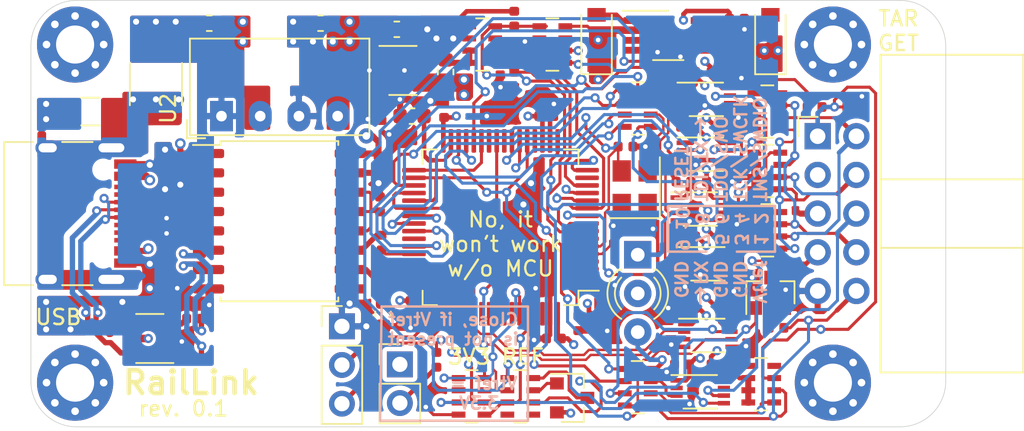
<source format=kicad_pcb>
(kicad_pcb (version 20171130) (host pcbnew 5.1.5+dfsg1-2build2)
  (layers (0 F.Cu signal) (1 In1.Cu power) (2 In2.Cu power) (31 B.Cu signal) (34 B.Paste user) (35 F.Paste user) (36 B.SilkS user) (37 F.SilkS user) (38 B.Mask user) (39 F.Mask user) (44 Edge.Cuts user))
  (net 0 "")
  (net 1 "Net-(C1-Pad2)")
  (net 2 GNDPWR)
  (net 3 +5VP)
  (net 4 "Net-(C3-Pad2)")
  (net 5 GND)
  (net 6 +5V)
  (net 7 "Net-(C6-Pad2)")
  (net 8 "Net-(C9-Pad1)")
  (net 9 "Net-(C10-Pad2)")
  (net 10 /pADC1)
  (net 11 /pADC2)
  (net 12 +3V3)
  (net 13 "Net-(C17-Pad1)")
  (net 14 /pADC4)
  (net 15 VEE)
  (net 16 "Net-(D1-Pad1)")
  (net 17 "Net-(D3-Pad2)")
  (net 18 "Net-(J1-PadB8)")
  (net 19 "Net-(J1-PadB5)")
  (net 20 /USB_D_N)
  (net 21 /USB_D_P)
  (net 22 "Net-(J1-PadA8)")
  (net 23 "Net-(J1-PadA5)")
  (net 24 /dSWDIO)
  (net 25 /eNSRST)
  (net 26 /eTDI)
  (net 27 /eRXD)
  (net 28 /eTDO)
  (net 29 /eTCK)
  (net 30 /eTMS)
  (net 31 "Net-(Q1-Pad3)")
  (net 32 "Net-(Q1-Pad1)")
  (net 33 "Net-(Q2-Pad3)")
  (net 34 "Net-(Q2-Pad1)")
  (net 35 /USBP_D_P)
  (net 36 /USBP_D_N)
  (net 37 "Net-(R2-Pad1)")
  (net 38 "Net-(R6-Pad2)")
  (net 39 "Net-(R7-Pad2)")
  (net 40 /tVRF)
  (net 41 /ePWR)
  (net 42 /nPWR)
  (net 43 /nSRST)
  (net 44 /nDAT1)
  (net 45 /nDAT5)
  (net 46 "Net-(RN5-Pad6)")
  (net 47 "Net-(RN5-Pad7)")
  (net 48 /pLED1)
  (net 49 /nDAT7)
  (net 50 /nDAT6)
  (net 51 "Net-(RN6-Pad7)")
  (net 52 "Net-(RN6-Pad4)")
  (net 53 /pLED2)
  (net 54 "Net-(RN6-Pad3)")
  (net 55 /nDAT8)
  (net 56 "Net-(RN7-Pad8)")
  (net 57 "Net-(RN7-Pad4)")
  (net 58 "Net-(RN7-Pad1)")
  (net 59 "Net-(RN7-Pad3)")
  (net 60 "Net-(RN7-Pad2)")
  (net 61 "Net-(RN8-Pad5)")
  (net 62 "Net-(RN8-Pad6)")
  (net 63 "Net-(RN8-Pad7)")
  (net 64 "Net-(RN8-Pad8)")
  (net 65 "Net-(U5-Pad62)")
  (net 66 "Net-(U5-Pad58)")
  (net 67 "Net-(U5-Pad57)")
  (net 68 "Net-(U5-Pad56)")
  (net 69 "Net-(U5-Pad55)")
  (net 70 "Net-(U5-Pad54)")
  (net 71 /nDAT11)
  (net 72 "Net-(U5-Pad52)")
  (net 73 "Net-(U5-Pad51)")
  (net 74 "Net-(U5-Pad50)")
  (net 75 /dSWCK)
  (net 76 "Net-(U5-Pad42)")
  (net 77 /nDAT2)
  (net 78 /nDAT4)
  (net 79 /nDAT9)
  (net 80 /nDAT10)
  (net 81 "Net-(U5-Pad26)")
  (net 82 /nDAT12)
  (net 83 "Net-(U5-Pad24)")
  (net 84 /nDAT3)
  (net 85 /nCTL4)
  (net 86 /nCTL3)
  (net 87 /nCTL1)
  (net 88 "Net-(U5-Pad4)")
  (net 89 "Net-(U5-Pad3)")
  (net 90 "Net-(U5-Pad2)")
  (net 91 "Net-(U9-Pad7)")
  (net 92 "Net-(U9-Pad2)")
  (net 93 "Net-(U10-Pad7)")
  (net 94 "Net-(U10-Pad2)")
  (net 95 "Net-(U11-Pad7)")
  (net 96 "Net-(U11-Pad2)")
  (net 97 "Net-(RN10-Pad8)")
  (net 98 "Net-(RN10-Pad1)")
  (net 99 "Net-(R5-Pad2)")
  (net 100 "Net-(RN1-Pad8)")
  (net 101 "Net-(RN1-Pad1)")
  (net 102 "Net-(RN4-Pad6)")
  (net 103 "Net-(RN4-Pad3)")
  (net 104 "Net-(U5-Pad20)")
  (net 105 "Net-(U5-Pad15)")
  (net 106 "Net-(RN2-Pad7)")
  (net 107 "Net-(RN2-Pad2)")
  (net 108 "Net-(RN3-Pad7)")
  (net 109 "Net-(RN3-Pad2)")
  (net 110 "Net-(C12-Pad2)")
  (net 111 "Net-(C13-Pad1)")
  (net 112 "Net-(C16-Pad1)")
  (net 113 /pDD_P)
  (net 114 /pDD_N)
  (net 115 "Net-(D1-Pad3)")
  (net 116 "Net-(C36-Pad1)")
  (net 117 "Net-(D2-Pad2)")
  (net 118 "Net-(J3-Pad2)")
  (module Converter_DCDC:Converter_DCDC_muRata_CRE1xxxxxxSC_THT (layer F.Cu) (at 112.5 107.6 90)
    (fp_text reference U2 (at 0.5 -3.5 270) (layer F.SilkS))
    (fp_text value CRE1S0505SC)
    (pad 1 thru_hole rect (at 0 0) (size 1.5 2) (drill 0.7) (layers *.Cu *.Mask) (net 2 GNDPWR))
    (pad 2 thru_hole oval (at 0 2.54) (size 1.5 2) (drill 0.7) (layers *.Cu *.Mask) (net 3 +5VP))
    (pad 3 thru_hole oval (at 0 5.08) (size 1.5 2) (drill 0.7) (layers *.Cu *.Mask) (net 5 GND))
    (pad 4 thru_hole oval (at 0 7.62) (size 1.5 2) (drill 0.7) (layers *.Cu *.Mask) (net 6 +5V))
  )
  (module Package_SO:VSSOP-8_3.0x3.0mm_P0.65mm (layer F.Cu) (at 141.8 102.3)
    (fp_text reference U12 hide)
    (fp_text value MCP6002-xMS)
    (pad 8 smd rect (at 2.2 -0.975 270) (size 0.45 1.45) (layers F.Cu F.Paste F.Mask) (net 6 +5V))
    (pad 7 smd rect (at 2.2 -0.325 270) (size 0.45 1.45) (layers F.Cu F.Paste F.Mask) (net 17 "Net-(D3-Pad2)"))
    (pad 6 smd rect (at 2.2 0.325 270) (size 0.45 1.45) (layers F.Cu F.Paste F.Mask) (net 15 VEE))
    (pad 5 smd rect (at 2.2 0.975 270) (size 0.45 1.45) (layers F.Cu F.Paste F.Mask) (net 40 /tVRF))
    (pad 4 smd rect (at -2.2 0.975 270) (size 0.45 1.45) (layers F.Cu F.Paste F.Mask) (net 5 GND))
    (pad 3 smd rect (at -2.2 0.325 270) (size 0.45 1.45) (layers F.Cu F.Paste F.Mask) (net 40 /tVRF))
    (pad 2 smd rect (at -2.2 -0.325 270) (size 0.45 1.45) (layers F.Cu F.Paste F.Mask) (net 15 VEE))
    (pad 1 smd rect (at -2.2 -0.975 270) (size 0.45 1.45) (layers F.Cu F.Paste F.Mask) (net 117 "Net-(D2-Pad2)"))
  )
  (module LED_THT:LED_D3.0mm-3 (layer F.Cu) (at 139.8 116.7 270)
    (fp_text reference D1 hide)
    (fp_text value STATUS)
    (pad 3 thru_hole circle (at 5.08 0 270) (size 1.8 1.8) (drill 0.9) (layers *.Cu *.Mask) (net 115 "Net-(D1-Pad3)"))
    (pad 2 thru_hole circle (at 2.54 0 270) (size 1.8 1.8) (drill 0.9) (layers *.Cu *.Mask) (net 12 +3V3))
    (pad 1 thru_hole rect (at 0 0 270) (size 1.8 1.8) (drill 0.9) (layers *.Cu *.Mask) (net 16 "Net-(D1-Pad1)"))
  )
  (module Resistor_SMD:R_0402_1005Metric (layer F.Cu) (at 126.6 123.6 270)
    (fp_text reference R10 hide)
    (fp_text value 2.2)
    (pad 2 smd roundrect (at 0.485 0 270) (size 0.59 0.64) (layers F.Cu F.Paste F.Mask) (net 118 "Net-(J3-Pad2)"))
    (pad 1 smd roundrect (at -0.485 0 270) (size 0.59 0.64) (layers F.Cu F.Paste F.Mask) (net 116 "Net-(C36-Pad1)"))
  )
  (module Diode_SMD:D_SOD-123 (layer F.Cu) (at 148.5 102.6 90)
    (fp_text reference D3 hide)
    (fp_text value MBR0530)
    (pad 2 smd rect (at 1.65 0 90) (size 0.9 1.2) (layers F.Cu F.Paste F.Mask) (net 17 "Net-(D3-Pad2)"))
    (pad 1 smd rect (at -1.65 0 90) (size 0.9 1.2) (layers F.Cu F.Paste F.Mask) (net 15 VEE))
  )
  (module Connector_PinHeader_2.54mm:PinHeader_1x02_P2.54mm_Vertical (layer F.Cu) (at 124.2 123.9)
    (fp_text reference J3 hide)
    (fp_text value VEE_3V3)
    (pad 2 thru_hole oval (at 0 2.54) (size 1.7 1.7) (drill 1) (layers *.Cu *.Mask) (net 118 "Net-(J3-Pad2)"))
    (pad 1 thru_hole rect (at 0 0) (size 1.7 1.7) (drill 1) (layers *.Cu *.Mask) (net 12 +3V3) (thermal_gap 0.4))
  )
  (module Package_QFP:LQFP-64_10x10mm_P0.5mm (layer F.Cu) (at 130.8 114.9 180)
    (fp_text reference U5 hide)
    (fp_text value STM32F205RCTx)
    (pad 64 smd roundrect (at -3.75 -5.675 180) (size 0.3 1.55) (layers F.Cu F.Paste F.Mask) (net 12 +3V3))
    (pad 63 smd roundrect (at -3.25 -5.675 180) (size 0.3 1.55) (layers F.Cu F.Paste F.Mask) (net 5 GND))
    (pad 62 smd roundrect (at -2.75 -5.675 180) (size 0.3 1.55) (layers F.Cu F.Paste F.Mask) (net 65 "Net-(U5-Pad62)"))
    (pad 61 smd roundrect (at -2.25 -5.675 180) (size 0.3 1.55) (layers F.Cu F.Paste F.Mask) (net 43 /nSRST))
    (pad 60 smd roundrect (at -1.75 -5.675 180) (size 0.3 1.55) (layers F.Cu F.Paste F.Mask) (net 5 GND))
    (pad 59 smd roundrect (at -1.25 -5.675 180) (size 0.3 1.55) (layers F.Cu F.Paste F.Mask) (net 42 /nPWR))
    (pad 58 smd roundrect (at -0.75 -5.675 180) (size 0.3 1.55) (layers F.Cu F.Paste F.Mask) (net 66 "Net-(U5-Pad58)"))
    (pad 57 smd roundrect (at -0.25 -5.675 180) (size 0.3 1.55) (layers F.Cu F.Paste F.Mask) (net 67 "Net-(U5-Pad57)"))
    (pad 56 smd roundrect (at 0.25 -5.675 180) (size 0.3 1.55) (layers F.Cu F.Paste F.Mask) (net 68 "Net-(U5-Pad56)"))
    (pad 55 smd roundrect (at 0.75 -5.675 180) (size 0.3 1.55) (layers F.Cu F.Paste F.Mask) (net 69 "Net-(U5-Pad55)"))
    (pad 54 smd roundrect (at 1.25 -5.675 180) (size 0.3 1.55) (layers F.Cu F.Paste F.Mask) (net 70 "Net-(U5-Pad54)"))
    (pad 53 smd roundrect (at 1.75 -5.675 180) (size 0.3 1.55) (layers F.Cu F.Paste F.Mask) (net 71 /nDAT11))
    (pad 52 smd roundrect (at 2.25 -5.675 180) (size 0.3 1.55) (layers F.Cu F.Paste F.Mask) (net 72 "Net-(U5-Pad52)"))
    (pad 51 smd roundrect (at 2.75 -5.675 180) (size 0.3 1.55) (layers F.Cu F.Paste F.Mask) (net 73 "Net-(U5-Pad51)"))
    (pad 50 smd roundrect (at 3.25 -5.675 180) (size 0.3 1.55) (layers F.Cu F.Paste F.Mask) (net 74 "Net-(U5-Pad50)"))
    (pad 49 smd roundrect (at 3.75 -5.675 180) (size 0.3 1.55) (layers F.Cu F.Paste F.Mask) (net 75 /dSWCK))
    (pad 48 smd roundrect (at 5.675 -3.75 180) (size 1.55 0.3) (layers F.Cu F.Paste F.Mask) (net 12 +3V3))
    (pad 47 smd roundrect (at 5.675 -3.25 180) (size 1.55 0.3) (layers F.Cu F.Paste F.Mask) (net 13 "Net-(C17-Pad1)"))
    (pad 46 smd roundrect (at 5.675 -2.75 180) (size 1.55 0.3) (layers F.Cu F.Paste F.Mask) (net 24 /dSWDIO))
    (pad 45 smd roundrect (at 5.675 -2.25 180) (size 1.55 0.3) (layers F.Cu F.Paste F.Mask) (net 113 /pDD_P))
    (pad 44 smd roundrect (at 5.675 -1.75 180) (size 1.55 0.3) (layers F.Cu F.Paste F.Mask) (net 114 /pDD_N))
    (pad 43 smd roundrect (at 5.675 -1.25 180) (size 1.55 0.3) (layers F.Cu F.Paste F.Mask) (net 44 /nDAT1))
    (pad 42 smd roundrect (at 5.675 -0.75 180) (size 1.55 0.3) (layers F.Cu F.Paste F.Mask) (net 76 "Net-(U5-Pad42)"))
    (pad 41 smd roundrect (at 5.675 -0.25 180) (size 1.55 0.3) (layers F.Cu F.Paste F.Mask) (net 77 /nDAT2))
    (pad 40 smd roundrect (at 5.675 0.25 180) (size 1.55 0.3) (layers F.Cu F.Paste F.Mask) (net 78 /nDAT4))
    (pad 39 smd roundrect (at 5.675 0.75 180) (size 1.55 0.3) (layers F.Cu F.Paste F.Mask) (net 45 /nDAT5))
    (pad 38 smd roundrect (at 5.675 1.25 180) (size 1.55 0.3) (layers F.Cu F.Paste F.Mask) (net 71 /nDAT11))
    (pad 37 smd roundrect (at 5.675 1.75 180) (size 1.55 0.3) (layers F.Cu F.Paste F.Mask) (net 55 /nDAT8))
    (pad 36 smd roundrect (at 5.675 2.25 180) (size 1.55 0.3) (layers F.Cu F.Paste F.Mask) (net 71 /nDAT11))
    (pad 35 smd roundrect (at 5.675 2.75 180) (size 1.55 0.3) (layers F.Cu F.Paste F.Mask) (net 50 /nDAT6))
    (pad 34 smd roundrect (at 5.675 3.25 180) (size 1.55 0.3) (layers F.Cu F.Paste F.Mask) (net 55 /nDAT8))
    (pad 33 smd roundrect (at 5.675 3.75 180) (size 1.55 0.3) (layers F.Cu F.Paste F.Mask) (net 79 /nDAT9))
    (pad 32 smd roundrect (at 3.75 5.675 180) (size 0.3 1.55) (layers F.Cu F.Paste F.Mask) (net 12 +3V3))
    (pad 31 smd roundrect (at 3.25 5.675 180) (size 0.3 1.55) (layers F.Cu F.Paste F.Mask) (net 111 "Net-(C13-Pad1)"))
    (pad 30 smd roundrect (at 2.75 5.675 180) (size 0.3 1.55) (layers F.Cu F.Paste F.Mask) (net 48 /pLED1))
    (pad 29 smd roundrect (at 2.25 5.675 180) (size 0.3 1.55) (layers F.Cu F.Paste F.Mask) (net 53 /pLED2))
    (pad 28 smd roundrect (at 1.75 5.675 180) (size 0.3 1.55) (layers F.Cu F.Paste F.Mask) (net 80 /nDAT10))
    (pad 27 smd roundrect (at 1.25 5.675 180) (size 0.3 1.55) (layers F.Cu F.Paste F.Mask) (net 79 /nDAT9))
    (pad 26 smd roundrect (at 0.75 5.675 180) (size 0.3 1.55) (layers F.Cu F.Paste F.Mask) (net 81 "Net-(U5-Pad26)"))
    (pad 25 smd roundrect (at 0.25 5.675 180) (size 0.3 1.55) (layers F.Cu F.Paste F.Mask) (net 82 /nDAT12))
    (pad 24 smd roundrect (at -0.25 5.675 180) (size 0.3 1.55) (layers F.Cu F.Paste F.Mask) (net 83 "Net-(U5-Pad24)"))
    (pad 23 smd roundrect (at -0.75 5.675 180) (size 0.3 1.55) (layers F.Cu F.Paste F.Mask) (net 84 /nDAT3))
    (pad 22 smd roundrect (at -1.25 5.675 180) (size 0.3 1.55) (layers F.Cu F.Paste F.Mask) (net 49 /nDAT7))
    (pad 21 smd roundrect (at -1.75 5.675 180) (size 0.3 1.55) (layers F.Cu F.Paste F.Mask) (net 55 /nDAT8))
    (pad 20 smd roundrect (at -2.25 5.675 180) (size 0.3 1.55) (layers F.Cu F.Paste F.Mask) (net 104 "Net-(U5-Pad20)"))
    (pad 19 smd roundrect (at -2.75 5.675 180) (size 0.3 1.55) (layers F.Cu F.Paste F.Mask) (net 12 +3V3))
    (pad 18 smd roundrect (at -3.25 5.675 180) (size 0.3 1.55) (layers F.Cu F.Paste F.Mask) (net 5 GND))
    (pad 17 smd roundrect (at -3.75 5.675 180) (size 0.3 1.55) (layers F.Cu F.Paste F.Mask) (net 85 /nCTL4))
    (pad 16 smd roundrect (at -5.675 3.75 180) (size 1.55 0.3) (layers F.Cu F.Paste F.Mask) (net 86 /nCTL3))
    (pad 15 smd roundrect (at -5.675 3.25 180) (size 1.55 0.3) (layers F.Cu F.Paste F.Mask) (net 105 "Net-(U5-Pad15)"))
    (pad 14 smd roundrect (at -5.675 2.75 180) (size 1.55 0.3) (layers F.Cu F.Paste F.Mask) (net 14 /pADC4))
    (pad 13 smd roundrect (at -5.675 2.25 180) (size 1.55 0.3) (layers F.Cu F.Paste F.Mask) (net 12 +3V3))
    (pad 12 smd roundrect (at -5.675 1.75 180) (size 1.55 0.3) (layers F.Cu F.Paste F.Mask) (net 5 GND))
    (pad 11 smd roundrect (at -5.675 1.25 180) (size 1.55 0.3) (layers F.Cu F.Paste F.Mask) (net 11 /pADC2))
    (pad 10 smd roundrect (at -5.675 0.75 180) (size 1.55 0.3) (layers F.Cu F.Paste F.Mask) (net 87 /nCTL1))
    (pad 9 smd roundrect (at -5.675 0.25 180) (size 1.55 0.3) (layers F.Cu F.Paste F.Mask) (net 11 /pADC2))
    (pad 8 smd roundrect (at -5.675 -0.25 180) (size 1.55 0.3) (layers F.Cu F.Paste F.Mask) (net 10 /pADC1))
    (pad 7 smd roundrect (at -5.675 -0.75 180) (size 1.55 0.3) (layers F.Cu F.Paste F.Mask) (net 112 "Net-(C16-Pad1)"))
    (pad 6 smd roundrect (at -5.675 -1.25 180) (size 1.55 0.3) (layers F.Cu F.Paste F.Mask) (net 9 "Net-(C10-Pad2)"))
    (pad 5 smd roundrect (at -5.675 -1.75 180) (size 1.55 0.3) (layers F.Cu F.Paste F.Mask) (net 8 "Net-(C9-Pad1)"))
    (pad 4 smd roundrect (at -5.675 -2.25 180) (size 1.55 0.3) (layers F.Cu F.Paste F.Mask) (net 88 "Net-(U5-Pad4)"))
    (pad 3 smd roundrect (at -5.675 -2.75 180) (size 1.55 0.3) (layers F.Cu F.Paste F.Mask) (net 89 "Net-(U5-Pad3)"))
    (pad 2 smd roundrect (at -5.675 -3.25 180) (size 1.55 0.3) (layers F.Cu F.Paste F.Mask) (net 90 "Net-(U5-Pad2)"))
    (pad 1 smd roundrect (at -5.675 -3.75 180) (size 1.55 0.3) (layers F.Cu F.Paste F.Mask) (net 12 +3V3))
  )
  (module Package_SO:VSSOP-8_2.3x2mm_P0.5mm (layer F.Cu) (at 144.3 110.1)
    (fp_text reference U8 hide)
    (fp_text value 74LVC2T45DC)
    (pad 8 smd rect (at 1.55 -0.75 270) (size 0.3 0.8) (layers F.Cu F.Paste F.Mask) (net 15 VEE))
    (pad 7 smd rect (at 1.55 -0.25 270) (size 0.3 0.8) (layers F.Cu F.Paste F.Mask) (net 59 "Net-(RN7-Pad3)"))
    (pad 6 smd rect (at 1.55 0.25 270) (size 0.3 0.8) (layers F.Cu F.Paste F.Mask) (net 57 "Net-(RN7-Pad4)"))
    (pad 5 smd rect (at 1.55 0.75 270) (size 0.3 0.8) (layers F.Cu F.Paste F.Mask) (net 5 GND))
    (pad 4 smd rect (at -1.55 0.75 270) (size 0.3 0.8) (layers F.Cu F.Paste F.Mask) (net 5 GND))
    (pad 3 smd rect (at -1.55 0.25 270) (size 0.3 0.8) (layers F.Cu F.Paste F.Mask) (net 78 /nDAT4))
    (pad 2 smd rect (at -1.55 -0.25 270) (size 0.3 0.8) (layers F.Cu F.Paste F.Mask) (net 84 /nDAT3))
    (pad 1 smd rect (at -1.55 -0.75 270) (size 0.3 0.8) (layers F.Cu F.Paste F.Mask) (net 12 +3V3))
  )
  (module Capacitor_SMD:C_0402_1005Metric (layer F.Cu) (at 145.7 120.2 180)
    (fp_text reference C25 hide)
    (fp_text value 100n)
    (pad 2 smd roundrect (at 0.485 0 180) (size 0.59 0.64) (layers F.Cu F.Paste F.Mask) (net 15 VEE))
    (pad 1 smd roundrect (at -0.485 0 180) (size 0.59 0.64) (layers F.Cu F.Paste F.Mask) (net 5 GND))
  )
  (module MountingHole:MountingHole_2.5mm_Pad_Via (layer F.Cu) (at 102.9 102.9)
    (fp_text reference REF** hide)
    (fp_text value MountingHole_2.5mm_Pad_Via hide)
    (pad 1 thru_hole circle (at 0 0) (size 5 5) (drill 2.5) (layers *.Cu *.Mask))
    (pad 1 thru_hole circle (at 1.875 0) (size 0.8 0.8) (drill 0.5) (layers *.Cu *.Mask))
    (pad 1 thru_hole circle (at 1.325825 1.325825) (size 0.8 0.8) (drill 0.5) (layers *.Cu *.Mask))
    (pad 1 thru_hole circle (at 0 1.875) (size 0.8 0.8) (drill 0.5) (layers *.Cu *.Mask))
    (pad 1 thru_hole circle (at -1.325825 1.325825) (size 0.8 0.8) (drill 0.5) (layers *.Cu *.Mask))
    (pad 1 thru_hole circle (at -1.875 0) (size 0.8 0.8) (drill 0.5) (layers *.Cu *.Mask))
    (pad 1 thru_hole circle (at -1.325825 -1.325825) (size 0.8 0.8) (drill 0.5) (layers *.Cu *.Mask))
    (pad 1 thru_hole circle (at 0 -1.875) (size 0.8 0.8) (drill 0.5) (layers *.Cu *.Mask))
    (pad 1 thru_hole circle (at 1.325825 -1.325825) (size 0.8 0.8) (drill 0.5) (layers *.Cu *.Mask))
  )
  (module MountingHole:MountingHole_2.5mm_Pad_Via (layer F.Cu) (at 102.9 125.1)
    (fp_text reference REF** hide)
    (fp_text value MountingHole_2.5mm_Pad_Via hide)
    (pad 1 thru_hole circle (at 1.325825 -1.325825) (size 0.8 0.8) (drill 0.5) (layers *.Cu *.Mask))
    (pad 1 thru_hole circle (at 0 -1.875) (size 0.8 0.8) (drill 0.5) (layers *.Cu *.Mask))
    (pad 1 thru_hole circle (at -1.325825 -1.325825) (size 0.8 0.8) (drill 0.5) (layers *.Cu *.Mask))
    (pad 1 thru_hole circle (at -1.875 0) (size 0.8 0.8) (drill 0.5) (layers *.Cu *.Mask))
    (pad 1 thru_hole circle (at -1.325825 1.325825) (size 0.8 0.8) (drill 0.5) (layers *.Cu *.Mask))
    (pad 1 thru_hole circle (at 0 1.875) (size 0.8 0.8) (drill 0.5) (layers *.Cu *.Mask))
    (pad 1 thru_hole circle (at 1.325825 1.325825) (size 0.8 0.8) (drill 0.5) (layers *.Cu *.Mask))
    (pad 1 thru_hole circle (at 1.875 0) (size 0.8 0.8) (drill 0.5) (layers *.Cu *.Mask))
    (pad 1 thru_hole circle (at 0 0) (size 5 5) (drill 2.5) (layers *.Cu *.Mask))
  )
  (module Capacitor_SMD:C_0402_1005Metric (layer F.Cu) (at 136.9 121.2 90)
    (fp_text reference C19 hide)
    (fp_text value 100n)
    (pad 2 smd roundrect (at 0.485 0 90) (size 0.59 0.64) (layers F.Cu F.Paste F.Mask) (net 12 +3V3))
    (pad 1 smd roundrect (at -0.485 0 90) (size 0.59 0.64) (layers F.Cu F.Paste F.Mask) (net 5 GND))
  )
  (module Connector_USB:USB_C_Receptacle_HRO_TYPE-C-31-M-12 (layer F.Cu) (at 102.15 114 270)
    (fp_text reference J1 hide)
    (fp_text value USB_C_Receptacle_USB2.0 hide)
    (pad B1 smd rect (at 3.25 -4.045 270) (size 0.6 1.45) (layers F.Cu F.Paste F.Mask) (net 2 GNDPWR))
    (pad A9 smd rect (at 2.45 -4.045 270) (size 0.6 1.45) (layers F.Cu F.Paste F.Mask) (net 3 +5VP))
    (pad B9 smd rect (at -2.45 -4.045 270) (size 0.6 1.45) (layers F.Cu F.Paste F.Mask) (net 3 +5VP))
    (pad B12 smd rect (at -3.25 -4.045 270) (size 0.6 1.45) (layers F.Cu F.Paste F.Mask) (net 2 GNDPWR))
    (pad A1 smd rect (at -3.25 -4.045 270) (size 0.6 1.45) (layers F.Cu F.Paste F.Mask) (net 2 GNDPWR))
    (pad A4 smd rect (at -2.45 -4.045 270) (size 0.6 1.45) (layers F.Cu F.Paste F.Mask) (net 3 +5VP))
    (pad B4 smd rect (at 2.45 -4.045 270) (size 0.6 1.45) (layers F.Cu F.Paste F.Mask) (net 3 +5VP))
    (pad A12 smd rect (at 3.25 -4.045 270) (size 0.6 1.45) (layers F.Cu F.Paste F.Mask) (net 2 GNDPWR))
    (pad B8 smd rect (at -1.75 -4.045 270) (size 0.3 1.45) (layers F.Cu F.Paste F.Mask) (net 18 "Net-(J1-PadB8)"))
    (pad A5 smd rect (at -1.25 -4.045 270) (size 0.3 1.45) (layers F.Cu F.Paste F.Mask) (net 23 "Net-(J1-PadA5)"))
    (pad B7 smd rect (at -0.75 -4.045 270) (size 0.3 1.45) (layers F.Cu F.Paste F.Mask) (net 20 /USB_D_N))
    (pad A7 smd rect (at 0.25 -4.045 270) (size 0.3 1.45) (layers F.Cu F.Paste F.Mask) (net 20 /USB_D_N))
    (pad B6 smd rect (at 0.75 -4.045 270) (size 0.3 1.45) (layers F.Cu F.Paste F.Mask) (net 21 /USB_D_P))
    (pad A8 smd rect (at 1.25 -4.045 270) (size 0.3 1.45) (layers F.Cu F.Paste F.Mask) (net 22 "Net-(J1-PadA8)"))
    (pad B5 smd rect (at 1.75 -4.045 270) (size 0.3 1.45) (layers F.Cu F.Paste F.Mask) (net 19 "Net-(J1-PadB5)"))
    (pad A6 smd rect (at -0.25 -4.045 270) (size 0.3 1.45) (layers F.Cu F.Paste F.Mask) (net 21 /USB_D_P))
    (pad S1 thru_hole oval (at 4.32 -3.13 270) (size 1 2.1) (drill oval 0.6 1.7) (layers *.Cu *.Mask) (net 1 "Net-(C1-Pad2)"))
    (pad S1 thru_hole oval (at -4.32 -3.13 270) (size 1 2.1) (drill oval 0.6 1.7) (layers *.Cu *.Mask) (net 1 "Net-(C1-Pad2)"))
    (pad "" np_thru_hole circle (at -2.89 -2.6 270) (size 0.65 0.65) (drill 0.65) (layers *.Cu *.Mask))
    (pad S1 thru_hole oval (at -4.32 1.05 270) (size 1 1.6) (drill oval 0.6 1.2) (layers *.Cu *.Mask) (net 1 "Net-(C1-Pad2)"))
    (pad "" np_thru_hole circle (at 2.89 -2.6 270) (size 0.65 0.65) (drill 0.65) (layers *.Cu *.Mask))
    (pad S1 thru_hole oval (at 4.32 1.05 270) (size 1 1.6) (drill oval 0.6 1.2) (layers *.Cu *.Mask) (net 1 "Net-(C1-Pad2)"))
  )
  (module Diode_SMD:D_SOD-123 (layer F.Cu) (at 137.1 102.6 90)
    (fp_text reference D2 hide)
    (fp_text value MBR0530)
    (pad 2 smd rect (at 1.65 0 90) (size 0.9 1.2) (layers F.Cu F.Paste F.Mask) (net 117 "Net-(D2-Pad2)"))
    (pad 1 smd rect (at -1.65 0 90) (size 0.9 1.2) (layers F.Cu F.Paste F.Mask) (net 15 VEE))
  )
  (module MountingHole:MountingHole_2.5mm_Pad_Via (layer F.Cu) (at 152.6 125.1)
    (fp_text reference REF** hide)
    (fp_text value MountingHole_2.5mm_Pad_Via hide)
    (pad 1 thru_hole circle (at 0 0) (size 5 5) (drill 2.5) (layers *.Cu *.Mask))
    (pad 1 thru_hole circle (at 1.875 0) (size 0.8 0.8) (drill 0.5) (layers *.Cu *.Mask))
    (pad 1 thru_hole circle (at 1.325825 1.325825) (size 0.8 0.8) (drill 0.5) (layers *.Cu *.Mask))
    (pad 1 thru_hole circle (at 0 1.875) (size 0.8 0.8) (drill 0.5) (layers *.Cu *.Mask))
    (pad 1 thru_hole circle (at -1.325825 1.325825) (size 0.8 0.8) (drill 0.5) (layers *.Cu *.Mask))
    (pad 1 thru_hole circle (at -1.875 0) (size 0.8 0.8) (drill 0.5) (layers *.Cu *.Mask))
    (pad 1 thru_hole circle (at -1.325825 -1.325825) (size 0.8 0.8) (drill 0.5) (layers *.Cu *.Mask))
    (pad 1 thru_hole circle (at 0 -1.875) (size 0.8 0.8) (drill 0.5) (layers *.Cu *.Mask))
    (pad 1 thru_hole circle (at 1.325825 -1.325825) (size 0.8 0.8) (drill 0.5) (layers *.Cu *.Mask))
  )
  (module Connector_IDC:IDC-Header_2x05_P2.54mm_Horizontal (layer F.Cu) (at 151.6 108.92)
    (fp_text reference J4 hide)
    (fp_text value TARGET)
    (pad 10 thru_hole oval (at 2.54 10.16) (size 1.7272 1.7272) (drill 1.016) (layers *.Cu *.Mask) (net 25 /eNSRST))
    (pad 9 thru_hole oval (at 0 10.16) (size 1.7272 1.7272) (drill 1.016) (layers *.Cu *.Mask) (net 5 GND))
    (pad 8 thru_hole oval (at 2.54 7.62) (size 1.7272 1.7272) (drill 1.016) (layers *.Cu *.Mask) (net 26 /eTDI))
    (pad 7 thru_hole oval (at 0 7.62) (size 1.7272 1.7272) (drill 1.016) (layers *.Cu *.Mask) (net 27 /eRXD))
    (pad 6 thru_hole oval (at 2.54 5.08) (size 1.7272 1.7272) (drill 1.016) (layers *.Cu *.Mask) (net 28 /eTDO))
    (pad 5 thru_hole oval (at 0 5.08) (size 1.7272 1.7272) (drill 1.016) (layers *.Cu *.Mask) (net 5 GND))
    (pad 4 thru_hole oval (at 2.54 2.54) (size 1.7272 1.7272) (drill 1.016) (layers *.Cu *.Mask) (net 29 /eTCK))
    (pad 3 thru_hole oval (at 0 2.54) (size 1.7272 1.7272) (drill 1.016) (layers *.Cu *.Mask) (net 5 GND))
    (pad 2 thru_hole oval (at 2.54 0) (size 1.7272 1.7272) (drill 1.016) (layers *.Cu *.Mask) (net 30 /eTMS))
    (pad 1 thru_hole rect (at 0 0) (size 1.7272 1.7272) (drill 1.016) (layers *.Cu *.Mask) (net 116 "Net-(C36-Pad1)"))
  )
  (module MountingHole:MountingHole_2.5mm_Pad_Via (layer F.Cu) (at 152.6 102.9)
    (fp_text reference REF** hide)
    (fp_text value MountingHole_2.5mm_Pad_Via hide)
    (pad 1 thru_hole circle (at 1.325825 -1.325825) (size 0.8 0.8) (drill 0.5) (layers *.Cu *.Mask))
    (pad 1 thru_hole circle (at 0 -1.875) (size 0.8 0.8) (drill 0.5) (layers *.Cu *.Mask))
    (pad 1 thru_hole circle (at -1.325825 -1.325825) (size 0.8 0.8) (drill 0.5) (layers *.Cu *.Mask))
    (pad 1 thru_hole circle (at -1.875 0) (size 0.8 0.8) (drill 0.5) (layers *.Cu *.Mask))
    (pad 1 thru_hole circle (at -1.325825 1.325825) (size 0.8 0.8) (drill 0.5) (layers *.Cu *.Mask))
    (pad 1 thru_hole circle (at 0 1.875) (size 0.8 0.8) (drill 0.5) (layers *.Cu *.Mask))
    (pad 1 thru_hole circle (at 1.325825 1.325825) (size 0.8 0.8) (drill 0.5) (layers *.Cu *.Mask))
    (pad 1 thru_hole circle (at 1.875 0) (size 0.8 0.8) (drill 0.5) (layers *.Cu *.Mask))
    (pad 1 thru_hole circle (at 0 0) (size 5 5) (drill 2.5) (layers *.Cu *.Mask))
  )
  (module Package_SO:VSSOP-8_2.3x2mm_P0.5mm (layer F.Cu) (at 144.4 122)
    (fp_text reference U6 hide)
    (fp_text value 74LVC2T45DC)
    (pad 8 smd rect (at 1.55 -0.75 270) (size 0.3 0.8) (layers F.Cu F.Paste F.Mask) (net 15 VEE))
    (pad 7 smd rect (at 1.55 -0.25 270) (size 0.3 0.8) (layers F.Cu F.Paste F.Mask) (net 54 "Net-(RN6-Pad3)"))
    (pad 6 smd rect (at 1.55 0.25 270) (size 0.3 0.8) (layers F.Cu F.Paste F.Mask) (net 52 "Net-(RN6-Pad4)"))
    (pad 5 smd rect (at 1.55 0.75 270) (size 0.3 0.8) (layers F.Cu F.Paste F.Mask) (net 5 GND))
    (pad 4 smd rect (at -1.55 0.75 270) (size 0.3 0.8) (layers F.Cu F.Paste F.Mask) (net 5 GND))
    (pad 3 smd rect (at -1.55 0.25 270) (size 0.3 0.8) (layers F.Cu F.Paste F.Mask) (net 82 /nDAT12))
    (pad 2 smd rect (at -1.55 -0.25 270) (size 0.3 0.8) (layers F.Cu F.Paste F.Mask) (net 71 /nDAT11))
    (pad 1 smd rect (at -1.55 -0.75 270) (size 0.3 0.8) (layers F.Cu F.Paste F.Mask) (net 12 +3V3))
  )
  (module Package_SO:VSSOP-8_2.3x2mm_P0.5mm (layer F.Cu) (at 144.4 117.3)
    (fp_text reference U10 hide)
    (fp_text value 74LVC2T45DC)
    (pad 8 smd rect (at 1.55 -0.75 270) (size 0.3 0.8) (layers F.Cu F.Paste F.Mask) (net 15 VEE))
    (pad 7 smd rect (at 1.55 -0.25 270) (size 0.3 0.8) (layers F.Cu F.Paste F.Mask) (net 93 "Net-(U10-Pad7)"))
    (pad 6 smd rect (at 1.55 0.25 270) (size 0.3 0.8) (layers F.Cu F.Paste F.Mask) (net 63 "Net-(RN8-Pad7)"))
    (pad 5 smd rect (at 1.55 0.75 270) (size 0.3 0.8) (layers F.Cu F.Paste F.Mask) (net 87 /nCTL1))
    (pad 4 smd rect (at -1.55 0.75 270) (size 0.3 0.8) (layers F.Cu F.Paste F.Mask) (net 5 GND))
    (pad 3 smd rect (at -1.55 0.25 270) (size 0.3 0.8) (layers F.Cu F.Paste F.Mask) (net 46 "Net-(RN5-Pad6)"))
    (pad 2 smd rect (at -1.55 -0.25 270) (size 0.3 0.8) (layers F.Cu F.Paste F.Mask) (net 94 "Net-(U10-Pad2)"))
    (pad 1 smd rect (at -1.55 -0.75 270) (size 0.3 0.8) (layers F.Cu F.Paste F.Mask) (net 12 +3V3))
  )
  (module Resistor_SMD:R_Array_Concave_4x0603 (layer F.Cu) (at 147.9 125.2)
    (fp_text reference RN10 hide)
    (fp_text value 220k)
    (pad 5 smd rect (at 0.85 1.2) (size 0.9 0.4) (layers F.Cu F.Paste F.Mask) (net 28 /eTDO))
    (pad 6 smd rect (at 0.85 0.4) (size 0.9 0.4) (layers F.Cu F.Paste F.Mask) (net 25 /eNSRST))
    (pad 7 smd rect (at 0.85 -0.4) (size 0.9 0.4) (layers F.Cu F.Paste F.Mask) (net 116 "Net-(C36-Pad1)"))
    (pad 8 smd rect (at 0.85 -1.2) (size 0.9 0.4) (layers F.Cu F.Paste F.Mask) (net 97 "Net-(RN10-Pad8)"))
    (pad 4 smd rect (at -0.85 1.2) (size 0.9 0.4) (layers F.Cu F.Paste F.Mask) (net 5 GND))
    (pad 1 smd rect (at -0.85 -1.2) (size 0.9 0.4) (layers F.Cu F.Paste F.Mask) (net 98 "Net-(RN10-Pad1)"))
    (pad 3 smd rect (at -0.85 0.4) (size 0.9 0.4) (layers F.Cu F.Paste F.Mask) (net 5 GND))
    (pad 2 smd rect (at -0.85 -0.4) (size 0.9 0.4) (layers F.Cu F.Paste F.Mask) (net 5 GND))
  )
  (module Resistor_SMD:R_Array_Concave_4x0603 (layer F.Cu) (at 148.3 107.3)
    (fp_text reference RN7 hide)
    (fp_text value 470)
    (pad 5 smd rect (at 0.85 1.2) (size 0.9 0.4) (layers F.Cu F.Paste F.Mask) (net 29 /eTCK))
    (pad 6 smd rect (at 0.85 0.4) (size 0.9 0.4) (layers F.Cu F.Paste F.Mask) (net 30 /eTMS))
    (pad 7 smd rect (at 0.85 -0.4) (size 0.9 0.4) (layers F.Cu F.Paste F.Mask) (net 26 /eTDI))
    (pad 8 smd rect (at 0.85 -1.2) (size 0.9 0.4) (layers F.Cu F.Paste F.Mask) (net 56 "Net-(RN7-Pad8)"))
    (pad 4 smd rect (at -0.85 1.2) (size 0.9 0.4) (layers F.Cu F.Paste F.Mask) (net 57 "Net-(RN7-Pad4)"))
    (pad 1 smd rect (at -0.85 -1.2) (size 0.9 0.4) (layers F.Cu F.Paste F.Mask) (net 58 "Net-(RN7-Pad1)"))
    (pad 3 smd rect (at -0.85 0.4) (size 0.9 0.4) (layers F.Cu F.Paste F.Mask) (net 59 "Net-(RN7-Pad3)"))
    (pad 2 smd rect (at -0.85 -0.4) (size 0.9 0.4) (layers F.Cu F.Paste F.Mask) (net 60 "Net-(RN7-Pad2)"))
  )
  (module Resistor_SMD:R_Array_Concave_4x0603 (layer F.Cu) (at 148.3 111.2)
    (fp_text reference RN9 hide)
    (fp_text value 220k)
    (pad 5 smd rect (at 0.85 1.2) (size 0.9 0.4) (layers F.Cu F.Paste F.Mask) (net 29 /eTCK))
    (pad 6 smd rect (at 0.85 0.4) (size 0.9 0.4) (layers F.Cu F.Paste F.Mask) (net 30 /eTMS))
    (pad 7 smd rect (at 0.85 -0.4) (size 0.9 0.4) (layers F.Cu F.Paste F.Mask) (net 26 /eTDI))
    (pad 8 smd rect (at 0.85 -1.2) (size 0.9 0.4) (layers F.Cu F.Paste F.Mask) (net 27 /eRXD))
    (pad 4 smd rect (at -0.85 1.2) (size 0.9 0.4) (layers F.Cu F.Paste F.Mask) (net 5 GND))
    (pad 1 smd rect (at -0.85 -1.2) (size 0.9 0.4) (layers F.Cu F.Paste F.Mask) (net 5 GND))
    (pad 3 smd rect (at -0.85 0.4) (size 0.9 0.4) (layers F.Cu F.Paste F.Mask) (net 5 GND))
    (pad 2 smd rect (at -0.85 -0.4) (size 0.9 0.4) (layers F.Cu F.Paste F.Mask) (net 5 GND))
  )
  (module Capacitor_SMD:C_0402_1005Metric (layer F.Cu) (at 154 107)
    (fp_text reference C36 hide)
    (fp_text value 100n)
    (pad 2 smd roundrect (at 0.485 0) (size 0.59 0.64) (layers F.Cu F.Paste F.Mask) (net 5 GND))
    (pad 1 smd roundrect (at -0.485 0) (size 0.59 0.64) (layers F.Cu F.Paste F.Mask) (net 116 "Net-(C36-Pad1)"))
  )
  (module Resistor_SMD:R_Array_Concave_4x0603 (layer F.Cu) (at 148.3 115.1 180)
    (fp_text reference RN8 hide)
    (fp_text value 100)
    (pad 5 smd rect (at 0.85 1.2 180) (size 0.9 0.4) (layers F.Cu F.Paste F.Mask) (net 61 "Net-(RN8-Pad5)"))
    (pad 6 smd rect (at 0.85 0.4 180) (size 0.9 0.4) (layers F.Cu F.Paste F.Mask) (net 62 "Net-(RN8-Pad6)"))
    (pad 7 smd rect (at 0.85 -0.4 180) (size 0.9 0.4) (layers F.Cu F.Paste F.Mask) (net 63 "Net-(RN8-Pad7)"))
    (pad 8 smd rect (at 0.85 -1.2 180) (size 0.9 0.4) (layers F.Cu F.Paste F.Mask) (net 64 "Net-(RN8-Pad8)"))
    (pad 4 smd rect (at -0.85 1.2 180) (size 0.9 0.4) (layers F.Cu F.Paste F.Mask) (net 27 /eRXD))
    (pad 1 smd rect (at -0.85 -1.2 180) (size 0.9 0.4) (layers F.Cu F.Paste F.Mask) (net 29 /eTCK))
    (pad 3 smd rect (at -0.85 0.4 180) (size 0.9 0.4) (layers F.Cu F.Paste F.Mask) (net 26 /eTDI))
    (pad 2 smd rect (at -0.85 -0.4 180) (size 0.9 0.4) (layers F.Cu F.Paste F.Mask) (net 30 /eTMS))
  )
  (module Resistor_SMD:R_0402_1005Metric (layer F.Cu) (at 151.4 107 180)
    (fp_text reference R9 hide)
    (fp_text value 5.1k)
    (pad 2 smd roundrect (at 0.485 0 180) (size 0.59 0.64) (layers F.Cu F.Paste F.Mask) (net 40 /tVRF))
    (pad 1 smd roundrect (at -0.485 0 180) (size 0.59 0.64) (layers F.Cu F.Paste F.Mask) (net 116 "Net-(C36-Pad1)"))
  )
  (module Crystal:Crystal_SMD_3225-4Pin_3.2x2.5mm (layer F.Cu) (at 139.6 112.3 90)
    (fp_text reference Y1 hide)
    (fp_text value 12MHz)
    (pad 4 smd rect (at -1.1 -0.85 90) (size 1.4 1.2) (layers F.Cu F.Paste F.Mask) (net 5 GND))
    (pad 3 smd rect (at 1.1 -0.85 90) (size 1.4 1.2) (layers F.Cu F.Paste F.Mask) (net 9 "Net-(C10-Pad2)"))
    (pad 2 smd rect (at 1.1 0.85 90) (size 1.4 1.2) (layers F.Cu F.Paste F.Mask) (net 5 GND))
    (pad 1 smd rect (at -1.1 0.85 90) (size 1.4 1.2) (layers F.Cu F.Paste F.Mask) (net 8 "Net-(C9-Pad1)"))
  )
  (module Package_SO:VSSOP-8_2.3x2mm_P0.5mm (layer F.Cu) (at 143.9 125.7)
    (fp_text reference U11 hide)
    (fp_text value 74LVC2T45DC)
    (pad 8 smd rect (at 1.55 -0.75 270) (size 0.3 0.8) (layers F.Cu F.Paste F.Mask) (net 15 VEE))
    (pad 7 smd rect (at 1.55 -0.25 270) (size 0.3 0.8) (layers F.Cu F.Paste F.Mask) (net 95 "Net-(U11-Pad7)"))
    (pad 6 smd rect (at 1.55 0.25 270) (size 0.3 0.8) (layers F.Cu F.Paste F.Mask) (net 64 "Net-(RN8-Pad8)"))
    (pad 5 smd rect (at 1.55 0.75 270) (size 0.3 0.8) (layers F.Cu F.Paste F.Mask) (net 86 /nCTL3))
    (pad 4 smd rect (at -1.55 0.75 270) (size 0.3 0.8) (layers F.Cu F.Paste F.Mask) (net 5 GND))
    (pad 3 smd rect (at -1.55 0.25 270) (size 0.3 0.8) (layers F.Cu F.Paste F.Mask) (net 51 "Net-(RN6-Pad7)"))
    (pad 2 smd rect (at -1.55 -0.25 270) (size 0.3 0.8) (layers F.Cu F.Paste F.Mask) (net 96 "Net-(U11-Pad2)"))
    (pad 1 smd rect (at -1.55 -0.75 270) (size 0.3 0.8) (layers F.Cu F.Paste F.Mask) (net 12 +3V3))
  )
  (module Package_SO:VSSOP-8_2.3x2mm_P0.5mm (layer F.Cu) (at 143.9 113.7)
    (fp_text reference U9 hide)
    (fp_text value 74LVC2T45DC)
    (pad 8 smd rect (at 1.55 -0.75 270) (size 0.3 0.8) (layers F.Cu F.Paste F.Mask) (net 15 VEE))
    (pad 7 smd rect (at 1.55 -0.25 270) (size 0.3 0.8) (layers F.Cu F.Paste F.Mask) (net 91 "Net-(U9-Pad7)"))
    (pad 6 smd rect (at 1.55 0.25 270) (size 0.3 0.8) (layers F.Cu F.Paste F.Mask) (net 62 "Net-(RN8-Pad6)"))
    (pad 5 smd rect (at 1.55 0.75 270) (size 0.3 0.8) (layers F.Cu F.Paste F.Mask) (net 85 /nCTL4))
    (pad 4 smd rect (at -1.55 0.75 270) (size 0.3 0.8) (layers F.Cu F.Paste F.Mask) (net 5 GND))
    (pad 3 smd rect (at -1.55 0.25 270) (size 0.3 0.8) (layers F.Cu F.Paste F.Mask) (net 47 "Net-(RN5-Pad7)"))
    (pad 2 smd rect (at -1.55 -0.25 270) (size 0.3 0.8) (layers F.Cu F.Paste F.Mask) (net 92 "Net-(U9-Pad2)"))
    (pad 1 smd rect (at -1.55 -0.75 270) (size 0.3 0.8) (layers F.Cu F.Paste F.Mask) (net 12 +3V3))
  )
  (module Package_SO:VSSOP-8_2.3x2mm_P0.5mm (layer F.Cu) (at 144.3 106.5)
    (fp_text reference U7 hide)
    (fp_text value 74LVC2T45DC)
    (pad 8 smd rect (at 1.55 -0.75 270) (size 0.3 0.8) (layers F.Cu F.Paste F.Mask) (net 15 VEE))
    (pad 7 smd rect (at 1.55 -0.25 270) (size 0.3 0.8) (layers F.Cu F.Paste F.Mask) (net 61 "Net-(RN8-Pad5)"))
    (pad 6 smd rect (at 1.55 0.25 270) (size 0.3 0.8) (layers F.Cu F.Paste F.Mask) (net 60 "Net-(RN7-Pad2)"))
    (pad 5 smd rect (at 1.55 0.75 270) (size 0.3 0.8) (layers F.Cu F.Paste F.Mask) (net 5 GND))
    (pad 4 smd rect (at -1.55 0.75 270) (size 0.3 0.8) (layers F.Cu F.Paste F.Mask) (net 5 GND))
    (pad 3 smd rect (at -1.55 0.25 270) (size 0.3 0.8) (layers F.Cu F.Paste F.Mask) (net 77 /nDAT2))
    (pad 2 smd rect (at -1.55 -0.25 270) (size 0.3 0.8) (layers F.Cu F.Paste F.Mask) (net 80 /nDAT10))
    (pad 1 smd rect (at -1.55 -0.75 270) (size 0.3 0.8) (layers F.Cu F.Paste F.Mask) (net 12 +3V3))
  )
  (module Package_TO_SOT_SMD:SOT-23-5 (layer F.Cu) (at 124.4 104.6)
    (fp_text reference U4 hide)
    (fp_text value LK112M33TR)
    (pad 5 smd rect (at 1.1 -0.95) (size 1.06 0.65) (layers F.Cu F.Paste F.Mask) (net 6 +5V))
    (pad 4 smd rect (at 1.1 0.95) (size 1.06 0.65) (layers F.Cu F.Paste F.Mask) (net 12 +3V3))
    (pad 3 smd rect (at -1.1 0.95) (size 1.06 0.65) (layers F.Cu F.Paste F.Mask) (net 110 "Net-(C12-Pad2)"))
    (pad 2 smd rect (at -1.1 0) (size 1.06 0.65) (layers F.Cu F.Paste F.Mask) (net 5 GND))
    (pad 1 smd rect (at -1.1 -0.95) (size 1.06 0.65) (layers F.Cu F.Paste F.Mask) (net 6 +5V))
  )
  (module Package_SO:SOIC-16W_7.5x10.3mm_P1.27mm (layer F.Cu) (at 116.3 114.5)
    (fp_text reference U3 hide)
    (fp_text value ADUM4160)
    (pad 16 smd roundrect (at 4.65 -4.445) (size 2.05 0.6) (layers F.Cu F.Paste F.Mask) (net 6 +5V))
    (pad 15 smd roundrect (at 4.65 -3.175) (size 2.05 0.6) (layers F.Cu F.Paste F.Mask) (net 5 GND))
    (pad 14 smd roundrect (at 4.65 -1.905) (size 2.05 0.6) (layers F.Cu F.Paste F.Mask) (net 7 "Net-(C6-Pad2)"))
    (pad 13 smd roundrect (at 4.65 -0.635) (size 2.05 0.6) (layers F.Cu F.Paste F.Mask) (net 7 "Net-(C6-Pad2)"))
    (pad 12 smd roundrect (at 4.65 0.635) (size 2.05 0.6) (layers F.Cu F.Paste F.Mask) (net 7 "Net-(C6-Pad2)"))
    (pad 11 smd roundrect (at 4.65 1.905) (size 2.05 0.6) (layers F.Cu F.Paste F.Mask) (net 39 "Net-(R7-Pad2)"))
    (pad 10 smd roundrect (at 4.65 3.175) (size 2.05 0.6) (layers F.Cu F.Paste F.Mask) (net 38 "Net-(R6-Pad2)"))
    (pad 9 smd roundrect (at 4.65 4.445) (size 2.05 0.6) (layers F.Cu F.Paste F.Mask) (net 5 GND))
    (pad 8 smd roundrect (at -4.65 4.445) (size 2.05 0.6) (layers F.Cu F.Paste F.Mask) (net 2 GNDPWR))
    (pad 7 smd roundrect (at -4.65 3.175) (size 2.05 0.6) (layers F.Cu F.Paste F.Mask) (net 35 /USBP_D_P))
    (pad 6 smd roundrect (at -4.65 1.905) (size 2.05 0.6) (layers F.Cu F.Paste F.Mask) (net 36 /USBP_D_N))
    (pad 5 smd roundrect (at -4.65 0.635) (size 2.05 0.6) (layers F.Cu F.Paste F.Mask) (net 4 "Net-(C3-Pad2)"))
    (pad 4 smd roundrect (at -4.65 -0.635) (size 2.05 0.6) (layers F.Cu F.Paste F.Mask) (net 4 "Net-(C3-Pad2)"))
    (pad 3 smd roundrect (at -4.65 -1.905) (size 2.05 0.6) (layers F.Cu F.Paste F.Mask) (net 4 "Net-(C3-Pad2)"))
    (pad 2 smd roundrect (at -4.65 -3.175) (size 2.05 0.6) (layers F.Cu F.Paste F.Mask) (net 2 GNDPWR))
    (pad 1 smd roundrect (at -4.65 -4.445) (size 2.05 0.6) (layers F.Cu F.Paste F.Mask) (net 3 +5VP))
  )
  (module Package_TO_SOT_SMD:SOT-23-6 (layer F.Cu) (at 107.8 122.2 180)
    (fp_text reference U1 hide)
    (fp_text value USBLC6-2SC6)
    (pad 5 smd rect (at 1.1 0 180) (size 1.06 0.65) (layers F.Cu F.Paste F.Mask) (net 3 +5VP))
    (pad 6 smd rect (at 1.1 -0.95 180) (size 1.06 0.65) (layers F.Cu F.Paste F.Mask) (net 21 /USB_D_P))
    (pad 4 smd rect (at 1.1 0.95 180) (size 1.06 0.65) (layers F.Cu F.Paste F.Mask) (net 20 /USB_D_N))
    (pad 3 smd rect (at -1.1 0.95 180) (size 1.06 0.65) (layers F.Cu F.Paste F.Mask) (net 99 "Net-(R5-Pad2)"))
    (pad 2 smd rect (at -1.1 0 180) (size 1.06 0.65) (layers F.Cu F.Paste F.Mask) (net 2 GNDPWR))
    (pad 1 smd rect (at -1.1 -0.95 180) (size 1.06 0.65) (layers F.Cu F.Paste F.Mask) (net 37 "Net-(R2-Pad1)"))
  )
  (module Resistor_SMD:R_Array_Concave_4x0603 (layer F.Cu) (at 139.8 125.4)
    (fp_text reference RN6 hide)
    (fp_text value 470)
    (pad 5 smd rect (at 0.85 1.2) (size 0.9 0.4) (layers F.Cu F.Paste F.Mask) (net 25 /eNSRST))
    (pad 6 smd rect (at 0.85 0.4) (size 0.9 0.4) (layers F.Cu F.Paste F.Mask) (net 28 /eTDO))
    (pad 7 smd rect (at 0.85 -0.4) (size 0.9 0.4) (layers F.Cu F.Paste F.Mask) (net 51 "Net-(RN6-Pad7)"))
    (pad 8 smd rect (at 0.85 -1.2) (size 0.9 0.4) (layers F.Cu F.Paste F.Mask) (net 115 "Net-(D1-Pad3)"))
    (pad 4 smd rect (at -0.85 1.2) (size 0.9 0.4) (layers F.Cu F.Paste F.Mask) (net 52 "Net-(RN6-Pad4)"))
    (pad 1 smd rect (at -0.85 -1.2) (size 0.9 0.4) (layers F.Cu F.Paste F.Mask) (net 53 /pLED2))
    (pad 3 smd rect (at -0.85 0.4) (size 0.9 0.4) (layers F.Cu F.Paste F.Mask) (net 54 "Net-(RN6-Pad3)"))
    (pad 2 smd rect (at -0.85 -0.4) (size 0.9 0.4) (layers F.Cu F.Paste F.Mask) (net 55 /nDAT8))
  )
  (module Resistor_SMD:R_Array_Concave_4x0603 (layer F.Cu) (at 139.8 107.1)
    (fp_text reference RN5 hide)
    (fp_text value 470)
    (pad 5 smd rect (at 0.85 1.2) (size 0.9 0.4) (layers F.Cu F.Paste F.Mask) (net 16 "Net-(D1-Pad1)"))
    (pad 6 smd rect (at 0.85 0.4) (size 0.9 0.4) (layers F.Cu F.Paste F.Mask) (net 46 "Net-(RN5-Pad6)"))
    (pad 7 smd rect (at 0.85 -0.4) (size 0.9 0.4) (layers F.Cu F.Paste F.Mask) (net 47 "Net-(RN5-Pad7)"))
    (pad 8 smd rect (at 0.85 -1.2) (size 0.9 0.4) (layers F.Cu F.Paste F.Mask) (net 44 /nDAT1))
    (pad 4 smd rect (at -0.85 1.2) (size 0.9 0.4) (layers F.Cu F.Paste F.Mask) (net 48 /pLED1))
    (pad 1 smd rect (at -0.85 -1.2) (size 0.9 0.4) (layers F.Cu F.Paste F.Mask) (net 45 /nDAT5))
    (pad 3 smd rect (at -0.85 0.4) (size 0.9 0.4) (layers F.Cu F.Paste F.Mask) (net 49 /nDAT7))
    (pad 2 smd rect (at -0.85 -0.4) (size 0.9 0.4) (layers F.Cu F.Paste F.Mask) (net 50 /nDAT6))
  )
  (module Resistor_SMD:R_Array_Concave_4x0603 (layer F.Cu) (at 128.9 126 180)
    (fp_text reference RN4 hide)
    (fp_text value 10k)
    (pad 5 smd rect (at 0.85 1.2 180) (size 0.9 0.4) (layers F.Cu F.Paste F.Mask) (net 42 /nPWR))
    (pad 6 smd rect (at 0.85 0.4 180) (size 0.9 0.4) (layers F.Cu F.Paste F.Mask) (net 102 "Net-(RN4-Pad6)"))
    (pad 7 smd rect (at 0.85 -0.4 180) (size 0.9 0.4) (layers F.Cu F.Paste F.Mask) (net 25 /eNSRST))
    (pad 8 smd rect (at 0.85 -1.2 180) (size 0.9 0.4) (layers F.Cu F.Paste F.Mask) (net 5 GND))
    (pad 4 smd rect (at -0.85 1.2 180) (size 0.9 0.4) (layers F.Cu F.Paste F.Mask) (net 6 +5V))
    (pad 1 smd rect (at -0.85 -1.2 180) (size 0.9 0.4) (layers F.Cu F.Paste F.Mask) (net 43 /nSRST))
    (pad 3 smd rect (at -0.85 0.4 180) (size 0.9 0.4) (layers F.Cu F.Paste F.Mask) (net 103 "Net-(RN4-Pad3)"))
    (pad 2 smd rect (at -0.85 -0.4 180) (size 0.9 0.4) (layers F.Cu F.Paste F.Mask) (net 15 VEE))
  )
  (module Resistor_SMD:R_Array_Concave_4x0603 (layer F.Cu) (at 129.6 102.9)
    (fp_text reference RN3 hide)
    (fp_text value 10k)
    (pad 5 smd rect (at 0.85 1.2) (size 0.9 0.4) (layers F.Cu F.Paste F.Mask) (net 14 /pADC4))
    (pad 6 smd rect (at 0.85 0.4) (size 0.9 0.4) (layers F.Cu F.Paste F.Mask) (net 11 /pADC2))
    (pad 7 smd rect (at 0.85 -0.4) (size 0.9 0.4) (layers F.Cu F.Paste F.Mask) (net 108 "Net-(RN3-Pad7)"))
    (pad 8 smd rect (at 0.85 -1.2) (size 0.9 0.4) (layers F.Cu F.Paste F.Mask) (net 10 /pADC1))
    (pad 4 smd rect (at -0.85 1.2) (size 0.9 0.4) (layers F.Cu F.Paste F.Mask) (net 5 GND))
    (pad 1 smd rect (at -0.85 -1.2) (size 0.9 0.4) (layers F.Cu F.Paste F.Mask) (net 5 GND))
    (pad 3 smd rect (at -0.85 0.4) (size 0.9 0.4) (layers F.Cu F.Paste F.Mask) (net 5 GND))
    (pad 2 smd rect (at -0.85 -0.4) (size 0.9 0.4) (layers F.Cu F.Paste F.Mask) (net 109 "Net-(RN3-Pad2)"))
  )
  (module Resistor_SMD:R_Array_Concave_4x0603 (layer F.Cu) (at 134.2 102.9)
    (fp_text reference RN2 hide)
    (fp_text value 10k)
    (pad 5 smd rect (at 0.85 1.2) (size 0.9 0.4) (layers F.Cu F.Paste F.Mask) (net 41 /ePWR))
    (pad 6 smd rect (at 0.85 0.4) (size 0.9 0.4) (layers F.Cu F.Paste F.Mask) (net 6 +5V))
    (pad 7 smd rect (at 0.85 -0.4) (size 0.9 0.4) (layers F.Cu F.Paste F.Mask) (net 106 "Net-(RN2-Pad7)"))
    (pad 8 smd rect (at 0.85 -1.2) (size 0.9 0.4) (layers F.Cu F.Paste F.Mask) (net 15 VEE))
    (pad 4 smd rect (at -0.85 1.2) (size 0.9 0.4) (layers F.Cu F.Paste F.Mask) (net 14 /pADC4))
    (pad 1 smd rect (at -0.85 -1.2) (size 0.9 0.4) (layers F.Cu F.Paste F.Mask) (net 10 /pADC1))
    (pad 3 smd rect (at -0.85 0.4) (size 0.9 0.4) (layers F.Cu F.Paste F.Mask) (net 11 /pADC2))
    (pad 2 smd rect (at -0.85 -0.4) (size 0.9 0.4) (layers F.Cu F.Paste F.Mask) (net 107 "Net-(RN2-Pad2)"))
  )
  (module Resistor_SMD:R_Array_Concave_4x0603 (layer F.Cu) (at 132.1 126 180)
    (fp_text reference RN1 hide)
    (fp_text value 470)
    (pad 5 smd rect (at 0.85 1.2 180) (size 0.9 0.4) (layers F.Cu F.Paste F.Mask) (net 41 /ePWR))
    (pad 6 smd rect (at 0.85 0.4 180) (size 0.9 0.4) (layers F.Cu F.Paste F.Mask) (net 42 /nPWR))
    (pad 7 smd rect (at 0.85 -0.4 180) (size 0.9 0.4) (layers F.Cu F.Paste F.Mask) (net 43 /nSRST))
    (pad 8 smd rect (at 0.85 -1.2 180) (size 0.9 0.4) (layers F.Cu F.Paste F.Mask) (net 100 "Net-(RN1-Pad8)"))
    (pad 4 smd rect (at -0.85 1.2 180) (size 0.9 0.4) (layers F.Cu F.Paste F.Mask) (net 33 "Net-(Q2-Pad3)"))
    (pad 1 smd rect (at -0.85 -1.2 180) (size 0.9 0.4) (layers F.Cu F.Paste F.Mask) (net 101 "Net-(RN1-Pad1)"))
    (pad 3 smd rect (at -0.85 0.4 180) (size 0.9 0.4) (layers F.Cu F.Paste F.Mask) (net 34 "Net-(Q2-Pad1)"))
    (pad 2 smd rect (at -0.85 -0.4 180) (size 0.9 0.4) (layers F.Cu F.Paste F.Mask) (net 32 "Net-(Q1-Pad1)"))
  )
  (module Resistor_SMD:R_0402_1005Metric (layer F.Cu) (at 148.9 121.5)
    (fp_text reference R8 hide)
    (fp_text value 51)
    (pad 2 smd roundrect (at 0.485 0) (size 0.59 0.64) (layers F.Cu F.Paste F.Mask) (net 25 /eNSRST))
    (pad 1 smd roundrect (at -0.485 0) (size 0.59 0.64) (layers F.Cu F.Paste F.Mask) (net 31 "Net-(Q1-Pad3)"))
  )
  (module Resistor_SMD:R_0402_1005Metric (layer F.Cu) (at 123 115.9 90)
    (fp_text reference R7 hide)
    (fp_text value 22)
    (pad 2 smd roundrect (at 0.485 0 90) (size 0.59 0.64) (layers F.Cu F.Paste F.Mask) (net 39 "Net-(R7-Pad2)"))
    (pad 1 smd roundrect (at -0.485 0 90) (size 0.59 0.64) (layers F.Cu F.Paste F.Mask) (net 114 /pDD_N))
  )
  (module Resistor_SMD:R_0402_1005Metric (layer F.Cu) (at 123 118 270)
    (fp_text reference R6 hide)
    (fp_text value 22)
    (pad 2 smd roundrect (at 0.485 0 270) (size 0.59 0.64) (layers F.Cu F.Paste F.Mask) (net 38 "Net-(R6-Pad2)"))
    (pad 1 smd roundrect (at -0.485 0 270) (size 0.59 0.64) (layers F.Cu F.Paste F.Mask) (net 113 /pDD_P))
  )
  (module Resistor_SMD:R_0402_1005Metric (layer F.Cu) (at 108.4 113.3)
    (fp_text reference R4 hide)
    (fp_text value 5.1k)
    (pad 2 smd roundrect (at 0.485 0) (size 0.59 0.64) (layers F.Cu F.Paste F.Mask) (net 2 GNDPWR))
    (pad 1 smd roundrect (at -0.485 0) (size 0.59 0.64) (layers F.Cu F.Paste F.Mask) (net 23 "Net-(J1-PadA5)"))
  )
  (module Resistor_SMD:R_0402_1005Metric (layer F.Cu) (at 108 115 90)
    (fp_text reference R3 hide)
    (fp_text value 5.1k)
    (pad 2 smd roundrect (at 0.485 0 90) (size 0.59 0.64) (layers F.Cu F.Paste F.Mask) (net 2 GNDPWR))
    (pad 1 smd roundrect (at -0.485 0 90) (size 0.59 0.64) (layers F.Cu F.Paste F.Mask) (net 19 "Net-(J1-PadB5)"))
  )
  (module Resistor_SMD:R_1206_3216Metric (layer F.Cu) (at 103.9 107.3 180)
    (fp_text reference R1 hide)
    (fp_text value 1M)
    (pad 2 smd roundrect (at 1.4 0 180) (size 1.25 1.75) (layers F.Cu F.Paste F.Mask) (roundrect_rratio 0.2) (net 2 GNDPWR))
    (pad 1 smd roundrect (at -1.4 0 180) (size 1.25 1.75) (layers F.Cu F.Paste F.Mask) (roundrect_rratio 0.2) (net 1 "Net-(C1-Pad2)"))
  )
  (module Resistor_SMD:R_0402_1005Metric (layer F.Cu) (at 110.7 120.9 180)
    (fp_text reference R5 hide)
    (fp_text value 22)
    (pad 2 smd roundrect (at 0.485 0 180) (size 0.59 0.64) (layers F.Cu F.Paste F.Mask) (net 99 "Net-(R5-Pad2)"))
    (pad 1 smd roundrect (at -0.485 0 180) (size 0.59 0.64) (layers F.Cu F.Paste F.Mask) (net 36 /USBP_D_N))
  )
  (module Resistor_SMD:R_0402_1005Metric (layer F.Cu) (at 110.7 123.5)
    (fp_text reference R2 hide)
    (fp_text value 22)
    (pad 2 smd roundrect (at 0.485 0) (size 0.59 0.64) (layers F.Cu F.Paste F.Mask) (net 35 /USBP_D_P))
    (pad 1 smd roundrect (at -0.485 0) (size 0.59 0.64) (layers F.Cu F.Paste F.Mask) (net 37 "Net-(R2-Pad1)"))
  )
  (module Package_TO_SOT_SMD:SOT-23 (layer F.Cu) (at 135.5 126.1)
    (fp_text reference Q2 hide)
    (fp_text value IRLML6402)
    (pad 3 smd rect (at 1 0) (size 0.9 0.8) (layers F.Cu F.Paste F.Mask) (net 33 "Net-(Q2-Pad3)"))
    (pad 2 smd rect (at -1 0.95) (size 0.9 0.8) (layers F.Cu F.Paste F.Mask) (net 6 +5V))
    (pad 1 smd rect (at -1 -0.95) (size 0.9 0.8) (layers F.Cu F.Paste F.Mask) (net 34 "Net-(Q2-Pad1)"))
  )
  (module Package_TO_SOT_SMD:SOT-23 (layer F.Cu) (at 148.5 119.2 90)
    (fp_text reference Q1 hide)
    (fp_text value IRLML2502)
    (pad 3 smd rect (at 1 0 90) (size 0.9 0.8) (layers F.Cu F.Paste F.Mask) (net 31 "Net-(Q1-Pad3)"))
    (pad 2 smd rect (at -1 0.95 90) (size 0.9 0.8) (layers F.Cu F.Paste F.Mask) (net 5 GND))
    (pad 1 smd rect (at -1 -0.95 90) (size 0.9 0.8) (layers F.Cu F.Paste F.Mask) (net 32 "Net-(Q1-Pad1)"))
  )
  (module Connector_PinHeader_2.54mm:PinHeader_1x03_P2.54mm_Vertical (layer F.Cu) (at 120.4 121.4)
    (fp_text reference J2 hide)
    (fp_text value SWD)
    (pad 3 thru_hole oval (at 0 5.08) (size 1.7 1.7) (drill 1) (layers *.Cu *.Mask) (net 75 /dSWCK))
    (pad 2 thru_hole oval (at 0 2.54) (size 1.7 1.7) (drill 1) (layers *.Cu *.Mask) (net 24 /dSWDIO))
    (pad 1 thru_hole rect (at 0 0) (size 1.7 1.7) (drill 1) (layers *.Cu *.Mask) (net 5 GND))
  )
  (module Capacitor_SMD:C_0402_1005Metric (layer F.Cu) (at 146.3 101.2)
    (fp_text reference C37 hide)
    (fp_text value 100n)
    (pad 2 smd roundrect (at 0.485 0) (size 0.59 0.64) (layers F.Cu F.Paste F.Mask) (net 5 GND))
    (pad 1 smd roundrect (at -0.485 0) (size 0.59 0.64) (layers F.Cu F.Paste F.Mask) (net 6 +5V))
  )
  (module Capacitor_SMD:C_0402_1005Metric (layer F.Cu) (at 145.1 123.9 180)
    (fp_text reference C35 hide)
    (fp_text value 100n)
    (pad 2 smd roundrect (at 0.485 0 180) (size 0.59 0.64) (layers F.Cu F.Paste F.Mask) (net 15 VEE))
    (pad 1 smd roundrect (at -0.485 0 180) (size 0.59 0.64) (layers F.Cu F.Paste F.Mask) (net 5 GND))
  )
  (module Capacitor_SMD:C_0402_1005Metric (layer F.Cu) (at 145.6 115.5 180)
    (fp_text reference C34 hide)
    (fp_text value 100n)
    (pad 2 smd roundrect (at 0.485 0 180) (size 0.59 0.64) (layers F.Cu F.Paste F.Mask) (net 15 VEE))
    (pad 1 smd roundrect (at -0.485 0 180) (size 0.59 0.64) (layers F.Cu F.Paste F.Mask) (net 5 GND))
  )
  (module Capacitor_SMD:C_0402_1005Metric (layer F.Cu) (at 144.8 111.9 180)
    (fp_text reference C33 hide)
    (fp_text value 100n)
    (pad 2 smd roundrect (at 0.485 0 180) (size 0.59 0.64) (layers F.Cu F.Paste F.Mask) (net 15 VEE))
    (pad 1 smd roundrect (at -0.485 0 180) (size 0.59 0.64) (layers F.Cu F.Paste F.Mask) (net 5 GND))
  )
  (module Capacitor_SMD:C_0402_1005Metric (layer F.Cu) (at 145.5 108.3 180)
    (fp_text reference C32 hide)
    (fp_text value 100n)
    (pad 2 smd roundrect (at 0.485 0 180) (size 0.59 0.64) (layers F.Cu F.Paste F.Mask) (net 15 VEE))
    (pad 1 smd roundrect (at -0.485 0 180) (size 0.59 0.64) (layers F.Cu F.Paste F.Mask) (net 5 GND))
  )
  (module Capacitor_SMD:C_0402_1005Metric (layer F.Cu) (at 145.1 104.7 180)
    (fp_text reference C31 hide)
    (fp_text value 100n)
    (pad 2 smd roundrect (at 0.485 0 180) (size 0.59 0.64) (layers F.Cu F.Paste F.Mask) (net 15 VEE))
    (pad 1 smd roundrect (at -0.485 0 180) (size 0.59 0.64) (layers F.Cu F.Paste F.Mask) (net 5 GND))
  )
  (module Capacitor_SMD:C_0402_1005Metric (layer F.Cu) (at 142.7 123.9 180)
    (fp_text reference C30 hide)
    (fp_text value 100n)
    (pad 2 smd roundrect (at 0.485 0 180) (size 0.59 0.64) (layers F.Cu F.Paste F.Mask) (net 5 GND))
    (pad 1 smd roundrect (at -0.485 0 180) (size 0.59 0.64) (layers F.Cu F.Paste F.Mask) (net 12 +3V3))
  )
  (module Capacitor_SMD:C_0402_1005Metric (layer F.Cu) (at 143.1 115.5 180)
    (fp_text reference C29 hide)
    (fp_text value 100n)
    (pad 2 smd roundrect (at 0.485 0 180) (size 0.59 0.64) (layers F.Cu F.Paste F.Mask) (net 5 GND))
    (pad 1 smd roundrect (at -0.485 0 180) (size 0.59 0.64) (layers F.Cu F.Paste F.Mask) (net 12 +3V3))
  )
  (module Capacitor_SMD:C_0402_1005Metric (layer F.Cu) (at 142.8 111.9 180)
    (fp_text reference C28 hide)
    (fp_text value 100n)
    (pad 2 smd roundrect (at 0.485 0 180) (size 0.59 0.64) (layers F.Cu F.Paste F.Mask) (net 5 GND))
    (pad 1 smd roundrect (at -0.485 0 180) (size 0.59 0.64) (layers F.Cu F.Paste F.Mask) (net 12 +3V3))
  )
  (module Capacitor_SMD:C_0402_1005Metric (layer F.Cu) (at 143.1 108.3 180)
    (fp_text reference C27 hide)
    (fp_text value 100n)
    (pad 2 smd roundrect (at 0.485 0 180) (size 0.59 0.64) (layers F.Cu F.Paste F.Mask) (net 5 GND))
    (pad 1 smd roundrect (at -0.485 0 180) (size 0.59 0.64) (layers F.Cu F.Paste F.Mask) (net 12 +3V3))
  )
  (module Capacitor_SMD:C_0402_1005Metric (layer F.Cu) (at 143.1 104.7 180)
    (fp_text reference C26 hide)
    (fp_text value 100n)
    (pad 2 smd roundrect (at 0.485 0 180) (size 0.59 0.64) (layers F.Cu F.Paste F.Mask) (net 5 GND))
    (pad 1 smd roundrect (at -0.485 0 180) (size 0.59 0.64) (layers F.Cu F.Paste F.Mask) (net 12 +3V3))
  )
  (module Capacitor_SMD:C_0402_1005Metric (layer F.Cu) (at 143.1 120.2 180)
    (fp_text reference C24 hide)
    (fp_text value 100n)
    (pad 2 smd roundrect (at 0.485 0 180) (size 0.59 0.64) (layers F.Cu F.Paste F.Mask) (net 5 GND))
    (pad 1 smd roundrect (at -0.485 0 180) (size 0.59 0.64) (layers F.Cu F.Paste F.Mask) (net 12 +3V3))
  )
  (module Capacitor_SMD:C_0402_1005Metric (layer F.Cu) (at 134.3 122.2)
    (fp_text reference C23 hide)
    (fp_text value 100n)
    (pad 2 smd roundrect (at 0.485 0) (size 0.59 0.64) (layers F.Cu F.Paste F.Mask) (net 12 +3V3))
    (pad 1 smd roundrect (at -0.485 0) (size 0.59 0.64) (layers F.Cu F.Paste F.Mask) (net 5 GND))
  )
  (module Capacitor_SMD:C_0402_1005Metric (layer F.Cu) (at 124.9 120.2 90)
    (fp_text reference C22 hide)
    (fp_text value 100n)
    (pad 2 smd roundrect (at 0.485 0 90) (size 0.59 0.64) (layers F.Cu F.Paste F.Mask) (net 12 +3V3))
    (pad 1 smd roundrect (at -0.485 0 90) (size 0.59 0.64) (layers F.Cu F.Paste F.Mask) (net 5 GND))
  )
  (module Capacitor_SMD:C_0402_1005Metric (layer F.Cu) (at 127.1 107.2 270)
    (fp_text reference C21 hide)
    (fp_text value 100n)
    (pad 2 smd roundrect (at 0.485 0 270) (size 0.59 0.64) (layers F.Cu F.Paste F.Mask) (net 12 +3V3))
    (pad 1 smd roundrect (at -0.485 0 270) (size 0.59 0.64) (layers F.Cu F.Paste F.Mask) (net 5 GND))
  )
  (module Capacitor_SMD:C_0402_1005Metric (layer F.Cu) (at 133.8 107.6 180)
    (fp_text reference C20 hide)
    (fp_text value 100n)
    (pad 2 smd roundrect (at 0.485 0 180) (size 0.59 0.64) (layers F.Cu F.Paste F.Mask) (net 12 +3V3))
    (pad 1 smd roundrect (at -0.485 0 180) (size 0.59 0.64) (layers F.Cu F.Paste F.Mask) (net 5 GND))
  )
  (module Capacitor_SMD:C_0402_1005Metric (layer F.Cu) (at 131.7 105.2 270)
    (fp_text reference C18 hide)
    (fp_text value 10n)
    (pad 2 smd roundrect (at 0.485 0 270) (size 0.59 0.64) (layers F.Cu F.Paste F.Mask) (net 5 GND))
    (pad 1 smd roundrect (at -0.485 0 270) (size 0.59 0.64) (layers F.Cu F.Paste F.Mask) (net 14 /pADC4))
  )
  (module Capacitor_SMD:C_0603_1608Metric (layer F.Cu) (at 123.1 120.6 270)
    (fp_text reference C17 hide)
    (fp_text value 2.2u)
    (pad 2 smd roundrect (at 0.7875 0 270) (size 0.875 0.95) (layers F.Cu F.Paste F.Mask) (net 5 GND))
    (pad 1 smd roundrect (at -0.7875 0 270) (size 0.875 0.95) (layers F.Cu F.Paste F.Mask) (net 13 "Net-(C17-Pad1)"))
  )
  (module Capacitor_SMD:C_0402_1005Metric (layer F.Cu) (at 135.9 121.2 270)
    (fp_text reference C16 hide)
    (fp_text value 100n)
    (pad 2 smd roundrect (at 0.485 0 270) (size 0.59 0.64) (layers F.Cu F.Paste F.Mask) (net 5 GND))
    (pad 1 smd roundrect (at -0.485 0 270) (size 0.59 0.64) (layers F.Cu F.Paste F.Mask) (net 112 "Net-(C16-Pad1)"))
  )
  (module Capacitor_SMD:C_0603_1608Metric (layer F.Cu) (at 127.2 104.7 270)
    (fp_text reference C15 hide)
    (fp_text value 4.7u)
    (pad 2 smd roundrect (at 0.7875 0 270) (size 0.875 0.95) (layers F.Cu F.Paste F.Mask) (net 12 +3V3))
    (pad 1 smd roundrect (at -0.7875 0 270) (size 0.875 0.95) (layers F.Cu F.Paste F.Mask) (net 5 GND))
  )
  (module Capacitor_SMD:C_0402_1005Metric (layer F.Cu) (at 131.7 103.2 90)
    (fp_text reference C14 hide)
    (fp_text value 10n)
    (pad 2 smd roundrect (at 0.485 0 90) (size 0.59 0.64) (layers F.Cu F.Paste F.Mask) (net 5 GND))
    (pad 1 smd roundrect (at -0.485 0 90) (size 0.59 0.64) (layers F.Cu F.Paste F.Mask) (net 11 /pADC2))
  )
  (module Capacitor_SMD:C_0603_1608Metric (layer F.Cu) (at 125 107.6 180)
    (fp_text reference C13 hide)
    (fp_text value 2.2u)
    (pad 2 smd roundrect (at 0.7875 0 180) (size 0.875 0.95) (layers F.Cu F.Paste F.Mask) (net 5 GND))
    (pad 1 smd roundrect (at -0.7875 0 180) (size 0.875 0.95) (layers F.Cu F.Paste F.Mask) (net 111 "Net-(C13-Pad1)"))
  )
  (module Capacitor_SMD:C_0402_1005Metric (layer F.Cu) (at 123 107.4 90)
    (fp_text reference C12 hide)
    (fp_text value 100n)
    (pad 2 smd roundrect (at 0.485 0 90) (size 0.59 0.64) (layers F.Cu F.Paste F.Mask) (net 110 "Net-(C12-Pad2)"))
    (pad 1 smd roundrect (at -0.485 0 90) (size 0.59 0.64) (layers F.Cu F.Paste F.Mask) (net 5 GND))
  )
  (module Capacitor_SMD:C_0402_1005Metric (layer F.Cu) (at 131.7 101.2 90)
    (fp_text reference C11 hide)
    (fp_text value 10n)
    (pad 2 smd roundrect (at 0.485 0 90) (size 0.59 0.64) (layers F.Cu F.Paste F.Mask) (net 5 GND))
    (pad 1 smd roundrect (at -0.485 0 90) (size 0.59 0.64) (layers F.Cu F.Paste F.Mask) (net 10 /pADC1))
  )
  (module Capacitor_SMD:C_0402_1005Metric (layer F.Cu) (at 139 109.6 180)
    (fp_text reference C10 hide)
    (fp_text value 18p)
    (pad 2 smd roundrect (at 0.485 0 180) (size 0.59 0.64) (layers F.Cu F.Paste F.Mask) (net 9 "Net-(C10-Pad2)"))
    (pad 1 smd roundrect (at -0.485 0 180) (size 0.59 0.64) (layers F.Cu F.Paste F.Mask) (net 5 GND))
  )
  (module Capacitor_SMD:C_0402_1005Metric (layer F.Cu) (at 139.5 115)
    (fp_text reference C9 hide)
    (fp_text value 18p)
    (pad 2 smd roundrect (at 0.485 0) (size 0.59 0.64) (layers F.Cu F.Paste F.Mask) (net 5 GND))
    (pad 1 smd roundrect (at -0.485 0) (size 0.59 0.64) (layers F.Cu F.Paste F.Mask) (net 8 "Net-(C9-Pad1)"))
  )
  (module Capacitor_SMD:C_0603_1608Metric (layer F.Cu) (at 124 101.9 180)
    (fp_text reference C8 hide)
    (fp_text value 1u)
    (pad 2 smd roundrect (at 0.7875 0 180) (size 0.875 0.95) (layers F.Cu F.Paste F.Mask) (net 6 +5V))
    (pad 1 smd roundrect (at -0.7875 0 180) (size 0.875 0.95) (layers F.Cu F.Paste F.Mask) (net 5 GND))
  )
  (module Capacitor_SMD:C_0603_1608Metric (layer F.Cu) (at 119 101.5)
    (fp_text reference C7 hide)
    (fp_text value 10u)
    (pad 2 smd roundrect (at 0.7875 0) (size 0.875 0.95) (layers F.Cu F.Paste F.Mask) (net 6 +5V))
    (pad 1 smd roundrect (at -0.7875 0) (size 0.875 0.95) (layers F.Cu F.Paste F.Mask) (net 5 GND))
  )
  (module Capacitor_SMD:C_0402_1005Metric (layer F.Cu) (at 122.9 113.4 270)
    (fp_text reference C6 hide)
    (fp_text value 100n)
    (pad 2 smd roundrect (at 0.485 0 270) (size 0.59 0.64) (layers F.Cu F.Paste F.Mask) (net 7 "Net-(C6-Pad2)"))
    (pad 1 smd roundrect (at -0.485 0 270) (size 0.59 0.64) (layers F.Cu F.Paste F.Mask) (net 5 GND))
  )
  (module Capacitor_SMD:C_0402_1005Metric (layer F.Cu) (at 122.8 110.7 270)
    (fp_text reference C5 hide)
    (fp_text value 100n)
    (pad 2 smd roundrect (at 0.485 0 270) (size 0.59 0.64) (layers F.Cu F.Paste F.Mask) (net 5 GND))
    (pad 1 smd roundrect (at -0.485 0 270) (size 0.59 0.64) (layers F.Cu F.Paste F.Mask) (net 6 +5V))
  )
  (module Capacitor_SMD:C_0402_1005Metric (layer F.Cu) (at 109.8 110.7 90)
    (fp_text reference C4 hide)
    (fp_text value 100n)
    (pad 2 smd roundrect (at 0.485 0 90) (size 0.59 0.64) (layers F.Cu F.Paste F.Mask) (net 3 +5VP))
    (pad 1 smd roundrect (at -0.485 0 90) (size 0.59 0.64) (layers F.Cu F.Paste F.Mask) (net 2 GNDPWR))
  )
  (module Capacitor_SMD:C_0402_1005Metric (layer F.Cu) (at 109.8 114.8 90)
    (fp_text reference C3 hide)
    (fp_text value 100n)
    (pad 2 smd roundrect (at 0.485 0 90) (size 0.59 0.64) (layers F.Cu F.Paste F.Mask) (net 4 "Net-(C3-Pad2)"))
    (pad 1 smd roundrect (at -0.485 0 90) (size 0.59 0.64) (layers F.Cu F.Paste F.Mask) (net 2 GNDPWR))
  )
  (module Capacitor_SMD:C_0603_1608Metric (layer F.Cu) (at 111.7 101.5)
    (fp_text reference C2 hide)
    (fp_text value 4.7u)
    (pad 2 smd roundrect (at 0.7875 0) (size 0.875 0.95) (layers F.Cu F.Paste F.Mask) (net 3 +5VP))
    (pad 1 smd roundrect (at -0.7875 0) (size 0.875 0.95) (layers F.Cu F.Paste F.Mask) (net 2 GNDPWR))
  )
  (module Capacitor_SMD:C_1812_4532Metric (layer F.Cu) (at 108.2 105.5 270)
    (fp_text reference C1 hide)
    (fp_text value 4.7n/2kV)
    (pad 2 smd roundrect (at 2.1375 0 270) (size 1.125 3.4) (layers F.Cu F.Paste F.Mask) (roundrect_rratio 0.222222) (net 1 "Net-(C1-Pad2)"))
    (pad 1 smd roundrect (at -2.1375 0 270) (size 1.125 3.4) (layers F.Cu F.Paste F.Mask) (roundrect_rratio 0.222) (net 2 GNDPWR))
  )
  (gr_text "Vtref = \n3.3V" (at 129.4 125.8) (layer B.SilkS) (effects (font (size 0.8 0.8) (thickness 0.16)) (justify mirror)))
  (gr_line (start 132.6 127.6) (end 122.9 127.6) (layer B.SilkS) (width 0.16))
  (gr_line (start 132.6 120.1) (end 132.6 127.6) (layer B.SilkS) (width 0.16))
  (gr_line (start 123 120.1) (end 132.6 120.1) (layer B.SilkS) (width 0.16))
  (gr_line (start 122.9 127.6) (end 123 120.1) (layer B.SilkS) (width 0.16))
  (gr_text "Close, if Vtref\nis not present" (at 127.7 121.6) (layer B.SilkS) (effects (font (size 0.8 0.8) (thickness 0.16)) (justify mirror)))
  (gr_line (start 144.2 108.1) (end 143.9 107.8) (layer B.SilkS) (width 0.16))
  (gr_line (start 143.9 107.8) (end 143.6 108.1) (layer B.SilkS) (width 0.16))
  (gr_line (start 143.9 108.8) (end 143.9 107.8) (layer B.SilkS) (width 0.16))
  (gr_line (start 143.9 118.9) (end 143.6 119.2) (layer B.SilkS) (width 0.16))
  (gr_line (start 144.2 119.2) (end 143.9 118.9) (layer B.SilkS) (width 0.16))
  (gr_line (start 143.9 119.9) (end 143.9 118.9) (layer B.SilkS) (width 0.16))
  (gr_text "TMS/SWDIO\nTCK/SWCLK\nTDO/SWO\nTDI/TX\n~RESET" (at 145.2 113.3 270) (layer B.SilkS) (effects (font (size 0.8 0.8) (thickness 0.16)) (justify left mirror)))
  (gr_text "Vtref\nGND\nGND\nRX\nGND" (at 145.2 117 270) (layer B.SilkS) (effects (font (size 0.8 0.8) (thickness 0.16)) (justify right mirror)))
  (gr_line (start 148.8 113.5) (end 148.8 116.5) (layer B.SilkS) (width 0.16))
  (gr_line (start 141.8 113.5) (end 148.8 113.5) (layer B.SilkS) (width 0.16))
  (gr_line (start 141.8 116.5) (end 141.8 113.5) (layer B.SilkS) (width 0.16))
  (gr_line (start 141.8 116.5) (end 144.3 116.5) (layer B.SilkS) (width 0.16))
  (gr_text "1 2\n3 4\n5 6\n7 8\n9 10" (at 145.3 115 270) (layer B.SilkS) (effects (font (size 0.8 0.8) (thickness 0.16)) (justify mirror)))
  (gr_line (start 146.3 116.5) (end 148.8 116.5) (layer B.SilkS) (width 0.16))
  (gr_text "3V3 REF" (at 130.5 123.4) (layer F.SilkS) (effects (font (size 1 1) (thickness 0.16))))
  (gr_text "No, it\nwon't work\nw/o MCU" (at 130.8 116) (layer F.SilkS) (effects (font (size 1 1))))
  (gr_text "TAR\nGET" (at 156.9 102) (layer F.SilkS) (effects (font (size 1 1) (thickness 0.16))))
  (gr_text USB (at 101.8 120.8) (layer F.SilkS) (effects (font (size 1 1) (thickness 0.16))))
  (gr_text "rev. 0.1" (at 110 126.8) (layer F.SilkS) (effects (font (size 1 1) (thickness 0.16))))
  (gr_text RailLink (at 110.5 125.1) (layer F.SilkS) (effects (font (size 1.5 1.5) (thickness 0.3))))
  (gr_arc (start 103 125) (end 100 125) (angle -90) (layer Edge.Cuts) (width 0.05))
  (gr_arc (start 103 103) (end 103 100) (angle -90) (layer Edge.Cuts) (width 0.05))
  (gr_arc (start 157 103) (end 160 103) (angle -90) (layer Edge.Cuts) (width 0.05))
  (gr_arc (start 157 125) (end 157 128) (angle -90) (layer Edge.Cuts) (width 0.05))
  (gr_line (start 157 100) (end 103 100) (layer Edge.Cuts) (width 0.05))
  (gr_line (start 160 125) (end 160 103) (layer Edge.Cuts) (width 0.05))
  (gr_line (start 103 128) (end 157 128) (layer Edge.Cuts) (width 0.05))
  (gr_line (start 100 103) (end 100 125) (layer Edge.Cuts) (width 0.05))
  (via (at 106.7 106.5) (size 0.7) (drill 0.4) (layers F.Cu B.Cu) (net 1))
  (via (at 109.7 106.5) (size 0.7) (drill 0.4) (layers F.Cu B.Cu) (net 1))
  (via (at 108.2 106.5) (size 0.7) (drill 0.4) (layers F.Cu B.Cu) (net 1))
  (via (at 106.9 101.4) (size 0.7) (drill 0.4) (layers F.Cu B.Cu) (net 2))
  (via (at 109.5 101.4) (size 0.7) (drill 0.4) (layers F.Cu B.Cu) (net 2))
  (via (at 108.2 101.4) (size 0.7) (drill 0.4) (layers F.Cu B.Cu) (net 2))
  (via (at 107.8 110.8) (size 0.7) (drill 0.4) (layers F.Cu B.Cu) (net 2))
  (segment (start 109.94 111.325) (end 109.8 111.185) (width 0.4) (layer F.Cu) (net 2))
  (segment (start 111.65 111.325) (end 109.94 111.325) (width 0.4) (layer F.Cu) (net 2))
  (via (at 109.9 122.4) (size 0.6) (drill 0.3) (layers F.Cu B.Cu) (net 2))
  (segment (start 108.9 122.2) (end 109.7 122.2) (width 0.4) (layer F.Cu) (net 2))
  (segment (start 109.7 122.2) (end 109.9 122.4) (width 0.4) (layer F.Cu) (net 2))
  (via (at 111.7 120) (size 0.6) (drill 0.3) (layers F.Cu B.Cu) (net 2))
  (via (at 108.8 112.4) (size 0.7) (drill 0.4) (layers F.Cu B.Cu) (net 2))
  (segment (start 107.75 110.75) (end 107.8 110.8) (width 0.4) (layer F.Cu) (net 2))
  (segment (start 106.145 110.75) (end 107.75 110.75) (width 0.4) (layer F.Cu) (net 2))
  (via (at 108.9 114.3) (size 0.6) (drill 0.3) (layers F.Cu B.Cu) (net 2))
  (segment (start 108 114.515) (end 108.685 114.515) (width 0.2) (layer F.Cu) (net 2))
  (segment (start 108.685 114.515) (end 108.9 114.3) (width 0.2) (layer F.Cu) (net 2))
  (segment (start 108.915 115.285) (end 109.8 115.285) (width 0.3) (layer F.Cu) (net 2))
  (via (at 108.9 115.3) (size 0.6) (drill 0.3) (layers F.Cu B.Cu) (net 2))
  (segment (start 108.9 115.3) (end 108.915 115.285) (width 0.3) (layer F.Cu) (net 2))
  (via (at 109.8 112.1) (size 0.7) (drill 0.4) (layers F.Cu B.Cu) (net 2))
  (via (at 109.6 118.9) (size 0.6) (drill 0.3) (layers F.Cu B.Cu) (net 2))
  (via (at 108.8 109.8) (size 0.7) (drill 0.4) (layers F.Cu B.Cu) (net 2))
  (via (at 101 119.8) (size 0.7) (drill 0.4) (layers F.Cu B.Cu) (net 2))
  (via (at 101 121.6) (size 0.7) (drill 0.4) (layers F.Cu B.Cu) (net 2))
  (via (at 102.6 121.6) (size 0.7) (drill 0.4) (layers F.Cu B.Cu) (net 2))
  (segment (start 107.85 117.25) (end 106.145 117.25) (width 0.4) (layer F.Cu) (net 2))
  (via (at 107.8 118.9) (size 0.7) (drill 0.4) (layers F.Cu B.Cu) (net 2))
  (via (at 107.8 117.3) (size 0.7) (drill 0.4) (layers F.Cu B.Cu) (net 2))
  (via (at 106 119.8) (size 0.7) (drill 0.4) (layers F.Cu B.Cu) (net 2))
  (via (at 101 107.8) (size 0.7) (drill 0.4) (layers F.Cu B.Cu) (net 2))
  (via (at 101 106.8) (size 0.7) (drill 0.4) (layers F.Cu B.Cu) (net 2))
  (via (at 113.9 101.4) (size 0.7) (drill 0.4) (layers F.Cu B.Cu) (net 3))
  (via (at 107.8 111.8) (size 0.7) (drill 0.4) (layers F.Cu B.Cu) (net 3))
  (segment (start 109.96 110.055) (end 109.8 110.215) (width 0.4) (layer F.Cu) (net 3))
  (segment (start 111.65 110.055) (end 109.96 110.055) (width 0.4) (layer F.Cu) (net 3))
  (via (at 109.8 109.4) (size 0.7) (drill 0.4) (layers F.Cu B.Cu) (net 3))
  (segment (start 109.8 110.215) (end 109.8 109.4) (width 0.4) (layer F.Cu) (net 3))
  (via (at 107.7 122.2) (size 0.6) (drill 0.3) (layers F.Cu B.Cu) (net 3))
  (segment (start 106.7 122.2) (end 107.7 122.2) (width 0.5) (layer F.Cu) (net 3))
  (via (at 107.7 116.3) (size 0.7) (drill 0.4) (layers F.Cu B.Cu) (net 3))
  (segment (start 107.55 116.45) (end 107.7 116.3) (width 0.4) (layer F.Cu) (net 3))
  (segment (start 106.145 116.45) (end 107.55 116.45) (width 0.4) (layer F.Cu) (net 3))
  (segment (start 107.55 111.55) (end 107.8 111.8) (width 0.5) (layer F.Cu) (net 3))
  (segment (start 106.145 111.55) (end 107.55 111.55) (width 0.5) (layer F.Cu) (net 3))
  (via (at 113.9 102.7) (size 0.7) (drill 0.4) (layers F.Cu B.Cu) (net 3))
  (segment (start 110.62 115.135) (end 111.65 115.135) (width 0.2) (layer F.Cu) (net 4))
  (segment (start 110.4 114.915) (end 110.62 115.135) (width 0.2) (layer F.Cu) (net 4))
  (segment (start 111.65 112.595) (end 110.505 112.595) (width 0.2) (layer F.Cu) (net 4))
  (segment (start 110.505 112.595) (end 110.4 112.7) (width 0.2) (layer F.Cu) (net 4))
  (segment (start 110.385 114.315) (end 110.4 114.3) (width 0.2) (layer F.Cu) (net 4))
  (segment (start 109.8 114.315) (end 110.385 114.315) (width 0.2) (layer F.Cu) (net 4))
  (segment (start 110.4 114.3) (end 110.4 114.915) (width 0.2) (layer F.Cu) (net 4))
  (segment (start 110.465 113.865) (end 110.4 113.8) (width 0.2) (layer F.Cu) (net 4))
  (segment (start 111.65 113.865) (end 110.465 113.865) (width 0.2) (layer F.Cu) (net 4))
  (segment (start 110.4 112.7) (end 110.4 113.8) (width 0.2) (layer F.Cu) (net 4))
  (segment (start 110.4 113.8) (end 110.4 114.3) (width 0.2) (layer F.Cu) (net 4))
  (via (at 141.7 124.4) (size 0.6) (drill 0.3) (layers F.Cu B.Cu) (net 5))
  (segment (start 142.215 123.9) (end 142.2 123.9) (width 0.3) (layer F.Cu) (net 5))
  (segment (start 142.2 123.9) (end 141.7 124.4) (width 0.3) (layer F.Cu) (net 5))
  (via (at 143.2 114.5) (size 0.6) (drill 0.3) (layers F.Cu B.Cu) (net 5))
  (segment (start 142.35 114.45) (end 143.15 114.45) (width 0.3) (layer F.Cu) (net 5))
  (segment (start 143.15 114.45) (end 143.2 114.5) (width 0.3) (layer F.Cu) (net 5))
  (via (at 146.4 107.7) (size 0.6) (drill 0.3) (layers F.Cu B.Cu) (net 5))
  (via (at 146 111.9) (size 0.6) (drill 0.3) (layers F.Cu B.Cu) (net 5))
  (segment (start 135.64087 113.15) (end 136.475 113.15) (width 0.2) (layer F.Cu) (net 5))
  (via (at 134.5 113) (size 0.6) (drill 0.3) (layers F.Cu B.Cu) (net 5))
  (segment (start 135.49087 113) (end 135.64087 113.15) (width 0.2) (layer F.Cu) (net 5))
  (segment (start 134.5 113) (end 135.49087 113) (width 0.2) (layer F.Cu) (net 5))
  (segment (start 134.05 107.835) (end 134.285 107.6) (width 0.3) (layer F.Cu) (net 5))
  (segment (start 134.05 109.225) (end 134.05 107.835) (width 0.3) (layer F.Cu) (net 5))
  (via (at 133 122.3) (size 0.6) (drill 0.3) (layers F.Cu B.Cu) (net 5))
  (via (at 134.3 106.8) (size 0.6) (drill 0.3) (layers F.Cu B.Cu) (net 5))
  (via (at 130.8 105.7) (size 0.6) (drill 0.3) (layers F.Cu B.Cu) (net 5))
  (via (at 140.8 115) (size 0.6) (drill 0.3) (layers F.Cu B.Cu) (net 5))
  (via (at 132.4 102.7) (size 0.6) (drill 0.3) (layers F.Cu B.Cu) (net 5))
  (via (at 143.6 110.8) (size 0.6) (drill 0.3) (layers F.Cu B.Cu) (net 5))
  (segment (start 142.75 110.85) (end 143.55 110.85) (width 0.3) (layer F.Cu) (net 5))
  (segment (start 143.55 110.85) (end 143.6 110.8) (width 0.3) (layer F.Cu) (net 5))
  (segment (start 142.315 111.9) (end 142.315 111.715) (width 0.3) (layer F.Cu) (net 5))
  (segment (start 142.315 111.715) (end 142.1 111.5) (width 0.3) (layer F.Cu) (net 5))
  (segment (start 142.1 111.5) (end 142.1 111) (width 0.3) (layer F.Cu) (net 5))
  (segment (start 142.25 110.85) (end 142.75 110.85) (width 0.3) (layer F.Cu) (net 5))
  (segment (start 142.1 111) (end 142.25 110.85) (width 0.3) (layer F.Cu) (net 5))
  (via (at 126 101.9) (size 0.7) (drill 0.4) (layers F.Cu B.Cu) (net 5))
  (segment (start 127.3875 104.1) (end 127.2 103.9125) (width 0.4) (layer F.Cu) (net 5))
  (segment (start 128.75 104.1) (end 127.3875 104.1) (width 0.4) (layer F.Cu) (net 5))
  (segment (start 128.585 100.715) (end 127.6 101.7) (width 0.3) (layer F.Cu) (net 5))
  (segment (start 131.7 100.715) (end 128.585 100.715) (width 0.3) (layer F.Cu) (net 5))
  (via (at 126.6 102.5) (size 0.7) (drill 0.4) (layers F.Cu B.Cu) (net 5))
  (via (at 127.7 102.5) (size 0.7) (drill 0.4) (layers F.Cu B.Cu) (net 5))
  (via (at 144.2 106.9) (size 0.6) (drill 0.3) (layers F.Cu B.Cu) (net 5))
  (segment (start 143.85 107.25) (end 144.2 106.9) (width 0.2) (layer F.Cu) (net 5))
  (via (at 138.2 114.8) (size 0.6) (drill 0.3) (layers F.Cu B.Cu) (net 5))
  (segment (start 145.85 110.85) (end 145.15 110.85) (width 0.3) (layer F.Cu) (net 5))
  (segment (start 143.6 110.8) (end 143.910001 110.489999) (width 0.3) (layer F.Cu) (net 5))
  (segment (start 144.789999 110.489999) (end 145.15 110.85) (width 0.3) (layer F.Cu) (net 5))
  (segment (start 143.910001 110.489999) (end 144.789999 110.489999) (width 0.3) (layer F.Cu) (net 5))
  (segment (start 146.05 107.25) (end 146.5 107.7) (width 0.3) (layer F.Cu) (net 5))
  (segment (start 145.85 107.25) (end 146.05 107.25) (width 0.3) (layer F.Cu) (net 5))
  (segment (start 145.985 108.215) (end 146.5 107.7) (width 0.3) (layer F.Cu) (net 5))
  (segment (start 145.985 108.3) (end 145.985 108.215) (width 0.3) (layer F.Cu) (net 5))
  (segment (start 145.585 123.9) (end 145.585 123.815) (width 0.3) (layer F.Cu) (net 5))
  (via (at 124.9 121.5) (size 0.6) (drill 0.3) (layers F.Cu B.Cu) (net 5))
  (via (at 122.8 112) (size 0.7) (drill 0.4) (layers F.Cu B.Cu) (net 5))
  (segment (start 122.645 111.325) (end 122.8 111.17) (width 0.4) (layer F.Cu) (net 5))
  (segment (start 120.95 111.325) (end 122.645 111.325) (width 0.4) (layer F.Cu) (net 5))
  (segment (start 122.8 111.17) (end 122.8 112) (width 0.4) (layer F.Cu) (net 5))
  (via (at 126.2 106.6) (size 0.7) (drill 0.4) (layers F.Cu B.Cu) (net 5))
  (via (at 124.2 106.5) (size 0.6) (drill 0.3) (layers F.Cu B.Cu) (net 5))
  (via (at 124.5 104.6) (size 0.6) (drill 0.3) (layers F.Cu B.Cu) (net 5))
  (via (at 122.2 104.6) (size 0.6) (drill 0.3) (layers F.Cu B.Cu) (net 5))
  (via (at 123.5 108.8) (size 0.6) (drill 0.3) (layers F.Cu B.Cu) (net 5))
  (via (at 122.1 107.8) (size 0.6) (drill 0.3) (layers F.Cu B.Cu) (net 5))
  (via (at 142.9 118.8) (size 0.6) (drill 0.3) (layers F.Cu B.Cu) (net 5))
  (via (at 117.2 101.4) (size 0.7) (drill 0.4) (layers F.Cu B.Cu) (net 5))
  (via (at 118.5 102.7) (size 0.7) (drill 0.4) (layers F.Cu B.Cu) (net 5))
  (via (at 117.2 102.7) (size 0.7) (drill 0.4) (layers F.Cu B.Cu) (net 5))
  (via (at 122 121.4) (size 0.7) (drill 0.4) (layers F.Cu B.Cu) (net 5))
  (via (at 120.9 119.9) (size 0.7) (drill 0.4) (layers F.Cu B.Cu) (net 5))
  (via (at 133.1 118.9) (size 0.6) (drill 0.3) (layers F.Cu B.Cu) (net 5))
  (via (at 132.3 113.4) (size 0.7) (drill 0.4) (layers F.Cu B.Cu) (net 5))
  (via (at 132.8 112) (size 0.7) (drill 0.4) (layers F.Cu B.Cu) (net 5))
  (via (at 129.9 107.6) (size 0.6) (drill 0.3) (layers F.Cu B.Cu) (net 5))
  (segment (start 128.05 127.2) (end 126.4 127.2) (width 0.2) (layer F.Cu) (net 5))
  (via (at 125.9 126.7) (size 0.6) (drill 0.3) (layers F.Cu B.Cu) (net 5))
  (segment (start 126.4 127.2) (end 125.9 126.7) (width 0.2) (layer F.Cu) (net 5))
  (segment (start 134.05 120.575) (end 134.05 119.25) (width 0.3) (layer F.Cu) (net 5))
  (segment (start 133.7 118.9) (end 133.1 118.9) (width 0.3) (layer F.Cu) (net 5))
  (segment (start 134.05 119.25) (end 133.7 118.9) (width 0.3) (layer F.Cu) (net 5))
  (segment (start 132.7 118.9) (end 133.1 118.9) (width 0.3) (layer F.Cu) (net 5))
  (segment (start 132.55 120.575) (end 132.55 119.05) (width 0.3) (layer F.Cu) (net 5))
  (segment (start 132.55 119.05) (end 132.7 118.9) (width 0.3) (layer F.Cu) (net 5))
  (via (at 141.1 103.4) (size 0.6) (drill 0.3) (layers F.Cu B.Cu) (net 5))
  (via (at 146.8 101.9) (size 0.6) (drill 0.3) (layers F.Cu B.Cu) (net 5))
  (segment (start 146.785 101.2) (end 146.785 101.885) (width 0.3) (layer F.Cu) (net 5))
  (segment (start 146.785 101.885) (end 146.8 101.9) (width 0.3) (layer F.Cu) (net 5))
  (via (at 146.6 105.1) (size 0.6) (drill 0.3) (layers F.Cu B.Cu) (net 5))
  (segment (start 131.715 102.7) (end 131.7 102.715) (width 0.3) (layer F.Cu) (net 5))
  (segment (start 132.4 102.7) (end 131.715 102.7) (width 0.3) (layer F.Cu) (net 5))
  (segment (start 142.615 108.3) (end 142.615 108.285) (width 0.2) (layer F.Cu) (net 5))
  (segment (start 143.35 107.55) (end 143.35 107.25) (width 0.2) (layer F.Cu) (net 5))
  (segment (start 142.615 108.285) (end 143.35 107.55) (width 0.2) (layer F.Cu) (net 5))
  (segment (start 142.75 107.25) (end 143.35 107.25) (width 0.2) (layer F.Cu) (net 5))
  (segment (start 143.35 107.25) (end 143.85 107.25) (width 0.2) (layer F.Cu) (net 5))
  (via (at 143.2 126.5) (size 0.6) (drill 0.3) (layers F.Cu B.Cu) (net 5))
  (segment (start 143.3 126.5) (end 143.25 126.45) (width 0.3) (layer F.Cu) (net 5))
  (segment (start 143.15 126.45) (end 143.2 126.5) (width 0.3) (layer F.Cu) (net 5))
  (segment (start 142.35 126.45) (end 143.15 126.45) (width 0.3) (layer F.Cu) (net 5))
  (via (at 146.3 114.7) (size 0.6) (drill 0.3) (layers F.Cu B.Cu) (net 5))
  (via (at 142 122.6) (size 0.6) (drill 0.3) (layers F.Cu B.Cu) (net 5))
  (segment (start 142.15 122.75) (end 142 122.6) (width 0.2) (layer F.Cu) (net 5))
  (segment (start 142.85 122.75) (end 142.15 122.75) (width 0.2) (layer F.Cu) (net 5))
  (segment (start 141.8 120.2) (end 142.215 120.2) (width 0.3) (layer F.Cu) (net 5))
  (via (at 141.8 120.2) (size 0.6) (drill 0.3) (layers F.Cu B.Cu) (net 5))
  (via (at 140.3 109.6) (size 0.6) (drill 0.3) (layers F.Cu B.Cu) (net 5))
  (segment (start 142.615 115.085) (end 143.2 114.5) (width 0.3) (layer F.Cu) (net 5))
  (segment (start 142.615 115.5) (end 142.615 115.085) (width 0.3) (layer F.Cu) (net 5))
  (segment (start 146.085 114.915) (end 146.3 114.7) (width 0.3) (layer F.Cu) (net 5))
  (segment (start 146.085 115.5) (end 146.085 114.915) (width 0.3) (layer F.Cu) (net 5))
  (via (at 146.9 122.7) (size 0.6) (drill 0.3) (layers F.Cu B.Cu) (net 5))
  (segment (start 145.585 123.9) (end 146 123.9) (width 0.3) (layer F.Cu) (net 5))
  (segment (start 146.8 123.1) (end 146.8 122.7) (width 0.3) (layer F.Cu) (net 5))
  (segment (start 146 123.9) (end 146.8 123.1) (width 0.3) (layer F.Cu) (net 5))
  (segment (start 146.75 122.75) (end 146.8 122.7) (width 0.3) (layer F.Cu) (net 5))
  (segment (start 145.95 122.75) (end 146.75 122.75) (width 0.3) (layer F.Cu) (net 5))
  (segment (start 146.485 124.8) (end 145.585 123.9) (width 0.3) (layer F.Cu) (net 5))
  (segment (start 147.05 124.8) (end 146.485 124.8) (width 0.3) (layer F.Cu) (net 5))
  (segment (start 140.3 111.05) (end 140.45 111.2) (width 0.3) (layer F.Cu) (net 5))
  (segment (start 140.3 109.6) (end 140.3 111.05) (width 0.3) (layer F.Cu) (net 5))
  (via (at 137.8 121.7) (size 0.6) (drill 0.3) (layers F.Cu B.Cu) (net 5))
  (via (at 138.3 118.7) (size 0.6) (drill 0.3) (layers F.Cu B.Cu) (net 5))
  (via (at 146.1 119.1) (size 0.6) (drill 0.3) (layers F.Cu B.Cu) (net 5))
  (via (at 147.3 118.2) (size 0.6) (drill 0.3) (layers F.Cu B.Cu) (net 5))
  (via (at 149.5 119) (size 0.6) (drill 0.3) (layers F.Cu B.Cu) (net 5))
  (via (at 142.6 103.7) (size 0.6) (drill 0.3) (layers F.Cu B.Cu) (net 5))
  (segment (start 143.65 118.05) (end 142.85 118.05) (width 0.3) (layer F.Cu) (net 5))
  (via (at 143.9 118) (size 0.6) (drill 0.3) (layers F.Cu B.Cu) (net 5))
  (segment (start 143.9 117.8) (end 143.65 118.05) (width 0.3) (layer F.Cu) (net 5))
  (segment (start 138.2 113.95) (end 138.75 113.4) (width 0.3) (layer F.Cu) (net 5))
  (segment (start 138.2 114.8) (end 138.2 113.95) (width 0.3) (layer F.Cu) (net 5))
  (segment (start 134.05 121.965) (end 133.815 122.2) (width 0.3) (layer F.Cu) (net 5))
  (segment (start 134.05 120.575) (end 134.05 121.965) (width 0.3) (layer F.Cu) (net 5))
  (via (at 154.5 106.3) (size 0.6) (drill 0.3) (layers F.Cu B.Cu) (net 5))
  (segment (start 154.485 106.315) (end 154.5 106.3) (width 0.3) (layer F.Cu) (net 5))
  (segment (start 154.485 107) (end 154.485 106.315) (width 0.3) (layer F.Cu) (net 5))
  (via (at 142.8 101.3) (size 0.6) (drill 0.3) (layers F.Cu B.Cu) (net 6))
  (segment (start 135.35 127.05) (end 134.5 127.05) (width 0.3) (layer F.Cu) (net 6))
  (via (at 135.4 127.1) (size 0.6) (drill 0.3) (layers F.Cu B.Cu) (net 6))
  (segment (start 135.4 127.1) (end 135.35 127.05) (width 0.3) (layer F.Cu) (net 6))
  (segment (start 122.655 110.055) (end 122.8 110.2) (width 0.4) (layer F.Cu) (net 6))
  (segment (start 120.95 110.055) (end 122.655 110.055) (width 0.4) (layer F.Cu) (net 6))
  (via (at 122 108.9) (size 1) (drill 0.5) (layers F.Cu B.Cu) (net 6))
  (segment (start 122.4 108.9) (end 122 108.9) (width 0.4) (layer F.Cu) (net 6))
  (segment (start 122.8 110.2) (end 122.8 109.3) (width 0.4) (layer F.Cu) (net 6))
  (segment (start 122.8 109.3) (end 122.4 108.9) (width 0.4) (layer F.Cu) (net 6))
  (via (at 119.8 102.7) (size 0.7) (drill 0.4) (layers F.Cu B.Cu) (net 6))
  (via (at 120.9 101.4) (size 0.7) (drill 0.4) (layers F.Cu B.Cu) (net 6))
  (via (at 120.9 102.7) (size 0.7) (drill 0.4) (layers F.Cu B.Cu) (net 6))
  (segment (start 129.75 123.65) (end 129.75 124.8) (width 0.2) (layer F.Cu) (net 6))
  (segment (start 129.4 123.3) (end 129.75 123.65) (width 0.2) (layer F.Cu) (net 6))
  (via (at 127.6 123.1) (size 0.6) (drill 0.3) (layers F.Cu B.Cu) (net 6))
  (segment (start 127.8 123.3) (end 129.4 123.3) (width 0.2) (layer F.Cu) (net 6))
  (segment (start 127.6 123.1) (end 127.8 123.3) (width 0.2) (layer F.Cu) (net 6))
  (via (at 135.9 103.3) (size 0.6) (drill 0.3) (layers F.Cu B.Cu) (net 6))
  (segment (start 135.5 103.3) (end 135.9 103.3) (width 0.2) (layer F.Cu) (net 6))
  (segment (start 145.69 101.325) (end 145.815 101.2) (width 0.3) (layer F.Cu) (net 6))
  (segment (start 144 101.325) (end 145.69 101.325) (width 0.3) (layer F.Cu) (net 6))
  (segment (start 145.815 100.815) (end 145.815 101.2) (width 0.3) (layer F.Cu) (net 6))
  (segment (start 143 100.7) (end 145.7 100.7) (width 0.3) (layer F.Cu) (net 6))
  (segment (start 142.8 101.3) (end 142.8 100.9) (width 0.3) (layer F.Cu) (net 6))
  (segment (start 145.7 100.7) (end 145.815 100.815) (width 0.3) (layer F.Cu) (net 6))
  (segment (start 142.8 100.9) (end 143 100.7) (width 0.3) (layer F.Cu) (net 6))
  (segment (start 120.95 112.595) (end 122.195 112.595) (width 0.2) (layer F.Cu) (net 7))
  (segment (start 122.195 112.595) (end 122.3 112.7) (width 0.2) (layer F.Cu) (net 7))
  (segment (start 122.065 115.135) (end 120.95 115.135) (width 0.2) (layer F.Cu) (net 7))
  (segment (start 122.3 114.9) (end 122.065 115.135) (width 0.2) (layer F.Cu) (net 7))
  (segment (start 123.08 113.865) (end 123.1 113.885) (width 0.2) (layer F.Cu) (net 7))
  (segment (start 122.3 113.9) (end 122.265 113.865) (width 0.2) (layer F.Cu) (net 7))
  (segment (start 120.95 113.865) (end 122.265 113.865) (width 0.2) (layer F.Cu) (net 7))
  (segment (start 122.3 114.9) (end 122.3 113.9) (width 0.2) (layer F.Cu) (net 7))
  (segment (start 122.265 113.865) (end 123.08 113.865) (width 0.2) (layer F.Cu) (net 7))
  (segment (start 122.3 113.83) (end 122.265 113.865) (width 0.2) (layer F.Cu) (net 7))
  (segment (start 122.3 112.7) (end 122.3 113.83) (width 0.2) (layer F.Cu) (net 7))
  (segment (start 139.015 115) (end 138.8 115) (width 0.16) (layer F.Cu) (net 8))
  (segment (start 138.8 115) (end 138 115.8) (width 0.16) (layer F.Cu) (net 8))
  (segment (start 138 115.8) (end 138 116.1) (width 0.16) (layer F.Cu) (net 8))
  (segment (start 137.45 116.65) (end 136.475 116.65) (width 0.16) (layer F.Cu) (net 8))
  (segment (start 138 116.1) (end 137.45 116.65) (width 0.16) (layer F.Cu) (net 8))
  (segment (start 140.45 113.565) (end 139.015 115) (width 0.16) (layer F.Cu) (net 8))
  (segment (start 140.45 113.4) (end 140.45 113.565) (width 0.16) (layer F.Cu) (net 8))
  (segment (start 139.115 110.835) (end 138.75 111.2) (width 0.16) (layer F.Cu) (net 9))
  (segment (start 138.515 110.965) (end 138.75 111.2) (width 0.16) (layer F.Cu) (net 9))
  (segment (start 138.515 109.6) (end 138.515 110.965) (width 0.16) (layer F.Cu) (net 9))
  (segment (start 138.515 109.66) (end 138.515 109.6) (width 0.16) (layer F.Cu) (net 9))
  (segment (start 137.9 110.275) (end 138.515 109.66) (width 0.16) (layer F.Cu) (net 9))
  (segment (start 137.35 116.15) (end 137.659999 115.840001) (width 0.16) (layer F.Cu) (net 9))
  (segment (start 137.659999 113.940001) (end 137.9 113.7) (width 0.16) (layer F.Cu) (net 9))
  (segment (start 137.9 113.7) (end 137.9 110.275) (width 0.16) (layer F.Cu) (net 9))
  (segment (start 136.475 116.15) (end 137.35 116.15) (width 0.16) (layer F.Cu) (net 9))
  (segment (start 137.659999 115.840001) (end 137.659999 113.940001) (width 0.16) (layer F.Cu) (net 9))
  (segment (start 131.685 101.7) (end 131.7 101.685) (width 0.2) (layer F.Cu) (net 10))
  (segment (start 130.45 101.7) (end 131.685 101.7) (width 0.2) (layer F.Cu) (net 10))
  (segment (start 133.785 101.685) (end 133.8 101.7) (width 0.2) (layer F.Cu) (net 10))
  (segment (start 131.715 101.7) (end 131.7 101.685) (width 0.2) (layer F.Cu) (net 10))
  (segment (start 133.8 101.7) (end 131.715 101.7) (width 0.2) (layer F.Cu) (net 10))
  (via (at 129.9 104.90002) (size 0.6) (drill 0.3) (layers F.Cu B.Cu) (net 10))
  (segment (start 129.600001 102.299999) (end 129.600001 104.600021) (width 0.2) (layer F.Cu) (net 10))
  (segment (start 130.45 101.7) (end 130.2 101.7) (width 0.2) (layer F.Cu) (net 10))
  (segment (start 130.2 101.7) (end 129.600001 102.299999) (width 0.2) (layer F.Cu) (net 10))
  (segment (start 129.600001 104.600021) (end 129.9 104.90002) (width 0.2) (layer F.Cu) (net 10))
  (segment (start 132.10002 104.90002) (end 130.324264 104.90002) (width 0.2) (layer B.Cu) (net 10))
  (segment (start 130.324264 104.90002) (end 129.9 104.90002) (width 0.2) (layer B.Cu) (net 10))
  (segment (start 132.5 105.3) (end 132.10002 104.90002) (width 0.2) (layer B.Cu) (net 10))
  (via (at 132.5 105.3) (size 0.6) (drill 0.3) (layers F.Cu B.Cu) (net 10))
  (segment (start 134.081739 105.3) (end 132.5 105.3) (width 0.2) (layer F.Cu) (net 10))
  (segment (start 135 106.218261) (end 134.081739 105.3) (width 0.2) (layer F.Cu) (net 10))
  (segment (start 135 110.2) (end 135 106.218261) (width 0.2) (layer F.Cu) (net 10))
  (segment (start 134.7 112) (end 134.7 110.5) (width 0.2) (layer F.Cu) (net 10))
  (segment (start 133.9 112.8) (end 134.7 112) (width 0.2) (layer F.Cu) (net 10))
  (segment (start 135.6 115.15) (end 135.55 115.2) (width 0.2) (layer F.Cu) (net 10))
  (segment (start 136.475 115.15) (end 135.6 115.15) (width 0.2) (layer F.Cu) (net 10))
  (segment (start 134.7 110.5) (end 135 110.2) (width 0.2) (layer F.Cu) (net 10))
  (segment (start 135.55 115.2) (end 134.7 115.2) (width 0.2) (layer F.Cu) (net 10))
  (segment (start 134.7 115.2) (end 133.9 114.4) (width 0.2) (layer F.Cu) (net 10))
  (segment (start 133.9 114.4) (end 133.9 112.8) (width 0.2) (layer F.Cu) (net 10))
  (segment (start 135.35 114.65) (end 136.475 114.65) (width 0.2) (layer F.Cu) (net 11))
  (segment (start 135.2 114.8) (end 135.35 114.65) (width 0.2) (layer F.Cu) (net 11))
  (segment (start 134.6 114.5) (end 134.9 114.8) (width 0.2) (layer F.Cu) (net 11))
  (segment (start 134.9 114.8) (end 135.2 114.8) (width 0.2) (layer F.Cu) (net 11))
  (segment (start 135.55 113.65) (end 135.3 113.4) (width 0.2) (layer F.Cu) (net 11))
  (segment (start 134.6 113.7) (end 134.6 114.5) (width 0.2) (layer F.Cu) (net 11))
  (segment (start 136.475 113.65) (end 135.55 113.65) (width 0.2) (layer F.Cu) (net 11))
  (segment (start 135.3 113.4) (end 134.9 113.4) (width 0.2) (layer F.Cu) (net 11))
  (segment (start 134.9 113.4) (end 134.6 113.7) (width 0.2) (layer F.Cu) (net 11))
  (segment (start 131.315 103.3) (end 131.7 103.685) (width 0.2) (layer F.Cu) (net 11))
  (segment (start 130.45 103.3) (end 131.315 103.3) (width 0.2) (layer F.Cu) (net 11))
  (segment (start 132.1 103.3) (end 131.715 103.685) (width 0.2) (layer F.Cu) (net 11))
  (segment (start 131.715 103.685) (end 131.7 103.685) (width 0.2) (layer F.Cu) (net 11))
  (segment (start 132.1 103.3) (end 133.35 103.3) (width 0.2) (layer F.Cu) (net 11))
  (segment (start 134.2 103.4) (end 134.1 103.3) (width 0.2) (layer F.Cu) (net 11))
  (segment (start 134.1 103.3) (end 133.35 103.3) (width 0.2) (layer F.Cu) (net 11))
  (segment (start 134.2 104.4) (end 134.2 103.4) (width 0.2) (layer F.Cu) (net 11))
  (segment (start 135.8 106) (end 134.2 104.4) (width 0.2) (layer F.Cu) (net 11))
  (segment (start 137.40999 113.65) (end 137.55999 113.5) (width 0.2) (layer F.Cu) (net 11))
  (segment (start 136.475 113.65) (end 137.40999 113.65) (width 0.2) (layer F.Cu) (net 11))
  (segment (start 137.55999 113.5) (end 137.55999 110.35999) (width 0.2) (layer F.Cu) (net 11))
  (segment (start 137.55999 110.35999) (end 135.8 108.6) (width 0.2) (layer F.Cu) (net 11))
  (segment (start 135.8 108.6) (end 135.8 106) (width 0.2) (layer F.Cu) (net 11))
  (segment (start 142.35 124.95) (end 142.95 124.95) (width 0.3) (layer F.Cu) (net 12))
  (segment (start 143.185 124.715) (end 143.185 123.9) (width 0.3) (layer F.Cu) (net 12))
  (segment (start 142.95 124.95) (end 143.185 124.715) (width 0.3) (layer F.Cu) (net 12))
  (segment (start 143.185 123.9) (end 143.3 123.9) (width 0.3) (layer F.Cu) (net 12))
  (via (at 143.8 112.6) (size 0.6) (drill 0.3) (layers F.Cu B.Cu) (net 12))
  (segment (start 143.085 111.9) (end 143.1 111.9) (width 0.3) (layer F.Cu) (net 12))
  (segment (start 143.1 111.9) (end 143.8 112.6) (width 0.3) (layer F.Cu) (net 12))
  (segment (start 142.35 112.95) (end 142.85 112.95) (width 0.3) (layer F.Cu) (net 12))
  (segment (start 143.085 112.715) (end 143.085 111.9) (width 0.3) (layer F.Cu) (net 12))
  (segment (start 142.85 112.95) (end 143.085 112.715) (width 0.3) (layer F.Cu) (net 12))
  (via (at 144.3 109) (size 0.6) (drill 0.3) (layers F.Cu B.Cu) (net 12))
  (segment (start 143.485 108.3) (end 143.6 108.3) (width 0.3) (layer F.Cu) (net 12))
  (segment (start 143.6 108.3) (end 144.3 109) (width 0.3) (layer F.Cu) (net 12))
  (segment (start 127.05 107.735) (end 127.1 107.685) (width 0.3) (layer F.Cu) (net 12))
  (segment (start 127.05 109.225) (end 127.05 107.735) (width 0.3) (layer F.Cu) (net 12))
  (segment (start 133.55 107.835) (end 133.315 107.6) (width 0.3) (layer F.Cu) (net 12))
  (segment (start 133.55 109.225) (end 133.55 107.835) (width 0.3) (layer F.Cu) (net 12))
  (via (at 132.6 107.6) (size 0.6) (drill 0.3) (layers F.Cu B.Cu) (net 12))
  (segment (start 133.315 107.6) (end 132.6 107.6) (width 0.3) (layer F.Cu) (net 12))
  (segment (start 135.65 112.65) (end 136.475 112.65) (width 0.2) (layer F.Cu) (net 12))
  (segment (start 135.6 112.6) (end 135.65 112.65) (width 0.2) (layer F.Cu) (net 12))
  (via (at 135.1 112.4) (size 0.6) (drill 0.3) (layers F.Cu B.Cu) (net 12))
  (segment (start 135.3 112.6) (end 135.6 112.6) (width 0.2) (layer F.Cu) (net 12))
  (segment (start 135.1 112.4) (end 135.3 112.6) (width 0.2) (layer F.Cu) (net 12))
  (segment (start 142.75 109.35) (end 143.35 109.35) (width 0.3) (layer F.Cu) (net 12))
  (segment (start 143.485 109.215) (end 143.485 108.3) (width 0.3) (layer F.Cu) (net 12))
  (segment (start 143.35 109.35) (end 143.485 109.215) (width 0.3) (layer F.Cu) (net 12))
  (segment (start 142.75 105.75) (end 143.35 105.75) (width 0.3) (layer F.Cu) (net 12))
  (segment (start 143.585 105.515) (end 143.585 104.7) (width 0.3) (layer F.Cu) (net 12))
  (segment (start 143.35 105.75) (end 143.585 105.515) (width 0.3) (layer F.Cu) (net 12))
  (via (at 144.2 105.6) (size 0.6) (drill 0.3) (layers F.Cu B.Cu) (net 12))
  (segment (start 143.585 104.7) (end 143.585 104.985) (width 0.3) (layer F.Cu) (net 12))
  (segment (start 143.585 104.985) (end 144.2 105.6) (width 0.3) (layer F.Cu) (net 12))
  (segment (start 126.05 118.65) (end 126.2 118.8) (width 0.3) (layer F.Cu) (net 12))
  (segment (start 125.125 118.65) (end 126.05 118.65) (width 0.3) (layer F.Cu) (net 12))
  (segment (start 126.2 119.2) (end 125.9 119.5) (width 0.3) (layer F.Cu) (net 12))
  (segment (start 126.2 118.8) (end 126.2 119.2) (width 0.3) (layer F.Cu) (net 12))
  (via (at 128.4 105.2) (size 0.7) (drill 0.4) (layers F.Cu B.Cu) (net 12))
  (via (at 128.4 106.2) (size 0.7) (drill 0.4) (layers F.Cu B.Cu) (net 12))
  (segment (start 125.115 119.5) (end 124.9 119.715) (width 0.3) (layer F.Cu) (net 12))
  (segment (start 125.9 119.5) (end 125.115 119.5) (width 0.3) (layer F.Cu) (net 12))
  (via (at 124.2 119.7) (size 0.6) (drill 0.3) (layers F.Cu B.Cu) (net 12))
  (segment (start 124.9 119.715) (end 124.215 119.715) (width 0.3) (layer F.Cu) (net 12))
  (segment (start 124.215 119.715) (end 124.2 119.7) (width 0.3) (layer F.Cu) (net 12))
  (via (at 127.9 107.6) (size 0.6) (drill 0.3) (layers F.Cu B.Cu) (net 12))
  (segment (start 127.815 107.685) (end 127.9 107.6) (width 0.3) (layer F.Cu) (net 12))
  (segment (start 127.1 107.685) (end 127.815 107.685) (width 0.3) (layer F.Cu) (net 12))
  (via (at 135.6 122.6) (size 0.6) (drill 0.3) (layers F.Cu B.Cu) (net 12))
  (segment (start 135.2 122.2) (end 135.6 122.6) (width 0.3) (layer F.Cu) (net 12))
  (segment (start 134.785 122.2) (end 135.2 122.2) (width 0.3) (layer F.Cu) (net 12))
  (segment (start 137.1 120.515) (end 136.9 120.715) (width 0.3) (layer F.Cu) (net 12))
  (segment (start 137.1 119.6) (end 137.1 120.515) (width 0.3) (layer F.Cu) (net 12))
  (segment (start 136.475 118.65) (end 137.45 118.65) (width 0.3) (layer F.Cu) (net 12))
  (segment (start 137.45 118.65) (end 137.6 118.8) (width 0.3) (layer F.Cu) (net 12))
  (segment (start 137.6 118.8) (end 137.6 119.1) (width 0.3) (layer F.Cu) (net 12))
  (segment (start 137.6 119.1) (end 137.1 119.6) (width 0.3) (layer F.Cu) (net 12))
  (via (at 136.5 119.9) (size 0.6) (drill 0.3) (layers F.Cu B.Cu) (net 12))
  (segment (start 136.6 120) (end 136.5 119.9) (width 0.3) (layer F.Cu) (net 12))
  (segment (start 136.9 120.715) (end 136.6 120.415) (width 0.3) (layer F.Cu) (net 12))
  (segment (start 136.6 120.415) (end 136.6 120) (width 0.3) (layer F.Cu) (net 12))
  (via (at 144.3 116.1) (size 0.6) (drill 0.3) (layers F.Cu B.Cu) (net 12))
  (segment (start 143.7 115.5) (end 144.3 116.1) (width 0.3) (layer F.Cu) (net 12))
  (segment (start 143.585 115.5) (end 143.7 115.5) (width 0.3) (layer F.Cu) (net 12))
  (segment (start 142.85 116.55) (end 143.35 116.55) (width 0.3) (layer F.Cu) (net 12))
  (segment (start 143.585 116.315) (end 143.585 115.5) (width 0.3) (layer F.Cu) (net 12))
  (segment (start 143.35 116.55) (end 143.585 116.315) (width 0.3) (layer F.Cu) (net 12))
  (segment (start 142.85 121.25) (end 143.35 121.25) (width 0.3) (layer F.Cu) (net 12))
  (segment (start 143.585 121.015) (end 143.585 120.2) (width 0.3) (layer F.Cu) (net 12))
  (segment (start 143.35 121.25) (end 143.585 121.015) (width 0.3) (layer F.Cu) (net 12))
  (via (at 144.3 120.7) (size 0.6) (drill 0.3) (layers F.Cu B.Cu) (net 12))
  (segment (start 143.585 120.2) (end 143.8 120.2) (width 0.3) (layer F.Cu) (net 12))
  (segment (start 143.8 120.2) (end 144.3 120.7) (width 0.3) (layer F.Cu) (net 12))
  (segment (start 143.585 123.5) (end 143.185 123.9) (width 0.3) (layer F.Cu) (net 12))
  (via (at 143.9 123.5) (size 0.6) (drill 0.3) (layers F.Cu B.Cu) (net 12))
  (segment (start 143.9 123.5) (end 143.585 123.5) (width 0.3) (layer F.Cu) (net 12))
  (segment (start 134.55 121.965) (end 134.785 122.2) (width 0.3) (layer F.Cu) (net 12))
  (segment (start 134.55 120.575) (end 134.55 121.965) (width 0.3) (layer F.Cu) (net 12))
  (segment (start 123.5 119.4125) (end 123.1 119.8125) (width 0.3) (layer F.Cu) (net 13))
  (segment (start 123.5 119.3) (end 123.5 119.4125) (width 0.3) (layer F.Cu) (net 13))
  (segment (start 123.7 119.1) (end 123.5 119.3) (width 0.2) (layer F.Cu) (net 13))
  (segment (start 123.7 118.6) (end 123.7 119.1) (width 0.2) (layer F.Cu) (net 13))
  (segment (start 125.125 118.15) (end 124.15 118.15) (width 0.2) (layer F.Cu) (net 13))
  (segment (start 124.15 118.15) (end 123.7 118.6) (width 0.2) (layer F.Cu) (net 13))
  (segment (start 131.085 104.1) (end 131.7 104.715) (width 0.2) (layer F.Cu) (net 14))
  (segment (start 130.45 104.1) (end 131.085 104.1) (width 0.2) (layer F.Cu) (net 14))
  (segment (start 131.7 104.715) (end 131.7 104.7) (width 0.2) (layer F.Cu) (net 14))
  (segment (start 132.315 104.1) (end 131.7 104.715) (width 0.2) (layer F.Cu) (net 14))
  (segment (start 132.315 104.1) (end 133.35 104.1) (width 0.2) (layer F.Cu) (net 14))
  (segment (start 134.230859 104.93999) (end 133.03999 104.93999) (width 0.2) (layer F.Cu) (net 14))
  (segment (start 132.815 104.715) (end 131.7 104.715) (width 0.2) (layer F.Cu) (net 14))
  (segment (start 133.03999 104.93999) (end 132.815 104.715) (width 0.2) (layer F.Cu) (net 14))
  (segment (start 136.475 112.15) (end 135.65 112.15) (width 0.2) (layer F.Cu) (net 14))
  (segment (start 135.65 112.15) (end 135.06001 111.56001) (width 0.2) (layer F.Cu) (net 14))
  (segment (start 135.06001 111.56001) (end 135.06001 110.64912) (width 0.2) (layer F.Cu) (net 14))
  (segment (start 135.06001 110.64912) (end 135.36001 110.34912) (width 0.2) (layer F.Cu) (net 14))
  (segment (start 135.36001 106.069142) (end 135.245434 105.954566) (width 0.2) (layer F.Cu) (net 14))
  (segment (start 135.36001 110.34912) (end 135.36001 106.069142) (width 0.2) (layer F.Cu) (net 14))
  (segment (start 135.245434 105.954566) (end 134.230859 104.93999) (width 0.2) (layer F.Cu) (net 14))
  (via (at 137.2 105.2) (size 0.6) (drill 0.3) (layers F.Cu B.Cu) (net 15))
  (via (at 148.1 103.3) (size 0.6) (drill 0.3) (layers F.Cu B.Cu) (net 15))
  (via (at 149 103.3) (size 0.6) (drill 0.3) (layers F.Cu B.Cu) (net 15))
  (segment (start 145.45 124.95) (end 144.85 124.95) (width 0.3) (layer F.Cu) (net 15))
  (segment (start 144.615 124.715) (end 144.615 123.9) (width 0.3) (layer F.Cu) (net 15))
  (segment (start 144.85 124.95) (end 144.615 124.715) (width 0.3) (layer F.Cu) (net 15))
  (segment (start 144.75 112.95) (end 145.45 112.95) (width 0.3) (layer F.Cu) (net 15))
  (segment (start 144.5 112.7) (end 144.75 112.95) (width 0.3) (layer F.Cu) (net 15))
  (segment (start 144.5 112.3) (end 144.5 112.7) (width 0.3) (layer F.Cu) (net 15))
  (segment (start 144.315 111.9) (end 144.315 112.115) (width 0.3) (layer F.Cu) (net 15))
  (segment (start 144.315 112.115) (end 144.5 112.3) (width 0.3) (layer F.Cu) (net 15))
  (segment (start 145.85 109.35) (end 145.25 109.35) (width 0.3) (layer F.Cu) (net 15))
  (segment (start 145.015 109.115) (end 145.015 108.3) (width 0.3) (layer F.Cu) (net 15))
  (segment (start 145.25 109.35) (end 145.015 109.115) (width 0.3) (layer F.Cu) (net 15))
  (via (at 144.3 107.7) (size 0.6) (drill 0.3) (layers F.Cu B.Cu) (net 15))
  (segment (start 145.015 108.3) (end 144.9 108.3) (width 0.3) (layer F.Cu) (net 15))
  (segment (start 144.9 108.3) (end 144.3 107.7) (width 0.3) (layer F.Cu) (net 15))
  (via (at 144.2 104) (size 0.6) (drill 0.3) (layers F.Cu B.Cu) (net 15))
  (segment (start 144.615 104.7) (end 144.615 104.415) (width 0.3) (layer F.Cu) (net 15))
  (segment (start 144.615 104.415) (end 144.2 104) (width 0.3) (layer F.Cu) (net 15))
  (segment (start 144.615 105.015) (end 144.615 104.7) (width 0.3) (layer F.Cu) (net 15))
  (segment (start 145.85 105.75) (end 145.35 105.75) (width 0.3) (layer F.Cu) (net 15))
  (segment (start 145.35 105.75) (end 144.615 105.015) (width 0.3) (layer F.Cu) (net 15))
  (segment (start 139.6 101.925) (end 139.65 101.975) (width 0.2) (layer F.Cu) (net 15))
  (segment (start 129.75 126.4) (end 129 126.4) (width 0.2) (layer F.Cu) (net 15))
  (segment (start 129 126.4) (end 128.9 126.3) (width 0.2) (layer F.Cu) (net 15))
  (segment (start 128.9 126.3) (end 128.9 124.1) (width 0.2) (layer F.Cu) (net 15))
  (segment (start 128.9 124.1) (end 128.7 123.9) (width 0.2) (layer F.Cu) (net 15))
  (via (at 128.7 123.9) (size 0.6) (drill 0.3) (layers F.Cu B.Cu) (net 15))
  (via (at 137.2 102.6) (size 0.6) (drill 0.3) (layers F.Cu B.Cu) (net 15))
  (segment (start 144.315 111.115) (end 144.315 111.9) (width 0.3) (layer F.Cu) (net 15))
  (via (at 144.3 111.1) (size 0.6) (drill 0.3) (layers F.Cu B.Cu) (net 15))
  (segment (start 144.3 111.1) (end 144.315 111.115) (width 0.3) (layer F.Cu) (net 15))
  (segment (start 135.05 101.7) (end 135.45 101.7) (width 0.2) (layer F.Cu) (net 15))
  (segment (start 136.5 101.7) (end 135.05 101.7) (width 0.2) (layer F.Cu) (net 15))
  (segment (start 137.2 102.6) (end 137.2 102.4) (width 0.2) (layer F.Cu) (net 15))
  (segment (start 137.2 102.4) (end 136.5 101.7) (width 0.2) (layer F.Cu) (net 15))
  (segment (start 145.95 121.25) (end 145.35 121.25) (width 0.3) (layer F.Cu) (net 15))
  (segment (start 145.215 121.115) (end 145.215 120.2) (width 0.3) (layer F.Cu) (net 15))
  (segment (start 145.35 121.25) (end 145.215 121.115) (width 0.3) (layer F.Cu) (net 15))
  (via (at 144.3 115) (size 0.6) (drill 0.3) (layers F.Cu B.Cu) (net 15))
  (segment (start 144.8 115.5) (end 144.3 115) (width 0.3) (layer F.Cu) (net 15))
  (segment (start 145.115 115.5) (end 144.8 115.5) (width 0.3) (layer F.Cu) (net 15))
  (segment (start 145.95 116.55) (end 145.35 116.55) (width 0.3) (layer F.Cu) (net 15))
  (segment (start 145.115 116.315) (end 145.115 115.5) (width 0.3) (layer F.Cu) (net 15))
  (segment (start 145.35 116.55) (end 145.115 116.315) (width 0.3) (layer F.Cu) (net 15))
  (segment (start 145 120.2) (end 145.215 120.2) (width 0.3) (layer F.Cu) (net 15))
  (via (at 144.3 119.5) (size 0.6) (drill 0.3) (layers F.Cu B.Cu) (net 15))
  (segment (start 144.3 119.5) (end 145 120.2) (width 0.3) (layer F.Cu) (net 15))
  (segment (start 144.615 123.385) (end 144.615 123.9) (width 0.3) (layer F.Cu) (net 15))
  (via (at 145 123) (size 0.6) (drill 0.3) (layers F.Cu B.Cu) (net 15))
  (segment (start 145 123) (end 144.615 123.385) (width 0.3) (layer F.Cu) (net 15))
  (via (at 139.8 108.8) (size 0.6) (drill 0.3) (layers F.Cu B.Cu) (net 16))
  (segment (start 141.4 116) (end 141.4 116.5) (width 0.3) (layer B.Cu) (net 16))
  (segment (start 141.2 116.7) (end 139.8 116.7) (width 0.3) (layer B.Cu) (net 16))
  (segment (start 141.4 116.5) (end 141.2 116.7) (width 0.3) (layer B.Cu) (net 16))
  (segment (start 140.65 108.3) (end 139.9 108.3) (width 0.2) (layer F.Cu) (net 16))
  (segment (start 139.8 108.4) (end 139.8 108.8) (width 0.2) (layer F.Cu) (net 16))
  (segment (start 139.9 108.3) (end 139.8 108.4) (width 0.2) (layer F.Cu) (net 16))
  (segment (start 144.2 114.4) (end 144.7 114.4) (width 0.2) (layer B.Cu) (net 16))
  (segment (start 143.7 113.9) (end 144.2 114.4) (width 0.2) (layer B.Cu) (net 16))
  (segment (start 142.1 113.9) (end 143.7 113.9) (width 0.2) (layer B.Cu) (net 16))
  (segment (start 141.4 114.6) (end 142.1 113.9) (width 0.2) (layer B.Cu) (net 16))
  (segment (start 141.4 116) (end 141.4 114.6) (width 0.2) (layer B.Cu) (net 16))
  (segment (start 144.7 114.4) (end 145 114.1) (width 0.2) (layer B.Cu) (net 16))
  (segment (start 145 114.1) (end 145 112.5) (width 0.2) (layer B.Cu) (net 16))
  (segment (start 145 112.5) (end 144.4 111.9) (width 0.2) (layer B.Cu) (net 16))
  (segment (start 144.4 111.9) (end 140.4 111.9) (width 0.2) (layer B.Cu) (net 16))
  (segment (start 139.5 109.1) (end 139.8 108.8) (width 0.2) (layer B.Cu) (net 16))
  (segment (start 140.4 111.9) (end 139.5 111) (width 0.2) (layer B.Cu) (net 16))
  (segment (start 139.5 111) (end 139.5 109.1) (width 0.2) (layer B.Cu) (net 16))
  (segment (start 144 101.975) (end 145.675 101.975) (width 0.3) (layer F.Cu) (net 17))
  (segment (start 145.675 101.975) (end 146.210001 102.510001) (width 0.3) (layer F.Cu) (net 17))
  (segment (start 146.210001 102.510001) (end 148.089999 102.510001) (width 0.3) (layer F.Cu) (net 17))
  (segment (start 148.5 102.1) (end 148.5 100.95) (width 0.3) (layer F.Cu) (net 17))
  (segment (start 148.089999 102.510001) (end 148.5 102.1) (width 0.3) (layer F.Cu) (net 17))
  (segment (start 106.145 115.75) (end 107.15 115.75) (width 0.2) (layer F.Cu) (net 19))
  (segment (start 107.415 115.485) (end 108 115.485) (width 0.2) (layer F.Cu) (net 19))
  (segment (start 107.15 115.75) (end 107.415 115.485) (width 0.2) (layer F.Cu) (net 19))
  (via (at 104.4 120.5) (size 0.6) (drill 0.3) (layers F.Cu B.Cu) (net 20))
  (segment (start 104.275 120.375) (end 104.275 119.98609) (width 0.35) (layer B.Cu) (net 20))
  (segment (start 104.4 120.5) (end 104.275 120.375) (width 0.35) (layer B.Cu) (net 20))
  (segment (start 104.275 119.98609) (end 103.275 118.98609) (width 0.35) (layer B.Cu) (net 20))
  (segment (start 104.706066 114.382843) (end 104.882843 114.382843) (width 0.35) (layer B.Cu) (net 20))
  (via (at 104.882843 114.382843) (size 0.6) (drill 0.3) (layers F.Cu B.Cu) (net 20))
  (segment (start 103.275 118.98609) (end 103.275 115.813909) (width 0.35) (layer B.Cu) (net 20))
  (segment (start 103.275 115.813909) (end 104.706066 114.382843) (width 0.35) (layer B.Cu) (net 20))
  (segment (start 104.882843 114.382843) (end 104.917157 114.382843) (width 0.2) (layer B.Cu) (net 20))
  (segment (start 104.917157 114.382843) (end 105.1 114.2) (width 0.2) (layer B.Cu) (net 20))
  (via (at 104.8 113) (size 0.6) (drill 0.3) (layers F.Cu B.Cu) (net 20))
  (segment (start 105.1 114.2) (end 105.1 113.3) (width 0.2) (layer B.Cu) (net 20))
  (segment (start 105.1 113.3) (end 104.8 113) (width 0.2) (layer B.Cu) (net 20))
  (segment (start 104.8 113) (end 105.05 113.25) (width 0.2) (layer F.Cu) (net 20))
  (segment (start 105.05 113.25) (end 106.195 113.25) (width 0.2) (layer F.Cu) (net 20))
  (segment (start 105.015686 114.25) (end 104.882843 114.382843) (width 0.2) (layer F.Cu) (net 20))
  (segment (start 106.195 114.25) (end 105.015686 114.25) (width 0.2) (layer F.Cu) (net 20))
  (segment (start 104.275 120.625) (end 104.4 120.5) (width 0.35) (layer F.Cu) (net 20))
  (segment (start 104.275 121.08609) (end 104.275 120.625) (width 0.35) (layer F.Cu) (net 20))
  (segment (start 105.11391 121.925) (end 104.275 121.08609) (width 0.35) (layer F.Cu) (net 20))
  (segment (start 105.229999 121.925) (end 105.11391 121.925) (width 0.35) (layer F.Cu) (net 20))
  (segment (start 106.7 121.25) (end 105.904999 121.25) (width 0.35) (layer F.Cu) (net 20))
  (segment (start 105.904999 121.25) (end 105.229999 121.925) (width 0.35) (layer F.Cu) (net 20))
  (via (at 103.6 120.5) (size 0.6) (drill 0.3) (layers F.Cu B.Cu) (net 21))
  (segment (start 103.6 120.5) (end 103.725 120.375) (width 0.35) (layer B.Cu) (net 21))
  (segment (start 103.725 120.375) (end 103.725 120.21391) (width 0.35) (layer B.Cu) (net 21))
  (segment (start 103.725 120.21391) (end 102.725 119.21391) (width 0.35) (layer B.Cu) (net 21))
  (segment (start 102.725 119.21391) (end 102.725 115.586091) (width 0.35) (layer B.Cu) (net 21))
  (via (at 104.317157 113.817157) (size 0.6) (drill 0.3) (layers F.Cu B.Cu) (net 21))
  (segment (start 102.725 115.586091) (end 104.317157 113.993934) (width 0.35) (layer B.Cu) (net 21))
  (segment (start 104.317157 113.993934) (end 104.317157 113.817157) (width 0.35) (layer B.Cu) (net 21))
  (segment (start 106.195 114.75) (end 107.15 114.75) (width 0.2) (layer F.Cu) (net 21))
  (segment (start 107.15 114.75) (end 107.3 114.6) (width 0.2) (layer F.Cu) (net 21))
  (segment (start 107.3 114.6) (end 107.3 113.95) (width 0.2) (layer F.Cu) (net 21))
  (segment (start 107.1 113.75) (end 106.195 113.75) (width 0.2) (layer F.Cu) (net 21))
  (segment (start 107.3 113.95) (end 107.1 113.75) (width 0.2) (layer F.Cu) (net 21))
  (segment (start 104.384314 113.75) (end 104.317157 113.817157) (width 0.2) (layer F.Cu) (net 21))
  (segment (start 106.195 113.75) (end 104.384314 113.75) (width 0.2) (layer F.Cu) (net 21))
  (segment (start 103.725 120.625) (end 103.6 120.5) (width 0.35) (layer F.Cu) (net 21))
  (segment (start 103.725 121.31391) (end 103.725 120.625) (width 0.35) (layer F.Cu) (net 21))
  (segment (start 104.88609 122.475) (end 103.725 121.31391) (width 0.35) (layer F.Cu) (net 21))
  (segment (start 105.229999 122.475) (end 104.88609 122.475) (width 0.35) (layer F.Cu) (net 21))
  (segment (start 106.7 123.15) (end 105.904999 123.15) (width 0.35) (layer F.Cu) (net 21))
  (segment (start 105.904999 123.15) (end 105.229999 122.475) (width 0.35) (layer F.Cu) (net 21))
  (segment (start 107.365 112.75) (end 107.915 113.3) (width 0.2) (layer F.Cu) (net 23))
  (segment (start 106.145 112.75) (end 107.365 112.75) (width 0.2) (layer F.Cu) (net 23))
  (segment (start 126.4 120.8) (end 125.1 122.1) (width 0.2) (layer F.Cu) (net 24))
  (segment (start 126.61001 117.91001) (end 126.61001 119.58999) (width 0.2) (layer F.Cu) (net 24))
  (segment (start 126.35 117.65) (end 126.61001 117.91001) (width 0.2) (layer F.Cu) (net 24))
  (segment (start 126.61001 119.58999) (end 126.4 119.8) (width 0.2) (layer F.Cu) (net 24))
  (segment (start 125.125 117.65) (end 126.35 117.65) (width 0.2) (layer F.Cu) (net 24))
  (segment (start 126.4 119.8) (end 126.4 120.8) (width 0.2) (layer F.Cu) (net 24))
  (segment (start 125.1 122.1) (end 122.4 122.1) (width 0.2) (layer F.Cu) (net 24))
  (segment (start 122.4 122.1) (end 121.5 123) (width 0.2) (layer F.Cu) (net 24))
  (segment (start 120.56 123.94) (end 120.4 123.94) (width 0.3) (layer F.Cu) (net 24))
  (segment (start 121.5 123) (end 120.56 123.94) (width 0.3) (layer F.Cu) (net 24))
  (segment (start 140.9 126.6) (end 140.65 126.6) (width 0.2) (layer F.Cu) (net 25))
  (via (at 126.9 126.4) (size 0.6) (drill 0.3) (layers F.Cu B.Cu) (net 25))
  (segment (start 128.05 126.4) (end 126.9 126.4) (width 0.2) (layer F.Cu) (net 25))
  (segment (start 126.9 126.4) (end 136.3 126.4) (width 0.2) (layer B.Cu) (net 25))
  (via (at 139.1 127.3) (size 0.6) (drill 0.3) (layers F.Cu B.Cu) (net 25))
  (segment (start 136.3 126.4) (end 137.2 127.3) (width 0.2) (layer B.Cu) (net 25))
  (segment (start 137.2 127.3) (end 139.1 127.3) (width 0.2) (layer B.Cu) (net 25))
  (segment (start 139.1 127.3) (end 139.5 127.3) (width 0.2) (layer F.Cu) (net 25))
  (segment (start 140.2 126.6) (end 140.65 126.6) (width 0.2) (layer F.Cu) (net 25))
  (segment (start 139.5 127.3) (end 140.2 126.6) (width 0.2) (layer F.Cu) (net 25))
  (via (at 148.7 127.3) (size 0.6) (drill 0.3) (layers F.Cu B.Cu) (net 25))
  (segment (start 148.53999 127.46001) (end 148.7 127.3) (width 0.2) (layer F.Cu) (net 25))
  (segment (start 141.25999 126.6) (end 141.3 126.64001) (width 0.2) (layer F.Cu) (net 25))
  (segment (start 141.3 127) (end 141.76001 127.46001) (width 0.2) (layer F.Cu) (net 25))
  (segment (start 140.65 126.6) (end 141.25999 126.6) (width 0.2) (layer F.Cu) (net 25))
  (segment (start 141.3 126.64001) (end 141.3 127) (width 0.2) (layer F.Cu) (net 25))
  (segment (start 141.76001 127.46001) (end 148.53999 127.46001) (width 0.2) (layer F.Cu) (net 25))
  (segment (start 148.7 127.3) (end 149.2 127.3) (width 0.2) (layer F.Cu) (net 25))
  (segment (start 149.2 127.3) (end 149.5 127) (width 0.2) (layer F.Cu) (net 25))
  (segment (start 149.5 127) (end 149.5 125.8) (width 0.2) (layer F.Cu) (net 25))
  (segment (start 149.3 125.6) (end 148.75 125.6) (width 0.2) (layer F.Cu) (net 25))
  (segment (start 149.5 125.8) (end 149.3 125.6) (width 0.2) (layer F.Cu) (net 25))
  (segment (start 154.14 119.08) (end 152.86 120.36) (width 0.3) (layer F.Cu) (net 25))
  (segment (start 152.86 120.36) (end 152.82 120.4) (width 0.2) (layer F.Cu) (net 25))
  (segment (start 148.7 124.7) (end 148.7 127.3) (width 0.2) (layer B.Cu) (net 25))
  (segment (start 151 122.4) (end 148.7 124.7) (width 0.2) (layer B.Cu) (net 25))
  (via (at 151 121) (size 0.6) (drill 0.3) (layers F.Cu B.Cu) (net 25))
  (segment (start 151 121) (end 151 122.4) (width 0.2) (layer B.Cu) (net 25))
  (segment (start 152.86 120.36) (end 152.84 120.36) (width 0.2) (layer F.Cu) (net 25))
  (segment (start 152.2 121) (end 151 121) (width 0.2) (layer F.Cu) (net 25))
  (segment (start 152.84 120.36) (end 152.2 121) (width 0.2) (layer F.Cu) (net 25))
  (segment (start 151 121) (end 150.3 121) (width 0.2) (layer F.Cu) (net 25))
  (segment (start 149.8 121.5) (end 149.385 121.5) (width 0.2) (layer F.Cu) (net 25))
  (segment (start 150.3 121) (end 149.8 121.5) (width 0.2) (layer F.Cu) (net 25))
  (via (at 150.1 106.9) (size 0.6) (drill 0.3) (layers F.Cu B.Cu) (net 26))
  (segment (start 154.14 116.54) (end 152.9 115.3) (width 0.3) (layer F.Cu) (net 26))
  (segment (start 150.9 115.3) (end 152.9 115.3) (width 0.2) (layer F.Cu) (net 26))
  (segment (start 154.14 116.36) (end 154.14 116.54) (width 0.3) (layer F.Cu) (net 26))
  (segment (start 150.1 110.2) (end 150.1 106.9) (width 0.2) (layer B.Cu) (net 26))
  (via (at 150.1 110.2) (size 0.6) (drill 0.3) (layers F.Cu B.Cu) (net 26))
  (segment (start 150.1 110.2) (end 150.1 110.45) (width 0.2) (layer F.Cu) (net 26))
  (segment (start 150.1 110.45) (end 149.75 110.8) (width 0.2) (layer F.Cu) (net 26))
  (segment (start 150.3 114.7) (end 150.9 115.3) (width 0.2) (layer F.Cu) (net 26))
  (segment (start 149.46001 110.83999) (end 149.46001 112.56001) (width 0.2) (layer B.Cu) (net 26))
  (segment (start 150.1 110.2) (end 149.46001 110.83999) (width 0.2) (layer B.Cu) (net 26))
  (via (at 150.1 114.7) (size 0.6) (drill 0.3) (layers F.Cu B.Cu) (net 26))
  (segment (start 150.1 113.2) (end 150.1 114.7) (width 0.2) (layer B.Cu) (net 26))
  (segment (start 149.46001 112.56001) (end 150.1 113.2) (width 0.2) (layer B.Cu) (net 26))
  (segment (start 150.1 106.9) (end 149.15 106.9) (width 0.2) (layer F.Cu) (net 26))
  (segment (start 149.75 110.8) (end 149.15 110.8) (width 0.2) (layer F.Cu) (net 26))
  (segment (start 149.15 114.7) (end 150.1 114.7) (width 0.2) (layer F.Cu) (net 26))
  (segment (start 148.2 110.3) (end 148.5 110) (width 0.2) (layer F.Cu) (net 27))
  (segment (start 151.6 116.54) (end 150.84 117.3) (width 0.3) (layer F.Cu) (net 27))
  (segment (start 150.84 117.3) (end 150.5 117.3) (width 0.3) (layer F.Cu) (net 27))
  (segment (start 148.2 113.9) (end 148.2 110.3) (width 0.2) (layer F.Cu) (net 27))
  (segment (start 148.5 110) (end 149.15 110) (width 0.2) (layer F.Cu) (net 27))
  (segment (start 149.15 113.9) (end 148.2 113.9) (width 0.2) (layer F.Cu) (net 27))
  (segment (start 148.4 116.8) (end 148.4 114.6) (width 0.2) (layer F.Cu) (net 27))
  (segment (start 148.2 114.4) (end 148.2 113.9) (width 0.2) (layer F.Cu) (net 27))
  (segment (start 150.5 117.3) (end 148.9 117.3) (width 0.2) (layer F.Cu) (net 27))
  (segment (start 148.4 114.6) (end 148.2 114.4) (width 0.2) (layer F.Cu) (net 27))
  (segment (start 148.9 117.3) (end 148.4 116.8) (width 0.2) (layer F.Cu) (net 27))
  (segment (start 140.65 125.8) (end 141.2 125.8) (width 0.16) (layer F.Cu) (net 28))
  (segment (start 141.2 125.8) (end 141.7 126.3) (width 0.16) (layer F.Cu) (net 28))
  (segment (start 141.7 126.8) (end 142 127.1) (width 0.16) (layer F.Cu) (net 28))
  (segment (start 141.7 126.3) (end 141.7 126.8) (width 0.16) (layer F.Cu) (net 28))
  (segment (start 152.9 115.24) (end 154.14 114) (width 0.3) (layer B.Cu) (net 28))
  (segment (start 152.9 115.4) (end 152.9 115.24) (width 0.3) (layer B.Cu) (net 28))
  (via (at 147.9 126.9) (size 0.6) (drill 0.3) (layers F.Cu B.Cu) (net 28))
  (segment (start 147.7 127.1) (end 147.9 126.9) (width 0.16) (layer F.Cu) (net 28))
  (segment (start 142 127.1) (end 147.7 127.1) (width 0.16) (layer F.Cu) (net 28))
  (segment (start 148.75 126.4) (end 148 126.4) (width 0.2) (layer F.Cu) (net 28))
  (segment (start 147.9 126.5) (end 147.9 126.9) (width 0.2) (layer F.Cu) (net 28))
  (segment (start 148 126.4) (end 147.9 126.5) (width 0.2) (layer F.Cu) (net 28))
  (segment (start 148 126.8) (end 148 122.9) (width 0.2) (layer B.Cu) (net 28))
  (segment (start 152.9 119.7) (end 152.9 115.4) (width 0.2) (layer B.Cu) (net 28))
  (segment (start 152.3 120.3) (end 152.9 119.7) (width 0.2) (layer B.Cu) (net 28))
  (segment (start 147.9 126.9) (end 148 126.8) (width 0.2) (layer B.Cu) (net 28))
  (segment (start 150.6 120.3) (end 152.3 120.3) (width 0.2) (layer B.Cu) (net 28))
  (segment (start 148 122.9) (end 150.6 120.3) (width 0.2) (layer B.Cu) (net 28))
  (via (at 149.1 113.1) (size 0.6) (drill 0.3) (layers F.Cu B.Cu) (net 29))
  (via (at 149.1 109.3) (size 0.6) (drill 0.3) (layers F.Cu B.Cu) (net 29))
  (segment (start 149.1 113.1) (end 149.1 109.3) (width 0.2) (layer B.Cu) (net 29))
  (segment (start 149.05 109.25) (end 149.1 109.3) (width 0.2) (layer F.Cu) (net 29))
  (segment (start 149.05 113.05) (end 149.1 113.1) (width 0.2) (layer F.Cu) (net 29))
  (segment (start 154.14 111.46) (end 152.9 112.7) (width 0.3) (layer F.Cu) (net 29))
  (segment (start 152.9 112.7) (end 151.1 112.7) (width 0.2) (layer F.Cu) (net 29))
  (segment (start 151.1 112.7) (end 150.7 113.1) (width 0.2) (layer F.Cu) (net 29))
  (via (at 150.1 116.3) (size 0.6) (drill 0.3) (layers F.Cu B.Cu) (net 29))
  (segment (start 149.1 115.6) (end 149.1 113.1) (width 0.2) (layer B.Cu) (net 29))
  (segment (start 150.1 116.3) (end 149.8 116.3) (width 0.2) (layer B.Cu) (net 29))
  (segment (start 149.8 116.3) (end 149.1 115.6) (width 0.2) (layer B.Cu) (net 29))
  (segment (start 149.15 108.5) (end 150 108.5) (width 0.16) (layer F.Cu) (net 29))
  (segment (start 150 108.5) (end 150.1 108.6) (width 0.16) (layer F.Cu) (net 29))
  (segment (start 150.1 108.6) (end 150.1 109.1) (width 0.16) (layer F.Cu) (net 29))
  (segment (start 149.9 109.3) (end 149.1 109.3) (width 0.16) (layer F.Cu) (net 29))
  (segment (start 150.1 109.1) (end 149.9 109.3) (width 0.16) (layer F.Cu) (net 29))
  (segment (start 150.2 113.1) (end 150.2 112.7) (width 0.2) (layer F.Cu) (net 29))
  (segment (start 150.2 113.1) (end 149.1 113.1) (width 0.2) (layer F.Cu) (net 29))
  (segment (start 150.7 113.1) (end 150.2 113.1) (width 0.2) (layer F.Cu) (net 29))
  (segment (start 149.9 112.4) (end 149.15 112.4) (width 0.2) (layer F.Cu) (net 29))
  (segment (start 150.2 112.7) (end 149.9 112.4) (width 0.2) (layer F.Cu) (net 29))
  (segment (start 149.15 116.3) (end 150.1 116.3) (width 0.2) (layer F.Cu) (net 29))
  (via (at 150.1 115.5) (size 0.6) (drill 0.3) (layers F.Cu B.Cu) (net 30))
  (segment (start 152.8 107.7) (end 153.1 108) (width 0.2) (layer F.Cu) (net 30))
  (segment (start 153.22 108) (end 154.14 108.92) (width 0.3) (layer F.Cu) (net 30))
  (segment (start 153.1 108) (end 153.22 108) (width 0.3) (layer F.Cu) (net 30))
  (segment (start 154.14 108.92) (end 154.08 108.92) (width 0.3) (layer B.Cu) (net 30))
  (segment (start 154.08 108.92) (end 153 110) (width 0.3) (layer B.Cu) (net 30))
  (via (at 150.1 111.6) (size 0.6) (drill 0.3) (layers F.Cu B.Cu) (net 30))
  (segment (start 153 112.7) (end 153 110) (width 0.2) (layer B.Cu) (net 30))
  (segment (start 153 114.4) (end 153 112.7) (width 0.2) (layer B.Cu) (net 30))
  (segment (start 152.1 115.3) (end 153 114.4) (width 0.2) (layer B.Cu) (net 30))
  (segment (start 150.1 115.5) (end 150.3 115.3) (width 0.2) (layer B.Cu) (net 30))
  (segment (start 150.3 115.3) (end 152.1 115.3) (width 0.2) (layer B.Cu) (net 30))
  (segment (start 150.6 112.7) (end 153 112.7) (width 0.2) (layer B.Cu) (net 30))
  (segment (start 150.1 111.6) (end 150.1 112.2) (width 0.2) (layer B.Cu) (net 30))
  (segment (start 150.1 112.2) (end 150.6 112.7) (width 0.2) (layer B.Cu) (net 30))
  (segment (start 152.8 107.7) (end 149.15 107.7) (width 0.2) (layer F.Cu) (net 30))
  (segment (start 150.1 111.6) (end 149.15 111.6) (width 0.2) (layer F.Cu) (net 30))
  (segment (start 149.15 115.5) (end 150.1 115.5) (width 0.2) (layer F.Cu) (net 30))
  (segment (start 148.3 121.385) (end 148.415 121.5) (width 0.2) (layer F.Cu) (net 31))
  (segment (start 148.415 118.285) (end 148.5 118.2) (width 0.2) (layer F.Cu) (net 31))
  (segment (start 148.415 121.5) (end 148.415 118.285) (width 0.2) (layer F.Cu) (net 31))
  (segment (start 134 126.1) (end 133.7 126.4) (width 0.2) (layer F.Cu) (net 32))
  (segment (start 135.228802 126.1) (end 134 126.1) (width 0.2) (layer F.Cu) (net 32))
  (segment (start 136.1 126.971198) (end 135.228802 126.1) (width 0.2) (layer F.Cu) (net 32))
  (segment (start 136.1 127) (end 136.1 126.971198) (width 0.2) (layer F.Cu) (net 32))
  (via (at 136 125) (size 0.6) (drill 0.3) (layers F.Cu B.Cu) (net 32))
  (segment (start 133.7 126.4) (end 132.95 126.4) (width 0.2) (layer F.Cu) (net 32))
  (segment (start 137.4 126.7) (end 137.1 127) (width 0.2) (layer F.Cu) (net 32))
  (segment (start 137.1 127) (end 136.1 127) (width 0.2) (layer F.Cu) (net 32))
  (segment (start 137.4 126.7) (end 137.4 125.7) (width 0.2) (layer F.Cu) (net 32))
  (segment (start 136.7 125) (end 136 125) (width 0.2) (layer F.Cu) (net 32))
  (segment (start 137.4 125.7) (end 136.7 125) (width 0.2) (layer F.Cu) (net 32))
  (segment (start 137.4 125.4) (end 137 125) (width 0.2) (layer B.Cu) (net 32))
  (segment (start 137.4 126.1) (end 137.4 125.4) (width 0.2) (layer B.Cu) (net 32))
  (segment (start 139.3 125.4) (end 138.3 126.4) (width 0.2) (layer B.Cu) (net 32))
  (segment (start 138.3 126.4) (end 137.7 126.4) (width 0.2) (layer B.Cu) (net 32))
  (segment (start 142.3 125.4) (end 139.3 125.4) (width 0.2) (layer B.Cu) (net 32))
  (segment (start 146.9 121.6) (end 147.1 121.6) (width 0.2) (layer F.Cu) (net 32))
  (segment (start 137.7 126.4) (end 137.4 126.1) (width 0.2) (layer B.Cu) (net 32))
  (segment (start 147.55 121.15) (end 147.55 120.2) (width 0.2) (layer F.Cu) (net 32))
  (segment (start 146.2 122.3) (end 143.4 122.3) (width 0.2) (layer B.Cu) (net 32))
  (segment (start 146.8 121.7) (end 146.9 121.6) (width 0.2) (layer B.Cu) (net 32))
  (segment (start 146.8 121.6) (end 146.9 121.6) (width 0.2) (layer F.Cu) (net 32))
  (segment (start 146.9 121.6) (end 146.2 122.3) (width 0.2) (layer B.Cu) (net 32))
  (segment (start 147.1 121.6) (end 147.55 121.15) (width 0.2) (layer F.Cu) (net 32))
  (via (at 146.9 121.6) (size 0.6) (drill 0.3) (layers F.Cu B.Cu) (net 32))
  (segment (start 143.4 122.3) (end 142.9 122.8) (width 0.2) (layer B.Cu) (net 32))
  (segment (start 137 125) (end 136 125) (width 0.2) (layer B.Cu) (net 32))
  (segment (start 142.9 124.8) (end 142.3 125.4) (width 0.2) (layer B.Cu) (net 32))
  (segment (start 142.9 122.8) (end 142.9 124.8) (width 0.2) (layer B.Cu) (net 32))
  (segment (start 132.95 124.8) (end 133.6 124.8) (width 0.2) (layer F.Cu) (net 33))
  (segment (start 133.6 124.8) (end 134 124.4) (width 0.2) (layer F.Cu) (net 33))
  (segment (start 134 124.4) (end 135.1 124.4) (width 0.2) (layer F.Cu) (net 33))
  (segment (start 135.1 124.4) (end 135.3 124.6) (width 0.2) (layer F.Cu) (net 33))
  (segment (start 135.3 124.6) (end 135.3 125.6) (width 0.2) (layer F.Cu) (net 33))
  (segment (start 135.8 126.1) (end 136.5 126.1) (width 0.2) (layer F.Cu) (net 33))
  (segment (start 135.3 125.6) (end 135.8 126.1) (width 0.2) (layer F.Cu) (net 33))
  (segment (start 133.85 125.15) (end 134.5 125.15) (width 0.2) (layer F.Cu) (net 34))
  (segment (start 132.95 125.6) (end 133.4 125.6) (width 0.2) (layer F.Cu) (net 34))
  (segment (start 133.4 125.6) (end 133.85 125.15) (width 0.2) (layer F.Cu) (net 34))
  (segment (start 111.185 123.5) (end 111.185 122.715) (width 0.35) (layer F.Cu) (net 35))
  (via (at 111.2 122.7) (size 0.6) (drill 0.3) (layers F.Cu B.Cu) (net 35))
  (segment (start 111.185 122.715) (end 111.2 122.7) (width 0.35) (layer F.Cu) (net 35))
  (via (at 110 117.44) (size 0.6) (drill 0.3) (layers F.Cu B.Cu) (net 35))
  (segment (start 111.65 117.675) (end 111.29 117.315) (width 0.35) (layer F.Cu) (net 35))
  (segment (start 111.29 117.315) (end 110.125 117.315) (width 0.35) (layer F.Cu) (net 35))
  (segment (start 110.125 117.315) (end 110 117.44) (width 0.35) (layer F.Cu) (net 35))
  (segment (start 110.225 121.725) (end 110.225 119.38609) (width 0.35) (layer B.Cu) (net 35))
  (segment (start 111.2 122.7) (end 110.225 121.725) (width 0.35) (layer B.Cu) (net 35))
  (segment (start 110.225 119.38609) (end 111.225 118.38609) (width 0.35) (layer B.Cu) (net 35))
  (segment (start 111.225 118.38609) (end 111.225 117.81391) (width 0.35) (layer B.Cu) (net 35))
  (segment (start 110.72609 117.315) (end 110.125 117.315) (width 0.35) (layer B.Cu) (net 35))
  (segment (start 111.225 117.81391) (end 110.72609 117.315) (width 0.35) (layer B.Cu) (net 35))
  (segment (start 110.125 117.315) (end 110 117.44) (width 0.35) (layer B.Cu) (net 35))
  (via (at 111.2 121.7) (size 0.6) (drill 0.3) (layers F.Cu B.Cu) (net 36))
  (segment (start 111.185 120.9) (end 111.185 121.685) (width 0.35) (layer F.Cu) (net 36))
  (segment (start 111.185 121.685) (end 111.2 121.7) (width 0.35) (layer F.Cu) (net 36))
  (segment (start 110.125 116.765) (end 110 116.64) (width 0.35) (layer F.Cu) (net 36))
  (via (at 110 116.64) (size 0.6) (drill 0.3) (layers F.Cu B.Cu) (net 36))
  (segment (start 111.29 116.765) (end 110.125 116.765) (width 0.35) (layer F.Cu) (net 36))
  (segment (start 111.65 116.405) (end 111.29 116.765) (width 0.35) (layer F.Cu) (net 36))
  (segment (start 110.977818 121.7) (end 110.775 121.497182) (width 0.35) (layer B.Cu) (net 36))
  (segment (start 111.2 121.7) (end 110.977818 121.7) (width 0.35) (layer B.Cu) (net 36))
  (segment (start 110.775 121.497182) (end 110.775 119.61391) (width 0.35) (layer B.Cu) (net 36))
  (segment (start 110.775 119.61391) (end 111.775 118.61391) (width 0.35) (layer B.Cu) (net 36))
  (segment (start 111.775 118.61391) (end 111.775 117.58609) (width 0.35) (layer B.Cu) (net 36))
  (segment (start 110.125 116.765) (end 110 116.64) (width 0.35) (layer B.Cu) (net 36))
  (segment (start 111.775 117.58609) (end 110.95391 116.765) (width 0.35) (layer B.Cu) (net 36))
  (segment (start 110.95391 116.765) (end 110.125 116.765) (width 0.35) (layer B.Cu) (net 36))
  (segment (start 109.865 123.15) (end 110.215 123.5) (width 0.35) (layer F.Cu) (net 37))
  (segment (start 108.9 123.15) (end 109.865 123.15) (width 0.35) (layer F.Cu) (net 37))
  (segment (start 120.99 117.715) (end 120.95 117.675) (width 0.2) (layer F.Cu) (net 38))
  (segment (start 120.95 117.675) (end 121.975 117.675) (width 0.35) (layer F.Cu) (net 38))
  (segment (start 122.785 118.485) (end 123 118.485) (width 0.35) (layer F.Cu) (net 38))
  (segment (start 121.975 117.675) (end 122.785 118.485) (width 0.35) (layer F.Cu) (net 38))
  (segment (start 120.97 116.385) (end 120.95 116.405) (width 0.2) (layer F.Cu) (net 39))
  (segment (start 120.95 116.405) (end 121.81 116.405) (width 0.2) (layer F.Cu) (net 39))
  (segment (start 120.95 116.405) (end 121.695 116.405) (width 0.35) (layer F.Cu) (net 39))
  (segment (start 122.685 115.415) (end 123 115.415) (width 0.35) (layer F.Cu) (net 39))
  (segment (start 121.695 116.405) (end 122.685 115.415) (width 0.35) (layer F.Cu) (net 39))
  (segment (start 150.1 105.2) (end 150.915 106.015) (width 0.2) (layer F.Cu) (net 40))
  (segment (start 144.675 103.275) (end 144.7 103.3) (width 0.2) (layer F.Cu) (net 40))
  (segment (start 143.95 103.275) (end 144.675 103.275) (width 0.2) (layer F.Cu) (net 40))
  (segment (start 150.915 106.015) (end 150.915 107) (width 0.2) (layer F.Cu) (net 40))
  (segment (start 150.1 105.2) (end 147.7 105.2) (width 0.2) (layer F.Cu) (net 40))
  (segment (start 147.7 105.2) (end 146.5 104) (width 0.2) (layer F.Cu) (net 40))
  (segment (start 146.5 104) (end 145.6 104) (width 0.2) (layer F.Cu) (net 40))
  (segment (start 144.9 103.3) (end 144.7 103.3) (width 0.2) (layer F.Cu) (net 40))
  (segment (start 145.6 104) (end 144.9 103.3) (width 0.2) (layer F.Cu) (net 40))
  (segment (start 143.075 103.275) (end 143.95 103.275) (width 0.3) (layer F.Cu) (net 40))
  (segment (start 139.65 102.625) (end 142.425 102.625) (width 0.3) (layer F.Cu) (net 40))
  (segment (start 142.425 102.625) (end 143.075 103.275) (width 0.3) (layer F.Cu) (net 40))
  (segment (start 131.25 124.8) (end 131.04001 124.8) (width 0.2) (layer F.Cu) (net 41))
  (segment (start 131.25 123.95) (end 131.25 124.8) (width 0.2) (layer F.Cu) (net 41))
  (via (at 131.3 123.9) (size 0.6) (drill 0.3) (layers F.Cu B.Cu) (net 41))
  (segment (start 131.3 123.9) (end 131.25 123.95) (width 0.2) (layer F.Cu) (net 41))
  (segment (start 135.8 104.1) (end 135.5 104.1) (width 0.2) (layer F.Cu) (net 41))
  (segment (start 135.9 104.2) (end 135.8 104.1) (width 0.2) (layer F.Cu) (net 41))
  (via (at 135.9 104.2) (size 0.6) (drill 0.3) (layers F.Cu B.Cu) (net 41))
  (segment (start 130.6 125.6) (end 131.3 124.9) (width 0.2) (layer B.Cu) (net 41))
  (segment (start 126.7 125.6) (end 130.6 125.6) (width 0.2) (layer B.Cu) (net 41))
  (segment (start 126.4 125.3) (end 126.7 125.6) (width 0.2) (layer B.Cu) (net 41))
  (segment (start 125.7 122.2) (end 126.4 122.9) (width 0.2) (layer B.Cu) (net 41))
  (segment (start 124.5 122.2) (end 125.7 122.2) (width 0.2) (layer B.Cu) (net 41))
  (segment (start 139.1 104.6) (end 139.5 104.2) (width 0.2) (layer B.Cu) (net 41))
  (segment (start 135.9 104.2) (end 137.9 104.2) (width 0.2) (layer B.Cu) (net 41))
  (segment (start 121.9 119.6) (end 124.5 122.2) (width 0.2) (layer B.Cu) (net 41))
  (segment (start 139.5 102.2) (end 138.5 101.2) (width 0.2) (layer B.Cu) (net 41))
  (segment (start 131.3 124.9) (end 131.3 123.9) (width 0.2) (layer B.Cu) (net 41))
  (segment (start 138.3 104.6) (end 139.1 104.6) (width 0.2) (layer B.Cu) (net 41))
  (segment (start 122.9 108.6) (end 122.9 109.5) (width 0.2) (layer B.Cu) (net 41))
  (segment (start 139.5 104.2) (end 139.5 102.2) (width 0.2) (layer B.Cu) (net 41))
  (segment (start 138.5 101.2) (end 130.3 101.2) (width 0.2) (layer B.Cu) (net 41))
  (segment (start 126.4 122.9) (end 126.4 125.3) (width 0.2) (layer B.Cu) (net 41))
  (segment (start 137.9 104.2) (end 138.3 104.6) (width 0.2) (layer B.Cu) (net 41))
  (segment (start 130.3 101.2) (end 122.9 108.6) (width 0.2) (layer B.Cu) (net 41))
  (segment (start 122.9 109.5) (end 121.9 110.5) (width 0.2) (layer B.Cu) (net 41))
  (segment (start 121.9 110.5) (end 121.9 119.6) (width 0.2) (layer B.Cu) (net 41))
  (via (at 131.8 119.2) (size 0.6) (drill 0.3) (layers F.Cu B.Cu) (net 42))
  (segment (start 132.05 120.575) (end 132.05 119.45) (width 0.2) (layer F.Cu) (net 42))
  (segment (start 132.05 119.45) (end 131.8 119.2) (width 0.2) (layer F.Cu) (net 42))
  (segment (start 131.25 125.6) (end 130.9 125.6) (width 0.16) (layer F.Cu) (net 42))
  (segment (start 130.6 125.6) (end 130.5 125.5) (width 0.16) (layer F.Cu) (net 42))
  (segment (start 131.25 125.6) (end 130.6 125.6) (width 0.16) (layer F.Cu) (net 42))
  (segment (start 127.1 124.8) (end 128.05 124.8) (width 0.16) (layer F.Cu) (net 42))
  (segment (start 130.5 125.5) (end 130.5 124.4) (width 0.16) (layer F.Cu) (net 42))
  (via (at 130.3 123.4) (size 0.6) (drill 0.3) (layers F.Cu B.Cu) (net 42))
  (segment (start 130.5 124.4) (end 130.3 124.2) (width 0.16) (layer F.Cu) (net 42))
  (segment (start 130.3 124.2) (end 130.3 123.4) (width 0.16) (layer F.Cu) (net 42))
  (segment (start 130.3 123.4) (end 130.3 124.5) (width 0.16) (layer B.Cu) (net 42))
  (segment (start 130.3 124.5) (end 130 124.8) (width 0.16) (layer B.Cu) (net 42))
  (via (at 127.1 124.8) (size 0.6) (drill 0.3) (layers F.Cu B.Cu) (net 42))
  (segment (start 130 124.8) (end 127.1 124.8) (width 0.16) (layer B.Cu) (net 42))
  (segment (start 131.8 119.2) (end 131.8 121) (width 0.2) (layer B.Cu) (net 42))
  (segment (start 130.3 122.5) (end 130.3 123.4) (width 0.2) (layer B.Cu) (net 42))
  (segment (start 131.8 121) (end 130.3 122.5) (width 0.2) (layer B.Cu) (net 42))
  (segment (start 131.25 126.4) (end 131.9 126.4) (width 0.2) (layer F.Cu) (net 43))
  (segment (start 131.9 126.4) (end 132.1 126.2) (width 0.2) (layer F.Cu) (net 43))
  (via (at 132.1 123.9) (size 0.6) (drill 0.3) (layers F.Cu B.Cu) (net 43))
  (segment (start 132.1 126.2) (end 132.1 123.9) (width 0.2) (layer F.Cu) (net 43))
  (via (at 132.1 122.2) (size 0.6) (drill 0.3) (layers F.Cu B.Cu) (net 43))
  (segment (start 132.1 123.9) (end 132.1 122.2) (width 0.2) (layer B.Cu) (net 43))
  (segment (start 133.05 121.489999) (end 133.05 120.575) (width 0.2) (layer F.Cu) (net 43))
  (segment (start 132.839999 121.7) (end 133.05 121.489999) (width 0.2) (layer F.Cu) (net 43))
  (segment (start 132.1 122.2) (end 132.1 122.1) (width 0.2) (layer F.Cu) (net 43))
  (segment (start 132.1 122.1) (end 132.5 121.7) (width 0.2) (layer F.Cu) (net 43))
  (segment (start 132.839999 121.7) (end 132.5 121.7) (width 0.2) (layer F.Cu) (net 43))
  (segment (start 131.25 126.4) (end 130.9 126.4) (width 0.2) (layer F.Cu) (net 43))
  (segment (start 130.1 127.2) (end 129.75 127.2) (width 0.2) (layer F.Cu) (net 43))
  (segment (start 130.9 126.4) (end 130.1 127.2) (width 0.2) (layer F.Cu) (net 43))
  (via (at 126.6 116.1) (size 0.6) (drill 0.3) (layers F.Cu B.Cu) (net 44))
  (segment (start 125.125 116.15) (end 126.55 116.15) (width 0.2) (layer F.Cu) (net 44))
  (segment (start 126.55 116.15) (end 126.6 116.1) (width 0.2) (layer F.Cu) (net 44))
  (via (at 139.8 105) (size 0.6) (drill 0.3) (layers F.Cu B.Cu) (net 44))
  (segment (start 140.65 105.9) (end 140 105.9) (width 0.2) (layer F.Cu) (net 44))
  (segment (start 139.8 105.7) (end 139.8 105) (width 0.2) (layer F.Cu) (net 44))
  (segment (start 140 105.9) (end 139.8 105.7) (width 0.2) (layer F.Cu) (net 44))
  (segment (start 138.2 105) (end 139.8 105) (width 0.2) (layer B.Cu) (net 44))
  (segment (start 137.4 105.8) (end 138.2 105) (width 0.2) (layer B.Cu) (net 44))
  (segment (start 124.5 112.2) (end 124.5 109.9) (width 0.2) (layer B.Cu) (net 44))
  (segment (start 136.4 105.8) (end 137.4 105.8) (width 0.2) (layer B.Cu) (net 44))
  (segment (start 122.7 114) (end 124.5 112.2) (width 0.2) (layer B.Cu) (net 44))
  (segment (start 126.6 116.1) (end 123.6 116.1) (width 0.2) (layer B.Cu) (net 44))
  (segment (start 123.6 116.1) (end 122.7 115.2) (width 0.2) (layer B.Cu) (net 44))
  (segment (start 126.16001 108.23999) (end 131 108.23999) (width 0.2) (layer B.Cu) (net 44))
  (segment (start 124.5 109.9) (end 126.16001 108.23999) (width 0.2) (layer B.Cu) (net 44))
  (segment (start 122.7 115.2) (end 122.7 114) (width 0.2) (layer B.Cu) (net 44))
  (segment (start 136.2 106) (end 136.4 105.8) (width 0.2) (layer B.Cu) (net 44))
  (segment (start 131 108.23999) (end 133.23999 106) (width 0.2) (layer B.Cu) (net 44))
  (segment (start 133.23999 106) (end 136.2 106) (width 0.2) (layer B.Cu) (net 44))
  (segment (start 126.45 114.15) (end 125.125 114.15) (width 0.2) (layer F.Cu) (net 45))
  (via (at 126.6 114.3) (size 0.6) (drill 0.3) (layers F.Cu B.Cu) (net 45))
  (segment (start 126.6 114.3) (end 126.45 114.15) (width 0.2) (layer F.Cu) (net 45))
  (via (at 138 106.3) (size 0.6) (drill 0.3) (layers F.Cu B.Cu) (net 45))
  (segment (start 138 106.9) (end 138 106.3) (width 0.2) (layer B.Cu) (net 45))
  (segment (start 137.8 107.1) (end 138 106.9) (width 0.2) (layer B.Cu) (net 45))
  (segment (start 136.2 107.1) (end 137.8 107.1) (width 0.2) (layer B.Cu) (net 45))
  (segment (start 131.870899 108.71997) (end 134.58003 108.71997) (width 0.2) (layer B.Cu) (net 45))
  (segment (start 131.59087 109) (end 131.870899 108.71997) (width 0.2) (layer B.Cu) (net 45))
  (segment (start 125.79087 113.5) (end 126.2 113.09087) (width 0.2) (layer B.Cu) (net 45))
  (segment (start 123.8 113.5) (end 125.79087 113.5) (width 0.2) (layer B.Cu) (net 45))
  (segment (start 123.4 115.3) (end 123.1 115) (width 0.2) (layer B.Cu) (net 45))
  (segment (start 127.2 109) (end 131.59087 109) (width 0.2) (layer B.Cu) (net 45))
  (segment (start 123.9 115.3) (end 123.4 115.3) (width 0.2) (layer B.Cu) (net 45))
  (segment (start 126.6 114.3) (end 124.9 114.3) (width 0.2) (layer B.Cu) (net 45))
  (segment (start 124.9 114.3) (end 123.9 115.3) (width 0.2) (layer B.Cu) (net 45))
  (segment (start 123.1 115) (end 123.1 114.2) (width 0.2) (layer B.Cu) (net 45))
  (segment (start 123.1 114.2) (end 123.8 113.5) (width 0.2) (layer B.Cu) (net 45))
  (segment (start 126.2 113.09087) (end 126.2 110) (width 0.2) (layer B.Cu) (net 45))
  (segment (start 126.2 110) (end 127.2 109) (width 0.2) (layer B.Cu) (net 45))
  (segment (start 138.4 105.9) (end 138 106.3) (width 0.2) (layer F.Cu) (net 45))
  (segment (start 138.95 105.9) (end 138.4 105.9) (width 0.2) (layer F.Cu) (net 45))
  (segment (start 134.58003 108.71997) (end 136.2 107.1) (width 0.2) (layer B.Cu) (net 45))
  (segment (start 141.2 107.5) (end 140.65 107.5) (width 0.16) (layer F.Cu) (net 46))
  (segment (start 141.47999 108.567448) (end 141.47999 107.77999) (width 0.16) (layer F.Cu) (net 46))
  (segment (start 140.9 109.147438) (end 141.47999 108.567448) (width 0.16) (layer F.Cu) (net 46))
  (segment (start 140.9 110) (end 140.9 109.147438) (width 0.16) (layer F.Cu) (net 46))
  (segment (start 141.3 110.4) (end 140.9 110) (width 0.16) (layer F.Cu) (net 46))
  (segment (start 141.47999 107.77999) (end 141.2 107.5) (width 0.16) (layer F.Cu) (net 46))
  (segment (start 141.85 117.55) (end 141.6 117.3) (width 0.16) (layer F.Cu) (net 46))
  (segment (start 142.85 117.55) (end 141.85 117.55) (width 0.16) (layer F.Cu) (net 46))
  (segment (start 141.6 117.3) (end 141.6 114.3) (width 0.16) (layer F.Cu) (net 46))
  (segment (start 141.6 114.3) (end 141.3 114) (width 0.16) (layer F.Cu) (net 46))
  (segment (start 141.3 114) (end 141.3 110.4) (width 0.16) (layer F.Cu) (net 46))
  (segment (start 141.4 106.7) (end 140.65 106.7) (width 0.16) (layer F.Cu) (net 47))
  (segment (start 141.8 107.1) (end 141.4 106.7) (width 0.16) (layer F.Cu) (net 47))
  (segment (start 141.259999 109.240001) (end 141.8 108.7) (width 0.16) (layer F.Cu) (net 47))
  (segment (start 141.82001 113.95) (end 141.62001 113.75) (width 0.16) (layer F.Cu) (net 47))
  (segment (start 141.62001 113.75) (end 141.62001 110.22001) (width 0.16) (layer F.Cu) (net 47))
  (segment (start 142.35 113.95) (end 141.82001 113.95) (width 0.16) (layer F.Cu) (net 47))
  (segment (start 141.62001 110.22001) (end 141.259999 109.859999) (width 0.16) (layer F.Cu) (net 47))
  (segment (start 141.8 108.7) (end 141.8 107.1) (width 0.16) (layer F.Cu) (net 47))
  (segment (start 141.259999 109.859999) (end 141.259999 109.240001) (width 0.16) (layer F.Cu) (net 47))
  (segment (start 127.9 110.5) (end 127.9 110.3) (width 0.2) (layer F.Cu) (net 48))
  (via (at 127.9 110.5) (size 0.6) (drill 0.3) (layers F.Cu B.Cu) (net 48))
  (segment (start 127.9 110.3) (end 128.05 110.15) (width 0.2) (layer F.Cu) (net 48))
  (segment (start 128.05 110.15) (end 128.05 109.225) (width 0.2) (layer F.Cu) (net 48))
  (segment (start 129 111.6) (end 127.9 110.5) (width 0.2) (layer B.Cu) (net 48))
  (segment (start 132.1 111.6) (end 129 111.6) (width 0.2) (layer B.Cu) (net 48))
  (segment (start 133.5 110.2) (end 132.1 111.6) (width 0.2) (layer B.Cu) (net 48))
  (via (at 137.9 108.9) (size 0.6) (drill 0.3) (layers F.Cu B.Cu) (net 48))
  (segment (start 133.5 110.2) (end 135.91826 110.2) (width 0.2) (layer B.Cu) (net 48))
  (segment (start 137.21826 108.9) (end 137.9 108.9) (width 0.2) (layer B.Cu) (net 48))
  (segment (start 135.91826 110.2) (end 137.21826 108.9) (width 0.2) (layer B.Cu) (net 48))
  (segment (start 138.95 108.3) (end 138.5 108.3) (width 0.2) (layer F.Cu) (net 48))
  (segment (start 138.5 108.3) (end 137.9 108.9) (width 0.2) (layer F.Cu) (net 48))
  (segment (start 131.8 111) (end 132.05 110.75) (width 0.2) (layer F.Cu) (net 49))
  (via (at 131.8 111) (size 0.6) (drill 0.3) (layers F.Cu B.Cu) (net 49))
  (segment (start 132.05 110.75) (end 132.05 109.225) (width 0.2) (layer F.Cu) (net 49))
  (via (at 137.9 108.1) (size 0.6) (drill 0.3) (layers F.Cu B.Cu) (net 49))
  (segment (start 137.9 107.8) (end 137.9 108.1) (width 0.2) (layer F.Cu) (net 49))
  (segment (start 138.95 107.5) (end 138.2 107.5) (width 0.2) (layer F.Cu) (net 49))
  (segment (start 138.2 107.5) (end 137.9 107.8) (width 0.2) (layer F.Cu) (net 49))
  (segment (start 133 109.8) (end 135.80913 109.8) (width 0.2) (layer B.Cu) (net 49))
  (segment (start 131.8 111) (end 133 109.8) (width 0.2) (layer B.Cu) (net 49))
  (segment (start 137.50913 108.1) (end 137.9 108.1) (width 0.2) (layer B.Cu) (net 49))
  (segment (start 135.80913 109.8) (end 137.50913 108.1) (width 0.2) (layer B.Cu) (net 49))
  (via (at 125.1 110.1) (size 0.6) (drill 0.3) (layers F.Cu B.Cu) (net 50))
  (segment (start 123.8 111.9) (end 124.05 112.15) (width 0.2) (layer F.Cu) (net 50))
  (segment (start 124.05 112.15) (end 125.125 112.15) (width 0.2) (layer F.Cu) (net 50))
  (segment (start 125.1 110.1) (end 124.3 110.1) (width 0.2) (layer F.Cu) (net 50))
  (segment (start 124.3 110.1) (end 123.8 110.6) (width 0.2) (layer F.Cu) (net 50))
  (segment (start 123.8 110.6) (end 123.8 111.9) (width 0.2) (layer F.Cu) (net 50))
  (via (at 137 106.4) (size 0.6) (drill 0.3) (layers F.Cu B.Cu) (net 50))
  (segment (start 136.3 106.4) (end 137 106.4) (width 0.2) (layer B.Cu) (net 50))
  (segment (start 126.6 108.6) (end 131.481739 108.6) (width 0.2) (layer B.Cu) (net 50))
  (segment (start 125.1 110.1) (end 126.6 108.6) (width 0.2) (layer B.Cu) (net 50))
  (segment (start 131.481739 108.6) (end 131.721778 108.35996) (width 0.2) (layer B.Cu) (net 50))
  (segment (start 131.721778 108.35996) (end 134.34004 108.35996) (width 0.2) (layer B.Cu) (net 50))
  (segment (start 138.95 106.7) (end 138.5 106.7) (width 0.2) (layer F.Cu) (net 50))
  (segment (start 138.5 106.7) (end 138.3 106.9) (width 0.2) (layer F.Cu) (net 50))
  (segment (start 137.5 106.9) (end 137 106.4) (width 0.2) (layer F.Cu) (net 50))
  (segment (start 138.3 106.9) (end 137.5 106.9) (width 0.2) (layer F.Cu) (net 50))
  (segment (start 134.34004 108.35996) (end 136.3 106.4) (width 0.2) (layer B.Cu) (net 50))
  (segment (start 140.65 125) (end 141.3 125) (width 0.2) (layer F.Cu) (net 51))
  (segment (start 141.3 125) (end 141.654565 125.354565) (width 0.2) (layer F.Cu) (net 51))
  (segment (start 142.35 125.95) (end 141.85 125.95) (width 0.2) (layer F.Cu) (net 51))
  (segment (start 141.654565 125.754565) (end 141.85 125.95) (width 0.2) (layer F.Cu) (net 51))
  (segment (start 141.654565 125.354565) (end 141.654565 125.754565) (width 0.2) (layer F.Cu) (net 51))
  (segment (start 145.95 122.25) (end 144.65 122.25) (width 0.16) (layer F.Cu) (net 52))
  (segment (start 141.8 123.2) (end 141.6 123) (width 0.16) (layer F.Cu) (net 52))
  (segment (start 141.6 123) (end 141.2 123) (width 0.16) (layer F.Cu) (net 52))
  (segment (start 141.2 123) (end 140.6 123.6) (width 0.16) (layer F.Cu) (net 52))
  (segment (start 140.2 123.6) (end 139.8 124) (width 0.16) (layer F.Cu) (net 52))
  (segment (start 140.6 123.6) (end 140.2 123.6) (width 0.16) (layer F.Cu) (net 52))
  (segment (start 139.8 124) (end 139.8 126.4) (width 0.16) (layer F.Cu) (net 52))
  (segment (start 139.6 126.6) (end 138.95 126.6) (width 0.16) (layer F.Cu) (net 52))
  (segment (start 139.8 126.4) (end 139.6 126.6) (width 0.16) (layer F.Cu) (net 52))
  (segment (start 141.8 123.2) (end 143.3 123.2) (width 0.16) (layer F.Cu) (net 52))
  (segment (start 144.25 122.25) (end 144.65 122.25) (width 0.16) (layer F.Cu) (net 52))
  (segment (start 143.3 123.2) (end 144.25 122.25) (width 0.16) (layer F.Cu) (net 52))
  (via (at 137.9 124.2) (size 0.6) (drill 0.3) (layers F.Cu B.Cu) (net 53))
  (segment (start 138.95 124.2) (end 137.9 124.2) (width 0.2) (layer F.Cu) (net 53))
  (via (at 133.8 115.1) (size 0.6) (drill 0.3) (layers F.Cu B.Cu) (net 53))
  (segment (start 133.8 115.1) (end 134.8 116.1) (width 0.2) (layer F.Cu) (net 53))
  (via (at 128.9 110.5) (size 0.6) (drill 0.3) (layers F.Cu B.Cu) (net 53))
  (segment (start 128.9 110.5) (end 128.55 110.15) (width 0.2) (layer F.Cu) (net 53))
  (segment (start 128.55 110.15) (end 128.55 109.225) (width 0.2) (layer F.Cu) (net 53))
  (segment (start 133.1 113.3) (end 133.1 114.4) (width 0.2) (layer B.Cu) (net 53))
  (segment (start 133.1 114.4) (end 133.8 115.1) (width 0.2) (layer B.Cu) (net 53))
  (segment (start 128.3 112) (end 131.8 112) (width 0.2) (layer B.Cu) (net 53))
  (segment (start 128.3 109.9) (end 127.5 109.9) (width 0.2) (layer B.Cu) (net 53))
  (segment (start 128.9 110.5) (end 128.3 109.9) (width 0.2) (layer B.Cu) (net 53))
  (segment (start 131.8 112) (end 133.1 113.3) (width 0.2) (layer B.Cu) (net 53))
  (segment (start 127.2 110.2) (end 127.2 110.9) (width 0.2) (layer B.Cu) (net 53))
  (segment (start 127.5 109.9) (end 127.2 110.2) (width 0.2) (layer B.Cu) (net 53))
  (segment (start 127.2 110.9) (end 128.3 112) (width 0.2) (layer B.Cu) (net 53))
  (via (at 135.2 119.6) (size 0.6) (drill 0.3) (layers F.Cu B.Cu) (net 53))
  (segment (start 134.8 116.1) (end 134.8 119.2) (width 0.2) (layer F.Cu) (net 53))
  (segment (start 134.8 119.2) (end 135.2 119.6) (width 0.2) (layer F.Cu) (net 53))
  (segment (start 135.2 121.1) (end 135.2 119.6) (width 0.2) (layer B.Cu) (net 53))
  (segment (start 137.9 124.2) (end 137.9 123.8) (width 0.2) (layer B.Cu) (net 53))
  (segment (start 137.9 123.8) (end 135.2 121.1) (width 0.2) (layer B.Cu) (net 53))
  (via (at 138 125.8) (size 0.6) (drill 0.3) (layers F.Cu B.Cu) (net 54))
  (segment (start 138.95 125.8) (end 138 125.8) (width 0.2) (layer F.Cu) (net 54))
  (via (at 144.7 121.6) (size 0.6) (drill 0.3) (layers F.Cu B.Cu) (net 54))
  (segment (start 144.85 121.75) (end 144.7 121.6) (width 0.2) (layer F.Cu) (net 54))
  (segment (start 145.95 121.75) (end 144.85 121.75) (width 0.2) (layer F.Cu) (net 54))
  (segment (start 141.5 121.6) (end 144.7 121.6) (width 0.2) (layer B.Cu) (net 54))
  (segment (start 138.5 125.3) (end 138.5 121.1) (width 0.2) (layer B.Cu) (net 54))
  (segment (start 138 125.8) (end 138.5 125.3) (width 0.2) (layer B.Cu) (net 54))
  (segment (start 138.5 121.1) (end 139.1 120.5) (width 0.2) (layer B.Cu) (net 54))
  (segment (start 139.1 120.5) (end 140.4 120.5) (width 0.2) (layer B.Cu) (net 54))
  (segment (start 140.4 120.5) (end 141.5 121.6) (width 0.2) (layer B.Cu) (net 54))
  (segment (start 125.125 113.15) (end 126.35 113.15) (width 0.2) (layer F.Cu) (net 55))
  (segment (start 125.125 111.65) (end 126.55 111.65) (width 0.2) (layer F.Cu) (net 55))
  (segment (start 126.35 113.15) (end 126.55 112.95) (width 0.2) (layer F.Cu) (net 55))
  (via (at 133 123.9) (size 0.6) (drill 0.3) (layers F.Cu B.Cu) (net 55))
  (segment (start 133 123.9) (end 133 123.4) (width 0.2) (layer B.Cu) (net 55))
  (segment (start 133 123.4) (end 133.8 122.6) (width 0.2) (layer B.Cu) (net 55))
  (segment (start 127.45 111.65) (end 126.55 111.65) (width 0.2) (layer F.Cu) (net 55))
  (segment (start 128.95 111.65) (end 127.45 111.65) (width 0.2) (layer F.Cu) (net 55))
  (via (at 129.9 112.6) (size 0.6) (drill 0.3) (layers F.Cu B.Cu) (net 55))
  (segment (start 129.9 112.6) (end 128.95 111.65) (width 0.2) (layer F.Cu) (net 55))
  (via (at 131.2 112.6) (size 0.6) (drill 0.3) (layers F.Cu B.Cu) (net 55))
  (segment (start 131.2 112.6) (end 129.9 112.6) (width 0.2) (layer B.Cu) (net 55))
  (segment (start 133.1 124) (end 133 123.9) (width 0.2) (layer F.Cu) (net 55))
  (segment (start 136.3 124) (end 133.1 124) (width 0.2) (layer F.Cu) (net 55))
  (segment (start 138.95 125) (end 137.3 125) (width 0.2) (layer F.Cu) (net 55))
  (segment (start 137.3 125) (end 136.3 124) (width 0.2) (layer F.Cu) (net 55))
  (segment (start 133.8 122.6) (end 133.8 116.3) (width 0.2) (layer B.Cu) (net 55))
  (segment (start 131.2 113.7) (end 131.2 112.6) (width 0.2) (layer B.Cu) (net 55))
  (segment (start 133.8 116.3) (end 131.2 113.7) (width 0.2) (layer B.Cu) (net 55))
  (segment (start 126.55 112.95) (end 126.55 111.65) (width 0.2) (layer F.Cu) (net 55))
  (segment (start 131.2 112.5) (end 131.2 112.6) (width 0.2) (layer F.Cu) (net 55))
  (segment (start 132.55 109.225) (end 132.55 111.15) (width 0.2) (layer F.Cu) (net 55))
  (segment (start 132.55 111.15) (end 131.2 112.5) (width 0.2) (layer F.Cu) (net 55))
  (segment (start 146.45 110.35) (end 145.85 110.35) (width 0.2) (layer F.Cu) (net 57))
  (segment (start 146.6 110.2) (end 146.45 110.35) (width 0.2) (layer F.Cu) (net 57))
  (segment (start 146.6 108.7) (end 146.6 110.2) (width 0.2) (layer F.Cu) (net 57))
  (segment (start 146.8 108.5) (end 146.6 108.7) (width 0.2) (layer F.Cu) (net 57))
  (segment (start 146.8 108.5) (end 147.45 108.5) (width 0.2) (layer F.Cu) (net 57))
  (segment (start 148.1 107.7) (end 148.2 107.8) (width 0.2) (layer F.Cu) (net 59))
  (via (at 144.8 109.8) (size 0.6) (drill 0.3) (layers F.Cu B.Cu) (net 59))
  (segment (start 145.8 109.9) (end 145.85 109.85) (width 0.2) (layer F.Cu) (net 59))
  (via (at 147.3 109.3) (size 0.6) (drill 0.3) (layers F.Cu B.Cu) (net 59))
  (segment (start 148.2 107.8) (end 148.2 109) (width 0.2) (layer F.Cu) (net 59))
  (segment (start 147.9 109.3) (end 147.3 109.3) (width 0.2) (layer F.Cu) (net 59))
  (segment (start 148.2 109) (end 147.9 109.3) (width 0.2) (layer F.Cu) (net 59))
  (segment (start 144.85 109.85) (end 144.8 109.8) (width 0.2) (layer F.Cu) (net 59))
  (segment (start 145.85 109.85) (end 144.85 109.85) (width 0.2) (layer F.Cu) (net 59))
  (segment (start 146.8 109.8) (end 147.3 109.3) (width 0.2) (layer B.Cu) (net 59))
  (segment (start 144.8 109.8) (end 146.8 109.8) (width 0.2) (layer B.Cu) (net 59))
  (segment (start 148.1 107.7) (end 147.45 107.7) (width 0.2) (layer F.Cu) (net 59))
  (segment (start 146.55 106.75) (end 145.85 106.75) (width 0.2) (layer F.Cu) (net 60))
  (segment (start 146.7 106.9) (end 146.55 106.75) (width 0.2) (layer F.Cu) (net 60))
  (segment (start 146.7 106.9) (end 147.45 106.9) (width 0.2) (layer F.Cu) (net 60))
  (via (at 144.9 106.3) (size 0.6) (drill 0.3) (layers F.Cu B.Cu) (net 61))
  (segment (start 145.8 106.3) (end 145.85 106.25) (width 0.2) (layer F.Cu) (net 61))
  (segment (start 144.9 106.3) (end 145.8 106.3) (width 0.2) (layer F.Cu) (net 61))
  (segment (start 148.1 107.1) (end 147.3 106.3) (width 0.2) (layer B.Cu) (net 61))
  (via (at 146.4 112.6) (size 0.6) (drill 0.3) (layers F.Cu B.Cu) (net 61))
  (segment (start 147.3 106.3) (end 144.9 106.3) (width 0.2) (layer B.Cu) (net 61))
  (segment (start 148.1 110.9) (end 148.1 107.1) (width 0.2) (layer B.Cu) (net 61))
  (segment (start 146.4 112.6) (end 148.1 110.9) (width 0.2) (layer B.Cu) (net 61))
  (segment (start 147.45 113.9) (end 146.9 113.9) (width 0.2) (layer F.Cu) (net 61))
  (segment (start 146.4 113.4) (end 146.4 112.6) (width 0.2) (layer F.Cu) (net 61))
  (segment (start 146.9 113.9) (end 146.4 113.4) (width 0.2) (layer F.Cu) (net 61))
  (segment (start 145.45 113.95) (end 146.35 113.95) (width 0.16) (layer F.Cu) (net 62))
  (segment (start 147.1 114.7) (end 147.45 114.7) (width 0.16) (layer F.Cu) (net 62))
  (segment (start 146.35 113.95) (end 147.1 114.7) (width 0.16) (layer F.Cu) (net 62))
  (segment (start 145.95 117.55) (end 146.55 117.55) (width 0.16) (layer F.Cu) (net 63))
  (segment (start 146.55 117.55) (end 146.7 117.4) (width 0.16) (layer F.Cu) (net 63))
  (segment (start 146.7 117.4) (end 146.7 115.6) (width 0.16) (layer F.Cu) (net 63))
  (segment (start 146.8 115.5) (end 147.45 115.5) (width 0.16) (layer F.Cu) (net 63))
  (segment (start 146.7 115.6) (end 146.8 115.5) (width 0.16) (layer F.Cu) (net 63))
  (via (at 147.3 117.1) (size 0.6) (drill 0.3) (layers F.Cu B.Cu) (net 64))
  (segment (start 147.35 117.05) (end 147.3 117.1) (width 0.2) (layer F.Cu) (net 64))
  (via (at 144.4 125.6) (size 0.6) (drill 0.3) (layers F.Cu B.Cu) (net 64))
  (segment (start 145.45 125.95) (end 144.75 125.95) (width 0.2) (layer F.Cu) (net 64))
  (segment (start 144.75 125.95) (end 144.4 125.6) (width 0.2) (layer F.Cu) (net 64))
  (segment (start 147.9 117.1) (end 147.3 117.1) (width 0.16) (layer F.Cu) (net 64))
  (segment (start 148.05999 116.94001) (end 147.9 117.1) (width 0.16) (layer F.Cu) (net 64))
  (segment (start 148.05999 116.35999) (end 148.05999 116.94001) (width 0.16) (layer F.Cu) (net 64))
  (segment (start 147.45 116.3) (end 148 116.3) (width 0.16) (layer F.Cu) (net 64))
  (segment (start 148 116.3) (end 148.05999 116.35999) (width 0.16) (layer F.Cu) (net 64))
  (segment (start 147.4 117.2) (end 147.3 117.1) (width 0.2) (layer B.Cu) (net 64))
  (segment (start 147.9 117.7) (end 147.3 117.1) (width 0.2) (layer B.Cu) (net 64))
  (segment (start 146.1 125.6) (end 147.6 124.1) (width 0.2) (layer B.Cu) (net 64))
  (segment (start 147.6 124.1) (end 147.6 118.9) (width 0.2) (layer B.Cu) (net 64))
  (segment (start 147.6 118.9) (end 147.9 118.6) (width 0.2) (layer B.Cu) (net 64))
  (segment (start 144.4 125.6) (end 146.1 125.6) (width 0.2) (layer B.Cu) (net 64))
  (segment (start 147.9 118.6) (end 147.9 117.7) (width 0.2) (layer B.Cu) (net 64))
  (segment (start 129.05 114.45) (end 129.05 120.575) (width 0.2) (layer F.Cu) (net 71))
  (segment (start 125.125 113.65) (end 128.25 113.65) (width 0.2) (layer F.Cu) (net 71))
  (segment (start 128.25 113.65) (end 129.05 114.45) (width 0.2) (layer F.Cu) (net 71))
  (segment (start 123.95 113.65) (end 125.125 113.65) (width 0.2) (layer F.Cu) (net 71))
  (segment (start 123.8 112.8) (end 123.8 113.5) (width 0.2) (layer F.Cu) (net 71))
  (segment (start 125.125 112.65) (end 123.95 112.65) (width 0.2) (layer F.Cu) (net 71))
  (segment (start 123.8 113.5) (end 123.95 113.65) (width 0.2) (layer F.Cu) (net 71))
  (segment (start 123.95 112.65) (end 123.8 112.8) (width 0.2) (layer F.Cu) (net 71))
  (segment (start 142.8 121.7) (end 142.85 121.75) (width 0.16) (layer F.Cu) (net 71))
  (segment (start 129.5 121.9) (end 130.32001 121.9) (width 0.16) (layer F.Cu) (net 71))
  (segment (start 133.332553 122.979991) (end 133.632552 123.27999) (width 0.16) (layer F.Cu) (net 71))
  (segment (start 130.32001 121.9) (end 131.400001 122.979991) (width 0.16) (layer F.Cu) (net 71))
  (segment (start 131.400001 122.979991) (end 133.332553 122.979991) (width 0.16) (layer F.Cu) (net 71))
  (segment (start 129.05 121.45) (end 129.5 121.9) (width 0.16) (layer F.Cu) (net 71))
  (segment (start 129.05 120.575) (end 129.05 121.45) (width 0.16) (layer F.Cu) (net 71))
  (segment (start 133.632552 123.27999) (end 136.267448 123.27999) (width 0.16) (layer F.Cu) (net 71))
  (segment (start 136.267448 123.27999) (end 136.597438 122.95) (width 0.16) (layer F.Cu) (net 71))
  (segment (start 140.3 122.95) (end 141.55 121.7) (width 0.16) (layer F.Cu) (net 71))
  (segment (start 136.597438 122.95) (end 140.3 122.95) (width 0.16) (layer F.Cu) (net 71))
  (segment (start 141.55 121.7) (end 142.8 121.7) (width 0.16) (layer F.Cu) (net 71))
  (segment (start 121.7 125.18) (end 120.4 126.48) (width 0.3) (layer F.Cu) (net 75))
  (segment (start 121.7 125) (end 121.7 125.18) (width 0.3) (layer F.Cu) (net 75))
  (segment (start 121.7 123.4) (end 121.7 125.18) (width 0.2) (layer F.Cu) (net 75))
  (segment (start 122.6 122.5) (end 121.7 123.4) (width 0.2) (layer F.Cu) (net 75))
  (segment (start 125.9 122.5) (end 122.6 122.5) (width 0.2) (layer F.Cu) (net 75))
  (segment (start 127.05 120.575) (end 127.05 121.35) (width 0.2) (layer F.Cu) (net 75))
  (segment (start 127.05 121.35) (end 125.9 122.5) (width 0.2) (layer F.Cu) (net 75))
  (via (at 126.6 115.1) (size 0.6) (drill 0.3) (layers F.Cu B.Cu) (net 77))
  (segment (start 125.125 115.15) (end 126.55 115.15) (width 0.2) (layer F.Cu) (net 77))
  (segment (start 126.55 115.15) (end 126.6 115.1) (width 0.2) (layer F.Cu) (net 77))
  (segment (start 142.8 106.7) (end 142.75 106.75) (width 0.2) (layer F.Cu) (net 77))
  (segment (start 123.49087 116.5) (end 126 116.5) (width 0.2) (layer B.Cu) (net 77))
  (segment (start 122.3 115.30913) (end 123.49087 116.5) (width 0.2) (layer B.Cu) (net 77))
  (segment (start 127 115.1) (end 126.6 115.1) (width 0.2) (layer B.Cu) (net 77))
  (segment (start 122.3 113.89087) (end 122.3 115.30913) (width 0.2) (layer B.Cu) (net 77))
  (segment (start 124.139991 112.050879) (end 122.3 113.89087) (width 0.2) (layer B.Cu) (net 77))
  (segment (start 136.1 105.2) (end 135.7 105.6) (width 0.2) (layer B.Cu) (net 77))
  (segment (start 127.3 116.5) (end 127.3 115.4) (width 0.2) (layer B.Cu) (net 77))
  (segment (start 124.139991 109.562811) (end 124.139991 112.050879) (width 0.2) (layer B.Cu) (net 77))
  (segment (start 135.7 105.6) (end 133.13086 105.6) (width 0.2) (layer B.Cu) (net 77))
  (segment (start 131.73086 107) (end 126.702802 107) (width 0.2) (layer B.Cu) (net 77))
  (segment (start 133.13086 105.6) (end 131.73086 107) (width 0.2) (layer B.Cu) (net 77))
  (segment (start 126 116.5) (end 126.3 116.8) (width 0.2) (layer B.Cu) (net 77))
  (via (at 136.1 105.2) (size 0.7) (drill 0.4) (layers F.Cu B.Cu) (net 77))
  (segment (start 126.3 116.8) (end 127 116.8) (width 0.2) (layer B.Cu) (net 77))
  (segment (start 127 116.8) (end 127.3 116.5) (width 0.2) (layer B.Cu) (net 77))
  (segment (start 127.3 115.4) (end 127 115.1) (width 0.2) (layer B.Cu) (net 77))
  (segment (start 126.702802 107) (end 124.139991 109.562811) (width 0.2) (layer B.Cu) (net 77))
  (segment (start 141.63999 106.23999) (end 142.15 106.75) (width 0.2) (layer F.Cu) (net 77))
  (segment (start 141.63999 105.03999) (end 141.63999 106.23999) (width 0.2) (layer F.Cu) (net 77))
  (segment (start 141 104.4) (end 141.63999 105.03999) (width 0.2) (layer F.Cu) (net 77))
  (segment (start 142.15 106.75) (end 142.75 106.75) (width 0.2) (layer F.Cu) (net 77))
  (segment (start 139.3 104.4) (end 141 104.4) (width 0.2) (layer F.Cu) (net 77))
  (segment (start 136.7 105.8) (end 137.45 105.8) (width 0.2) (layer F.Cu) (net 77))
  (segment (start 139 104.7) (end 139.3 104.4) (width 0.2) (layer F.Cu) (net 77))
  (segment (start 137.45 105.8) (end 138.55 104.7) (width 0.2) (layer F.Cu) (net 77))
  (segment (start 136.1 105.2) (end 136.7 105.8) (width 0.2) (layer F.Cu) (net 77))
  (segment (start 138.55 104.7) (end 139 104.7) (width 0.2) (layer F.Cu) (net 77))
  (via (at 123.7 114.7) (size 0.6) (drill 0.3) (layers F.Cu B.Cu) (net 78))
  (segment (start 123.75 114.65) (end 123.7 114.7) (width 0.2) (layer F.Cu) (net 78))
  (segment (start 125.125 114.65) (end 123.75 114.65) (width 0.2) (layer F.Cu) (net 78))
  (via (at 141.8 109.5) (size 0.6) (drill 0.3) (layers F.Cu B.Cu) (net 78))
  (segment (start 141.8 109.9) (end 141.8 109.5) (width 0.2) (layer F.Cu) (net 78))
  (segment (start 142.75 110.35) (end 142.25 110.35) (width 0.2) (layer F.Cu) (net 78))
  (segment (start 142.25 110.35) (end 141.8 109.9) (width 0.2) (layer F.Cu) (net 78))
  (segment (start 125.9 113.9) (end 126.6 113.2) (width 0.2) (layer B.Cu) (net 78))
  (segment (start 127.4 109.4) (end 131.7 109.4) (width 0.2) (layer B.Cu) (net 78))
  (segment (start 136.4 107.7) (end 136.4 107.5) (width 0.16) (layer F.Cu) (net 78))
  (via (at 136.4 107.7) (size 0.6) (drill 0.3) (layers F.Cu B.Cu) (net 78))
  (segment (start 135.42002 109.07998) (end 136.4 108.1) (width 0.2) (layer B.Cu) (net 78))
  (segment (start 136.4 108.1) (end 136.4 107.7) (width 0.2) (layer B.Cu) (net 78))
  (segment (start 124.5 113.9) (end 125.9 113.9) (width 0.2) (layer B.Cu) (net 78))
  (segment (start 126.6 110.2) (end 126.6 113.2) (width 0.2) (layer B.Cu) (net 78))
  (segment (start 126.6 110.2) (end 127.4 109.4) (width 0.2) (layer B.Cu) (net 78))
  (segment (start 131.7 109.4) (end 132.02002 109.07998) (width 0.2) (layer B.Cu) (net 78))
  (segment (start 132.02002 109.07998) (end 135.42002 109.07998) (width 0.2) (layer B.Cu) (net 78))
  (segment (start 123.7 114.7) (end 124.5 113.9) (width 0.2) (layer B.Cu) (net 78))
  (segment (start 141.8 109) (end 140.7 107.9) (width 0.2) (layer B.Cu) (net 78))
  (segment (start 138.9 107.9) (end 138.6 108.2) (width 0.2) (layer B.Cu) (net 78))
  (segment (start 141.8 109.5) (end 141.8 109) (width 0.2) (layer B.Cu) (net 78))
  (segment (start 140.7 107.9) (end 138.9 107.9) (width 0.2) (layer B.Cu) (net 78))
  (via (at 137.7 109.7) (size 0.6) (drill 0.3) (layers F.Cu B.Cu) (net 78))
  (segment (start 138.6 108.2) (end 138.6 109.3) (width 0.2) (layer B.Cu) (net 78))
  (segment (start 138.2 109.7) (end 137.7 109.7) (width 0.2) (layer B.Cu) (net 78))
  (segment (start 138.6 109.3) (end 138.2 109.7) (width 0.2) (layer B.Cu) (net 78))
  (segment (start 136.4 108.4) (end 137.7 109.7) (width 0.2) (layer F.Cu) (net 78))
  (segment (start 136.4 107.7) (end 136.4 108.4) (width 0.2) (layer F.Cu) (net 78))
  (segment (start 125.125 111.15) (end 129.05 111.15) (width 0.2) (layer F.Cu) (net 79))
  (segment (start 129.55 110.65) (end 129.55 109.225) (width 0.2) (layer F.Cu) (net 79))
  (segment (start 129.05 111.15) (end 129.55 110.65) (width 0.2) (layer F.Cu) (net 79))
  (segment (start 142.7 106.2) (end 142.75 106.25) (width 0.2) (layer F.Cu) (net 80))
  (via (at 129.8 106) (size 0.6) (drill 0.3) (layers F.Cu B.Cu) (net 80))
  (segment (start 129.05 109.225) (end 129.05 106.75) (width 0.2) (layer F.Cu) (net 80))
  (segment (start 129.05 106.75) (end 129.8 106) (width 0.2) (layer F.Cu) (net 80))
  (segment (start 130.3 102) (end 129.2 103.1) (width 0.2) (layer B.Cu) (net 80))
  (segment (start 138.9 102.4) (end 138.5 102) (width 0.2) (layer B.Cu) (net 80))
  (segment (start 138.9 104) (end 138.9 102.4) (width 0.2) (layer B.Cu) (net 80))
  (via (at 138.9 104) (size 0.6) (drill 0.3) (layers F.Cu B.Cu) (net 80))
  (segment (start 138.5 102) (end 130.3 102) (width 0.2) (layer B.Cu) (net 80))
  (segment (start 129.2 105.4) (end 129.8 106) (width 0.2) (layer B.Cu) (net 80))
  (segment (start 129.2 103.1) (end 129.2 105.4) (width 0.2) (layer B.Cu) (net 80))
  (segment (start 142.25 106.25) (end 142.75 106.25) (width 0.2) (layer F.Cu) (net 80))
  (segment (start 142 106) (end 142.25 106.25) (width 0.2) (layer F.Cu) (net 80))
  (segment (start 142 104.3) (end 142 106) (width 0.2) (layer F.Cu) (net 80))
  (segment (start 138.9 104) (end 141.7 104) (width 0.2) (layer F.Cu) (net 80))
  (segment (start 141.7 104) (end 142 104.3) (width 0.2) (layer F.Cu) (net 80))
  (via (at 129.7 119.1) (size 0.6) (drill 0.3) (layers F.Cu B.Cu) (net 82))
  (segment (start 130.55 109.225) (end 130.55 118.25) (width 0.2) (layer F.Cu) (net 82))
  (segment (start 130.55 118.25) (end 129.7 119.1) (width 0.2) (layer F.Cu) (net 82))
  (segment (start 129.7 122.6) (end 129.7 119.1) (width 0.2) (layer B.Cu) (net 82))
  (via (at 129.7 122.6) (size 0.6) (drill 0.3) (layers F.Cu B.Cu) (net 82))
  (segment (start 130.4 122.6) (end 131.1 123.3) (width 0.16) (layer F.Cu) (net 82))
  (segment (start 129.7 122.6) (end 130.4 122.6) (width 0.16) (layer F.Cu) (net 82))
  (segment (start 131.1 123.3) (end 133.2 123.3) (width 0.16) (layer F.Cu) (net 82))
  (segment (start 133.2 123.3) (end 133.5 123.6) (width 0.16) (layer F.Cu) (net 82))
  (segment (start 136.4 123.6) (end 133.5 123.6) (width 0.16) (layer F.Cu) (net 82))
  (segment (start 140.467448 123.27999) (end 136.72001 123.27999) (width 0.16) (layer F.Cu) (net 82))
  (segment (start 141.687439 122.059999) (end 140.467448 123.27999) (width 0.16) (layer F.Cu) (net 82))
  (segment (start 136.7 123.3) (end 136.4 123.6) (width 0.16) (layer F.Cu) (net 82))
  (segment (start 142.45 122.25) (end 142.259999 122.059999) (width 0.16) (layer F.Cu) (net 82))
  (segment (start 136.72001 123.27999) (end 136.7 123.3) (width 0.16) (layer F.Cu) (net 82))
  (segment (start 142.85 122.25) (end 142.45 122.25) (width 0.16) (layer F.Cu) (net 82))
  (segment (start 142.259999 122.059999) (end 141.687439 122.059999) (width 0.16) (layer F.Cu) (net 82))
  (via (at 143.9 109.8) (size 0.6) (drill 0.3) (layers F.Cu B.Cu) (net 84))
  (segment (start 143.85 109.85) (end 143.9 109.9) (width 0.2) (layer F.Cu) (net 84))
  (via (at 131.2 110.5) (size 0.6) (drill 0.3) (layers F.Cu B.Cu) (net 84))
  (segment (start 131.55 109.225) (end 131.55 110.15) (width 0.2) (layer F.Cu) (net 84))
  (segment (start 131.55 110.15) (end 131.2 110.5) (width 0.2) (layer F.Cu) (net 84))
  (segment (start 143.85 109.85) (end 143.9 109.8) (width 0.2) (layer F.Cu) (net 84))
  (segment (start 142.75 109.85) (end 143.85 109.85) (width 0.2) (layer F.Cu) (net 84))
  (segment (start 140.9 107.5) (end 143.2 109.8) (width 0.2) (layer B.Cu) (net 84))
  (segment (start 135.66001 109.43999) (end 137.6 107.5) (width 0.2) (layer B.Cu) (net 84))
  (segment (start 131.2 110.5) (end 132.26001 109.43999) (width 0.2) (layer B.Cu) (net 84))
  (segment (start 137.6 107.5) (end 140.9 107.5) (width 0.2) (layer B.Cu) (net 84))
  (segment (start 132.26001 109.43999) (end 135.66001 109.43999) (width 0.2) (layer B.Cu) (net 84))
  (segment (start 143.2 109.8) (end 143.9 109.8) (width 0.2) (layer B.Cu) (net 84))
  (via (at 144.4 113.8) (size 0.6) (drill 0.3) (layers F.Cu B.Cu) (net 85))
  (segment (start 134.6 113.7) (end 134.9 113.4) (width 0.2) (layer B.Cu) (net 85))
  (segment (start 134.2 113.7) (end 134.6 113.7) (width 0.2) (layer B.Cu) (net 85))
  (segment (start 133.9 113.4) (end 134.2 113.7) (width 0.2) (layer B.Cu) (net 85))
  (segment (start 133.9 112.6) (end 133.9 113.4) (width 0.2) (layer B.Cu) (net 85))
  (via (at 134.1 111.8) (size 0.6) (drill 0.3) (layers F.Cu B.Cu) (net 85))
  (segment (start 134.1 112.4) (end 133.9 112.6) (width 0.2) (layer B.Cu) (net 85))
  (segment (start 134.1 111.8) (end 134.1 112.4) (width 0.2) (layer B.Cu) (net 85))
  (segment (start 145.45 114.45) (end 144.55 114.45) (width 0.2) (layer F.Cu) (net 85))
  (segment (start 144.4 114.3) (end 144.4 113.8) (width 0.2) (layer F.Cu) (net 85))
  (segment (start 144.55 114.45) (end 144.4 114.3) (width 0.2) (layer F.Cu) (net 85))
  (segment (start 144.4 113.8) (end 144 113.4) (width 0.2) (layer B.Cu) (net 85))
  (segment (start 134.9 113.4) (end 144 113.4) (width 0.2) (layer B.Cu) (net 85))
  (segment (start 134.55 109.225) (end 134.55 110.05) (width 0.2) (layer F.Cu) (net 85))
  (segment (start 134.1 110.5) (end 134.1 111.8) (width 0.2) (layer F.Cu) (net 85))
  (segment (start 134.55 110.05) (end 134.1 110.5) (width 0.2) (layer F.Cu) (net 85))
  (via (at 136.9 110.5) (size 0.6) (drill 0.3) (layers F.Cu B.Cu) (net 86))
  (segment (start 133.5 113.6) (end 133.5 111.6) (width 0.2) (layer B.Cu) (net 86))
  (segment (start 134.4 114.5) (end 133.5 113.6) (width 0.2) (layer B.Cu) (net 86))
  (segment (start 134.4 122.3) (end 134.4 114.5) (width 0.2) (layer B.Cu) (net 86))
  (segment (start 135.4 123.3) (end 134.4 122.3) (width 0.2) (layer B.Cu) (net 86))
  (segment (start 143.5 125.8) (end 139.7 125.8) (width 0.2) (layer B.Cu) (net 86))
  (segment (start 136.7 110.7) (end 136.9 110.5) (width 0.2) (layer B.Cu) (net 86))
  (segment (start 144.1 126.4) (end 143.5 125.8) (width 0.2) (layer B.Cu) (net 86))
  (segment (start 139.7 125.8) (end 138.7 126.8) (width 0.2) (layer B.Cu) (net 86))
  (segment (start 133.5 111.6) (end 134.4 110.7) (width 0.2) (layer B.Cu) (net 86))
  (segment (start 144.15 126.45) (end 145.45 126.45) (width 0.2) (layer F.Cu) (net 86))
  (segment (start 138.7 126.8) (end 137.5 126.8) (width 0.2) (layer B.Cu) (net 86))
  (segment (start 134.4 110.7) (end 136.7 110.7) (width 0.2) (layer B.Cu) (net 86))
  (segment (start 144.1 126.4) (end 144.15 126.45) (width 0.2) (layer F.Cu) (net 86))
  (segment (start 137.5 126.8) (end 136.6 125.9) (width 0.2) (layer B.Cu) (net 86))
  (via (at 144.1 126.4) (size 0.6) (drill 0.3) (layers F.Cu B.Cu) (net 86))
  (segment (start 136.6 125.9) (end 135.9 125.9) (width 0.2) (layer B.Cu) (net 86))
  (segment (start 135.4 125.4) (end 135.4 123.3) (width 0.2) (layer B.Cu) (net 86))
  (segment (start 135.9 125.9) (end 135.4 125.4) (width 0.2) (layer B.Cu) (net 86))
  (segment (start 136.475 111.15) (end 135.65 111.15) (width 0.2) (layer F.Cu) (net 86))
  (segment (start 135.65 111.15) (end 135.50913 111.00913) (width 0.2) (layer F.Cu) (net 86))
  (segment (start 135.50913 111.00913) (end 135.50913 110.79087) (width 0.2) (layer F.Cu) (net 86))
  (segment (start 135.8 110.5) (end 136.9 110.5) (width 0.2) (layer F.Cu) (net 86))
  (segment (start 135.50913 110.79087) (end 135.8 110.5) (width 0.2) (layer F.Cu) (net 86))
  (via (at 135.2 114.1) (size 0.6) (drill 0.3) (layers F.Cu B.Cu) (net 87))
  (segment (start 135.25 114.15) (end 135.2 114.1) (width 0.2) (layer F.Cu) (net 87))
  (segment (start 136.475 114.15) (end 135.25 114.15) (width 0.2) (layer F.Cu) (net 87))
  (via (at 137.9 117.9) (size 0.6) (drill 0.3) (layers F.Cu B.Cu) (net 87))
  (segment (start 137.3 114.1) (end 135.2 114.1) (width 0.2) (layer B.Cu) (net 87))
  (segment (start 137.6 114.4) (end 137.3 114.1) (width 0.2) (layer B.Cu) (net 87))
  (segment (start 137.9 117.9) (end 137.6 117.6) (width 0.2) (layer B.Cu) (net 87))
  (segment (start 137.6 117.6) (end 137.6 114.4) (width 0.2) (layer B.Cu) (net 87))
  (segment (start 144.85 118.05) (end 145.95 118.05) (width 0.2) (layer F.Cu) (net 87))
  (segment (start 137.9 117.9) (end 138 118) (width 0.2) (layer F.Cu) (net 87))
  (segment (start 138 118) (end 140.7 118) (width 0.2) (layer F.Cu) (net 87))
  (segment (start 140.7 118) (end 142.1 119.4) (width 0.2) (layer F.Cu) (net 87))
  (segment (start 142.1 119.4) (end 143.5 119.4) (width 0.2) (layer F.Cu) (net 87))
  (segment (start 143.5 119.4) (end 144.85 118.05) (width 0.2) (layer F.Cu) (net 87))
  (segment (start 109.865 121.25) (end 110.215 120.9) (width 0.35) (layer F.Cu) (net 99))
  (segment (start 108.9 121.25) (end 109.865 121.25) (width 0.35) (layer F.Cu) (net 99))
  (segment (start 123 106.915) (end 122.215 106.915) (width 0.2) (layer F.Cu) (net 110))
  (segment (start 122.215 106.915) (end 122 106.7) (width 0.2) (layer F.Cu) (net 110))
  (segment (start 122 106.7) (end 122 105.8) (width 0.2) (layer F.Cu) (net 110))
  (segment (start 122.28 105.52) (end 123.37 105.52) (width 0.2) (layer F.Cu) (net 110))
  (segment (start 122 105.8) (end 122.28 105.52) (width 0.2) (layer F.Cu) (net 110))
  (segment (start 127.55 109.225) (end 127.55 110.05) (width 0.2) (layer F.Cu) (net 111))
  (segment (start 127.55 110.05) (end 127.1 110.5) (width 0.2) (layer F.Cu) (net 111))
  (segment (start 127.1 110.5) (end 126.6 110.5) (width 0.2) (layer F.Cu) (net 111))
  (segment (start 126.6 110.5) (end 126.1 110.5) (width 0.3) (layer F.Cu) (net 111))
  (segment (start 125.7875 110.1875) (end 125.7875 107.6) (width 0.3) (layer F.Cu) (net 111))
  (segment (start 126.1 110.5) (end 125.7875 110.1875) (width 0.3) (layer F.Cu) (net 111))
  (segment (start 135.2 118.8) (end 135.2 116.05) (width 0.2) (layer F.Cu) (net 112))
  (segment (start 135.6 115.65) (end 136.475 115.65) (width 0.2) (layer F.Cu) (net 112))
  (segment (start 135.2 116.05) (end 135.6 115.65) (width 0.2) (layer F.Cu) (net 112))
  (segment (start 135.815 119.415) (end 135.2 118.8) (width 0.2) (layer F.Cu) (net 112))
  (segment (start 135.815 120.63) (end 135.9 120.715) (width 0.2) (layer F.Cu) (net 112))
  (segment (start 135.815 119.415) (end 135.815 120.63) (width 0.2) (layer F.Cu) (net 112))
  (segment (start 123.365 117.15) (end 123 117.515) (width 0.2) (layer F.Cu) (net 113))
  (segment (start 125.125 117.15) (end 123.365 117.15) (width 0.2) (layer F.Cu) (net 113))
  (segment (start 123.265 116.65) (end 123 116.385) (width 0.2) (layer F.Cu) (net 114))
  (segment (start 125.125 116.65) (end 123.265 116.65) (width 0.2) (layer F.Cu) (net 114))
  (segment (start 141 124.2) (end 140.65 124.2) (width 0.3) (layer F.Cu) (net 115))
  (segment (start 141.4 123.8) (end 141 124.2) (width 0.3) (layer F.Cu) (net 115))
  (via (at 141.4 123.6) (size 0.6) (drill 0.3) (layers F.Cu B.Cu) (net 115))
  (segment (start 141.4 123.6) (end 141.4 123.8) (width 0.3) (layer F.Cu) (net 115))
  (segment (start 139.8 121.78) (end 139.8 122.8) (width 0.3) (layer B.Cu) (net 115))
  (segment (start 140.6 123.6) (end 141.4 123.6) (width 0.3) (layer B.Cu) (net 115))
  (segment (start 139.8 122.8) (end 140.6 123.6) (width 0.3) (layer B.Cu) (net 115))
  (via (at 152.7 107) (size 0.6) (drill 0.3) (layers F.Cu B.Cu) (net 116))
  (segment (start 151.885 107) (end 152.7 107) (width 0.2) (layer F.Cu) (net 116))
  (segment (start 153.515 107) (end 152.7 107) (width 0.2) (layer F.Cu) (net 116))
  (segment (start 151.6 108.92) (end 151.6 107.4) (width 0.3) (layer B.Cu) (net 116))
  (segment (start 151.6 107.4) (end 152 107) (width 0.3) (layer B.Cu) (net 116))
  (segment (start 152 107) (end 152.7 107) (width 0.3) (layer B.Cu) (net 116))
  (via (at 126.9 122.3) (size 0.6) (drill 0.3) (layers F.Cu B.Cu) (net 116))
  (segment (start 126.9 122.3) (end 126.8 122.3) (width 0.2) (layer F.Cu) (net 116))
  (segment (start 126.6 122.5) (end 126.6 123.115) (width 0.2) (layer F.Cu) (net 116))
  (segment (start 126.8 122.3) (end 126.6 122.5) (width 0.2) (layer F.Cu) (net 116))
  (via (at 151.8 121.6) (size 0.6) (drill 0.3) (layers F.Cu B.Cu) (net 116))
  (segment (start 148 124.7) (end 148.1 124.8) (width 0.2) (layer F.Cu) (net 116))
  (segment (start 150.3 121.6) (end 149.6 122.3) (width 0.2) (layer F.Cu) (net 116))
  (segment (start 148.5 122.3) (end 148 122.8) (width 0.2) (layer F.Cu) (net 116))
  (segment (start 151.8 121.6) (end 150.3 121.6) (width 0.2) (layer F.Cu) (net 116))
  (segment (start 148.1 124.8) (end 148.75 124.8) (width 0.2) (layer F.Cu) (net 116))
  (segment (start 149.6 122.3) (end 148.5 122.3) (width 0.2) (layer F.Cu) (net 116))
  (segment (start 148 122.8) (end 148 124.7) (width 0.2) (layer F.Cu) (net 116))
  (segment (start 152.7 106.55) (end 152.7 107) (width 0.2) (layer F.Cu) (net 116))
  (segment (start 153.6 121.6) (end 155.4 119.8) (width 0.2) (layer F.Cu) (net 116))
  (segment (start 151.8 121.6) (end 153.6 121.6) (width 0.2) (layer F.Cu) (net 116))
  (segment (start 153.55 105.7) (end 152.7 106.55) (width 0.2) (layer F.Cu) (net 116))
  (segment (start 155 105.7) (end 153.55 105.7) (width 0.2) (layer F.Cu) (net 116))
  (segment (start 155.4 119.8) (end 155.4 106.1) (width 0.2) (layer F.Cu) (net 116))
  (segment (start 155.4 106.1) (end 155 105.7) (width 0.2) (layer F.Cu) (net 116))
  (segment (start 138.4 100.95) (end 137.6 100.95) (width 0.3) (layer F.Cu) (net 117))
  (segment (start 139.65 101.325) (end 138.775 101.325) (width 0.3) (layer F.Cu) (net 117))
  (segment (start 138.775 101.325) (end 138.4 100.95) (width 0.3) (layer F.Cu) (net 117))
  (segment (start 124.2 126.44) (end 124.66 126.44) (width 0.3) (layer F.Cu) (net 118))
  (segment (start 124.245 126.44) (end 126.6 124.085) (width 0.3) (layer F.Cu) (net 118))
  (segment (start 124.2 126.44) (end 124.245 126.44) (width 0.3) (layer F.Cu) (net 118))
  (zone (net 5) (net_name GND) (layer F.Cu) (connect_pads (clearance 0.3)) (min_thickness 0.2) (fill yes (arc_segments 32) (thermal_gap 0.4) (thermal_bridge_width 0.4))
    (polygon (pts (xy 149 127) (xy 149 122) (xy 155 122) (xy 155 106) (xy 149 106) (xy 149 101) (xy 116.8 101) (xy 116.8 103.1) (xy 117.6 103.1) (xy 117.6 105.6) (xy 117 105.6) (xy 117 108.5) (xy 120 108.5) (xy 120 127)))
  )
  (zone (net 15) (net_name VEE) (layer F.Cu) (priority 1) (connect_pads yes (clearance 0.16)) (min_thickness 0.16) (fill yes (arc_segments 32) (thermal_gap 0.2) (thermal_bridge_width 0.2))
    (polygon (pts (xy 143.3 102.9) (xy 145 102.9) (xy 145 103.8) (xy 147.9 103.8) (xy 147.9 104.7) (xy 149.3 104.7) (xy 149.3 102.3) (xy 143.3 102.3)))
  )
  (zone (net 15) (net_name VEE) (layer F.Cu) (priority 1) (connect_pads yes (clearance 0.16)) (min_thickness 0.16) (fill yes (arc_segments 32) (thermal_gap 0.2) (thermal_bridge_width 0.2))
    (polygon (pts (xy 136.6 105.5) (xy 138.4 105.5) (xy 138.4 102.2) (xy 140.3 102.2) (xy 140.3 101.7) (xy 136.6 101.7)))
  )
  (zone (net 6) (net_name +5V) (layer F.Cu) (priority 1) (connect_pads yes (clearance 0.3)) (min_thickness 0.2) (fill yes (arc_segments 32) (thermal_gap 0.3) (thermal_bridge_width 0.3))
    (polygon (pts (xy 119.4 108.5) (xy 119.4 101) (xy 124.1 101) (xy 124.1 103.3) (xy 126.1 103.3) (xy 126.1 104) (xy 120.9 104) (xy 120.9 108.5)))
  )
  (zone (net 12) (net_name +3V3) (layer F.Cu) (priority 1) (connect_pads yes (clearance 0.2)) (min_thickness 0.3) (fill yes (arc_segments 32) (thermal_gap 0.2) (thermal_bridge_width 0.4))
    (polygon (pts (xy 125 106) (xy 127.9 106) (xy 127.9 106.6) (xy 129 106.6) (xy 129 104.8) (xy 125 104.8)))
  )
  (zone (net 3) (net_name +5VP) (layer F.Cu) (priority 1) (connect_pads yes (clearance 0.4)) (min_thickness 0.3) (fill yes (arc_segments 32) (thermal_gap 0.2) (thermal_bridge_width 0.4))
    (polygon (pts (xy 115.7 108.5) (xy 115.7 105.6) (xy 114 105.6) (xy 114 103.1) (xy 114.4 103.1) (xy 114.4 101) (xy 112.4 101) (xy 112.4 106.4) (xy 114 106.4) (xy 114 108.5)))
  )
  (zone (net 2) (net_name GNDPWR) (layer F.Cu) (connect_pads (clearance 0.2)) (min_thickness 0.3) (fill yes (arc_segments 32) (thermal_gap 0.2) (thermal_bridge_width 0.4))
    (polygon (pts (xy 106.5 101) (xy 114 101) (xy 114 109) (xy 112 109) (xy 112 124) (xy 106 124) (xy 106 122) (xy 100.4 122) (xy 100.4 106.4) (xy 106.5 106.4)))
  )
  (zone (net 1) (net_name "Net-(C1-Pad2)") (layer B.Cu) (priority 1) (connect_pads yes (clearance 0.4)) (min_thickness 0.3) (fill yes (arc_segments 32) (thermal_gap 0.2) (thermal_bridge_width 0.4))
    (polygon (pts (xy 107.7 119) (xy 100.4 119) (xy 100.4 109) (xy 106.3 109) (xy 106.3 106) (xy 110.1 106) (xy 110.1 107.4) (xy 107.7 107.4) (xy 107.7 110.3) (xy 105.3 110.3) (xy 105.3 117.7) (xy 107.7 117.7)))
  )
  (zone (net 1) (net_name "Net-(C1-Pad2)") (layer F.Cu) (priority 1) (connect_pads yes (clearance 0.4)) (min_thickness 0.3) (fill yes (arc_segments 32) (thermal_gap 0.2) (thermal_bridge_width 0.4))
    (polygon (pts (xy 106 106) (xy 106 106.4) (xy 104.4 106.4) (xy 104.4 108.6) (xy 100.4 108.6) (xy 100.4 119) (xy 106.9 119) (xy 106.9 117.7) (xy 103.2 117.7) (xy 103.2 110.3) (xy 107.7 110.3) (xy 107.7 108.2) (xy 110.1 108.2) (xy 110.1 106)))
  )
  (zone (net 5) (net_name GND) (layer B.Cu) (connect_pads (clearance 0.3)) (min_thickness 0.2) (fill yes (arc_segments 32) (thermal_gap 0.4) (thermal_bridge_width 0.4))
    (polygon (pts (xy 117 108.5) (xy 117 105.6) (xy 117.6 105.6) (xy 117.6 103.1) (xy 116.8 103.1) (xy 116.8 101) (xy 149 101) (xy 149 106) (xy 155 106) (xy 155 122) (xy 149 122) (xy 149 127) (xy 120 127) (xy 120 108.5)))
  )
  (zone (net 2) (net_name GNDPWR) (layer B.Cu) (connect_pads (clearance 0.2)) (min_thickness 0.3) (fill yes (arc_segments 32) (thermal_gap 0.2) (thermal_bridge_width 0.4))
    (polygon (pts (xy 106.5 101) (xy 106.5 106.4) (xy 100.4 106.4) (xy 100.4 122) (xy 106 122) (xy 106 124) (xy 112 124) (xy 112 109) (xy 114 109) (xy 114 101)))
  )
  (zone (net 0) (net_name "") (layers F&B.Cu) (connect_pads yes (clearance 0.4)) (min_thickness 0.3)
    (keepout (tracks allowed) (vias allowed) (copperpour not_allowed))
    (fill (arc_segments 32) (thermal_gap 0.2) (thermal_bridge_width 0.4))
    (polygon (pts (xy 106.5 104.1) (xy 110.9 104.1) (xy 110.9 109.3) (xy 108.1 109.3) (xy 108.1 107.8) (xy 109.9 107.8) (xy 109.9 106) (xy 106.5 106)))
  )
  (zone (net 0) (net_name "") (layers F&B.Cu) (connect_pads yes (clearance 0.4)) (min_thickness 0.3)
    (keepout (tracks allowed) (vias allowed) (copperpour not_allowed))
    (fill (arc_segments 32) (thermal_gap 0.2) (thermal_bridge_width 0.4))
    (polygon (pts (xy 103.3 106) (xy 103.3 108.5) (xy 101 108.5) (xy 101 109.2) (xy 104.6 109.2) (xy 104.6 106)))
  )
  (zone (net 0) (net_name "") (layer F.Cu) (connect_pads yes (clearance 0.4)) (min_thickness 0.3)
    (keepout (tracks not_allowed) (vias not_allowed) (copperpour not_allowed))
    (fill (arc_segments 32) (thermal_gap 0.2) (thermal_bridge_width 0.4))
    (polygon (pts (xy 100.4 110.4) (xy 103.8 110.4) (xy 103.8 117.7) (xy 100.4 117.7)))
  )
)
</source>
